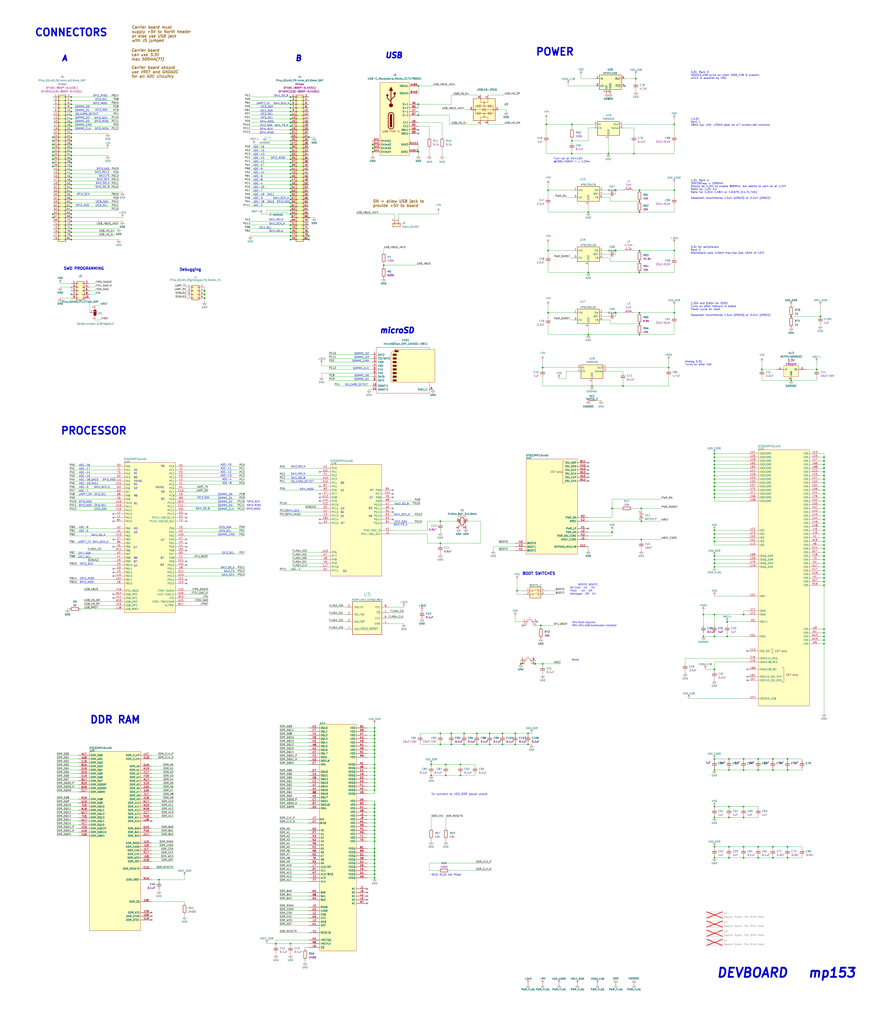
<source format=kicad_sch>
(kicad_sch (version 20250114) (generator "eeschema") (generator_version "9.0")
  (paper "User" 609.6 711.2)
  (lib_symbols
    (symbol "4ms_Capacitor:100nF_0402_16V" (pin_numbers (hide yes)) (pin_names (offset 0.254) (hide yes))
      (property "Reference" "C" (at 1.905 1.27 0))
      (property "Display" "0.1uF" (at 1.905 -1.27 0))
      (symbol "100nF_0402_16V_1_1"
        (pin passive line (at 0 2.54 270) (length 2.032) (name "~") (number "1"))
        (pin passive line (at 0 -2.54 90) (length 2.032) (name "~") (number "2"))
      )
    )
    (symbol "4ms_Capacitor:100nF_0402_50V" (pin_numbers (hide yes)) (pin_names (offset 0.254) (hide yes))
      (property "Reference" "C" (at 1.905 1.27 0))
      (property "Display" "0.1uF" (at 1.905 -1.27 0))
      (symbol "100nF_0402_50V_1_1"
        (pin passive line (at 0 2.54 270) (length 2.032) (name "~") (number "1"))
        (pin passive line (at 0 -2.54 90) (length 2.032) (name "~") (number "2"))
      )
    )
    (symbol "4ms_Capacitor:10nF_0402_16V" (pin_numbers (hide yes)) (pin_names (offset 0.254) (hide yes))
      (property "Reference" "C" (at 1.905 1.27 0))
      (property "Display" "10nF" (at 1.905 -1.27 0))
      (symbol "10nF_0402_16V_1_1"
        (pin passive line (at 0 2.54 270) (length 2.032) (name "~") (number "1"))
        (pin passive line (at 0 -2.54 90) (length 2.032) (name "~") (number "2"))
      )
    )
    (symbol "4ms_Capacitor:10uF_0603_10V" (pin_numbers (hide yes)) (pin_names (offset 0.254) (hide yes))
      (property "Reference" "C" (at 1.905 1.27 0))
      (property "Display" "10uF/10V" (at 1.905 -1.27 0))
      (symbol "10uF_0603_10V_1_1"
        (pin passive line (at 0 2.54 270) (length 2.032) (name "~") (number "1"))
        (pin passive line (at 0 -2.54 90) (length 2.032) (name "~") (number "2"))
      )
    )
    (symbol "4ms_Capacitor:1uF_0402_25V" (pin_numbers (hide yes)) (pin_names (offset 0.254) (hide yes))
      (property "Reference" "C24" (at 4.826 0.254 0))
      (property "Display" "1uF" (at 2.54 -1.27 0))
      (symbol "1uF_0402_25V_1_1"
        (pin passive line (at 0 2.54 270) (length 2.032) (name "~") (number "1"))
        (pin passive line (at 0 -2.54 90) (length 2.032) (name "~") (number "2"))
      )
    )
    (symbol "4ms_Capacitor:2.2uF_0402_6.3V" (pin_numbers (hide yes)) (pin_names (offset 0.254) (hide yes))
      (property "Reference" "C" (at 1.905 1.27 0))
      (property "Display" "2.2uF" (at 1.905 -1.27 0))
      (symbol "2.2uF_0402_6.3V_1_1"
        (pin passive line (at 0 2.54 270) (length 2.032) (name "~") (number "1"))
        (pin passive line (at 0 -2.54 90) (length 2.032) (name "~") (number "2"))
      )
    )
    (symbol "4ms_Capacitor:2.2uF_0603_25V" (pin_numbers (hide yes)) (pin_names (offset 0.254) (hide yes))
      (property "Reference" "C" (at 1.905 1.27 0))
      (property "Display" "2.2uF" (at 1.905 -1.27 0))
      (symbol "2.2uF_0603_25V_1_1"
        (pin passive line (at 0 2.54 270) (length 2.032) (name "~") (number "1"))
        (pin passive line (at 0 -2.54 90) (length 2.032) (name "~") (number "2"))
      )
    )
    (symbol "4ms_Capacitor:22uF_0603_6.3V" (pin_numbers (hide yes)) (pin_names (offset 0.254) (hide yes))
      (property "Reference" "C" (at 1.905 1.27 0))
      (property "Display" "22uF/6.3V" (at 1.905 -1.27 0))
      (symbol "22uF_0603_6.3V_1_1"
        (pin passive line (at 0 2.54 270) (length 2.032) (name "~") (number "1"))
        (pin passive line (at 0 -2.54 90) (length 2.032) (name "~") (number "2"))
      )
    )
    (symbol "4ms_Capacitor:3.3nF_0402_16V" (pin_numbers (hide yes)) (pin_names (offset 0.254) (hide yes))
      (property "Reference" "C" (at 1.905 1.27 0))
      (property "Display" "3.3nF" (at 1.905 -1.27 0))
      (symbol "3.3nF_0402_16V_1_1"
        (pin passive line (at 0 2.54 270) (length 2.032) (name "~") (number "1"))
        (pin passive line (at 0 -2.54 90) (length 2.032) (name "~") (number "2"))
      )
    )
    (symbol "4ms_Capacitor:4.7uF_0402_6.3V" (pin_numbers (hide yes)) (pin_names (offset 0.254) (hide yes))
      (property "Reference" "C" (at 1.905 1.27 0))
      (property "Display" "4.7uF" (at 1.905 -1.27 0))
      (symbol "4.7uF_0402_6.3V_1_1"
        (pin passive line (at 0 2.54 270) (length 2.032) (name "~") (number "1"))
        (pin passive line (at 0 -2.54 90) (length 2.032) (name "~") (number "2"))
      )
    )
    (symbol "4ms_Capacitor:6.8pF_0402_25V" (pin_numbers (hide yes)) (pin_names (offset 0.254) (hide yes))
      (property "Reference" "C" (at 1.905 1.27 0))
      (property "Display" "6.8pF" (at 1.905 -1.27 0))
      (symbol "6.8pF_0402_25V_1_1"
        (pin passive line (at 0 2.54 270) (length 2.032) (name "~") (number "1"))
        (pin passive line (at 0 -2.54 90) (length 2.032) (name "~") (number "2"))
      )
    )
    (symbol "4ms_Connector:Conn_01x02" (pin_names (offset 1.016) (hide yes))
      (property "Reference" "J" (at 0 2.54 0))
      (property "Value" "Conn_01x02" (at 0 -5.08 0))
      (symbol "Conn_01x02_1_1"
        (pin passive line (at -5.08 0 0) (length 3.81) (name "Pin_1") (number "1"))
        (pin passive line (at -5.08 -2.54 0) (length 3.81) (name "Pin_2") (number "2"))
      )
    )
    (symbol "4ms_Connector:Pins_02x04_RightAngle_P2.54mm_TH" (pin_names (offset 1.016) (hide yes))
      (property "Reference" "J" (at 0 6.35 0))
      (property "Value" "Pins_02x04_RightAngle_P2.54mm_TH" (at 1.27 -7.62 0))
      (symbol "Pins_02x04_RightAngle_P2.54mm_TH_1_1"
        (pin passive line (at -6.35 3.81 0) (length 3.81) (name "Pin_1") (number "1"))
        (pin passive line (at -6.35 1.27 0) (length 3.81) (name "Pin_3") (number "3"))
        (pin passive line (at -6.35 -1.27 0) (length 3.81) (name "Pin_5") (number "5"))
        (pin passive line (at -6.35 -3.81 0) (length 3.81) (name "Pin_7") (number "7"))
        (pin passive line (at 6.35 3.81 180) (length 3.81) (name "Pin_2") (number "2"))
        (pin passive line (at 6.35 1.27 180) (length 3.81) (name "Pin_4") (number "4"))
        (pin passive line (at 6.35 -1.27 180) (length 3.81) (name "Pin_6") (number "6"))
        (pin passive line (at 6.35 -3.81 180) (length 3.81) (name "Pin_8") (number "8"))
      )
    )
    (symbol "4ms_Connector:Pins_02x05_P1.27mm_SMT" (pin_names (offset 1.016) (hide yes))
      (property "Reference" "J" (at 0 7.62 0))
      (property "Value" "Pins_02x05_P1.27mm_SMT" (at 0 -7.62 0))
      (symbol "Pins_02x05_P1.27mm_SMT_1_1"
        (pin passive line (at -6.35 5.08 0) (length 3.81) (name "Pin_1") (number "1"))
        (pin passive line (at -6.35 2.54 0) (length 3.81) (name "Pin_3") (number "3"))
        (pin passive line (at -6.35 0 0) (length 3.81) (name "Pin_5") (number "5"))
        (pin passive line (at -6.35 -2.54 0) (length 3.81) (name "Pin_7") (number "7"))
        (pin passive line (at -6.35 -5.08 0) (length 3.81) (name "Pin_9") (number "9"))
        (pin passive line (at 6.35 5.08 180) (length 3.81) (name "Pin_2") (number "2"))
        (pin passive line (at 6.35 2.54 180) (length 3.81) (name "Pin_4") (number "4"))
        (pin passive line (at 6.35 0 180) (length 3.81) (name "Pin_6") (number "6"))
        (pin passive line (at 6.35 -2.54 180) (length 3.81) (name "Pin_8") (number "8"))
        (pin passive line (at 6.35 -5.08 180) (length 3.81) (name "Pin_10") (number "10"))
      )
    )
    (symbol "4ms_Connector:Pins_02x40_P0.4mm_W3.0mm_SMT" (pin_names (offset 1.016) (hide yes))
      (property "Reference" "J" (at 0 50.8 0))
      (property "Value" "Pins_02x40_P0.4mm_W3.0mm_SMT" (at 0 -53.34 0))
      (symbol "Pins_02x40_P0.4mm_W3.0mm_SMT_1_1"
        (pin passive line (at -6.35 48.26 0) (length 3.81) (name "Pin_1") (number "1"))
        (pin passive line (at -6.35 45.72 0) (length 3.81) (name "Pin_3") (number "3"))
        (pin passive line (at -6.35 43.18 0) (length 3.81) (name "Pin_5") (number "5"))
        (pin passive line (at -6.35 40.64 0) (length 3.81) (name "Pin_7") (number "7"))
        (pin passive line (at -6.35 38.1 0) (length 3.81) (name "Pin_9") (number "9"))
        (pin passive line (at -6.35 35.56 0) (length 3.81) (name "Pin_11") (number "11"))
        (pin passive line (at -6.35 33.02 0) (length 3.81) (name "Pin_13") (number "13"))
        (pin passive line (at -6.35 30.48 0) (length 3.81) (name "Pin_15") (number "15"))
        (pin passive line (at -6.35 27.94 0) (length 3.81) (name "Pin_17") (number "17"))
        (pin passive line (at -6.35 25.4 0) (length 3.81) (name "Pin_19") (number "19"))
        (pin passive line (at -6.35 22.86 0) (length 3.81) (name "Pin_21") (number "21"))
        (pin passive line (at -6.35 20.32 0) (length 3.81) (name "Pin_23") (number "23"))
        (pin passive line (at -6.35 17.78 0) (length 3.81) (name "Pin_25") (number "25"))
        (pin passive line (at -6.35 15.24 0) (length 3.81) (name "Pin_27") (number "27"))
        (pin passive line (at -6.35 12.7 0) (length 3.81) (name "Pin_29") (number "29"))
        (pin passive line (at -6.35 10.16 0) (length 3.81) (name "Pin_31") (number "31"))
        (pin passive line (at -6.35 7.62 0) (length 3.81) (name "Pin_33") (number "33"))
        (pin passive line (at -6.35 5.08 0) (length 3.81) (name "Pin_35") (number "35"))
        (pin passive line (at -6.35 2.54 0) (length 3.81) (name "Pin_37") (number "37"))
        (pin passive line (at -6.35 0 0) (length 3.81) (name "Pin_39") (number "39"))
        (pin passive line (at -6.35 -2.54 0) (length 3.81) (name "Pin_41") (number "41"))
        (pin passive line (at -6.35 -5.08 0) (length 3.81) (name "Pin_43") (number "43"))
        (pin passive line (at -6.35 -7.62 0) (length 3.81) (name "Pin_45") (number "45"))
        (pin passive line (at -6.35 -10.16 0) (length 3.81) (name "Pin_47") (number "47"))
        (pin passive line (at -6.35 -12.7 0) (length 3.81) (name "Pin_49") (number "49"))
        (pin passive line (at -6.35 -15.24 0) (length 3.81) (name "Pin_51") (number "51"))
        (pin passive line (at -6.35 -17.78 0) (length 3.81) (name "Pin_53") (number "53"))
        (pin passive line (at -6.35 -20.32 0) (length 3.81) (name "Pin_55") (number "55"))
        (pin passive line (at -6.35 -22.86 0) (length 3.81) (name "Pin_57") (number "57"))
        (pin passive line (at -6.35 -25.4 0) (length 3.81) (name "Pin_59") (number "59"))
        (pin passive line (at -6.35 -27.94 0) (length 3.81) (name "Pin_61") (number "61"))
        (pin passive line (at -6.35 -30.48 0) (length 3.81) (name "Pin_63") (number "63"))
        (pin passive line (at -6.35 -33.02 0) (length 3.81) (name "Pin_65") (number "65"))
        (pin passive line (at -6.35 -35.56 0) (length 3.81) (name "Pin_67") (number "67"))
        (pin passive line (at -6.35 -38.1 0) (length 3.81) (name "Pin_69") (number "69"))
        (pin passive line (at -6.35 -40.64 0) (length 3.81) (name "Pin_71") (number "71"))
        (pin passive line (at -6.35 -43.18 0) (length 3.81) (name "Pin_73") (number "73"))
        (pin passive line (at -6.35 -45.72 0) (length 3.81) (name "Pin_75") (number "75"))
        (pin passive line (at -6.35 -48.26 0) (length 3.81) (name "Pin_77") (number "77"))
        (pin passive line (at -6.35 -50.8 0) (length 3.81) (name "Pin_79") (number "79"))
        (pin passive line (at 6.35 48.26 180) (length 3.81) (name "Pin_2") (number "2"))
        (pin passive line (at 6.35 45.72 180) (length 3.81) (name "Pin_4") (number "4"))
        (pin passive line (at 6.35 43.18 180) (length 3.81) (name "Pin_6") (number "6"))
        (pin passive line (at 6.35 40.64 180) (length 3.81) (name "Pin_8") (number "8"))
        (pin passive line (at 6.35 38.1 180) (length 3.81) (name "Pin_10") (number "10"))
        (pin passive line (at 6.35 35.56 180) (length 3.81) (name "Pin_12") (number "12"))
        (pin passive line (at 6.35 33.02 180) (length 3.81) (name "Pin_14") (number "14"))
        (pin passive line (at 6.35 30.48 180) (length 3.81) (name "Pin_16") (number "16"))
        (pin passive line (at 6.35 27.94 180) (length 3.81) (name "Pin_18") (number "18"))
        (pin passive line (at 6.35 25.4 180) (length 3.81) (name "Pin_20") (number "20"))
        (pin passive line (at 6.35 22.86 180) (length 3.81) (name "Pin_22") (number "22"))
        (pin passive line (at 6.35 20.32 180) (length 3.81) (name "Pin_24") (number "24"))
        (pin passive line (at 6.35 17.78 180) (length 3.81) (name "Pin_26") (number "26"))
        (pin passive line (at 6.35 15.24 180) (length 3.81) (name "Pin_28") (number "28"))
        (pin passive line (at 6.35 12.7 180) (length 3.81) (name "Pin_30") (number "30"))
        (pin passive line (at 6.35 10.16 180) (length 3.81) (name "Pin_32") (number "32"))
        (pin passive line (at 6.35 7.62 180) (length 3.81) (name "Pin_34") (number "34"))
        (pin passive line (at 6.35 5.08 180) (length 3.81) (name "Pin_36") (number "36"))
        (pin passive line (at 6.35 2.54 180) (length 3.81) (name "Pin_38") (number "38"))
        (pin passive line (at 6.35 0 180) (length 3.81) (name "Pin_40") (number "40"))
        (pin passive line (at 6.35 -2.54 180) (length 3.81) (name "Pin_42") (number "42"))
        (pin passive line (at 6.35 -5.08 180) (length 3.81) (name "Pin_44") (number "44"))
        (pin passive line (at 6.35 -7.62 180) (length 3.81) (name "Pin_46") (number "46"))
        (pin passive line (at 6.35 -10.16 180) (length 3.81) (name "Pin_48") (number "48"))
        (pin passive line (at 6.35 -12.7 180) (length 3.81) (name "Pin_50") (number "50"))
        (pin passive line (at 6.35 -15.24 180) (length 3.81) (name "Pin_52") (number "52"))
        (pin passive line (at 6.35 -17.78 180) (length 3.81) (name "Pin_54") (number "54"))
        (pin passive line (at 6.35 -20.32 180) (length 3.81) (name "Pin_56") (number "56"))
        (pin passive line (at 6.35 -22.86 180) (length 3.81) (name "Pin_58") (number "58"))
        (pin passive line (at 6.35 -25.4 180) (length 3.81) (name "Pin_60") (number "60"))
        (pin passive line (at 6.35 -27.94 180) (length 3.81) (name "Pin_62") (number "62"))
        (pin passive line (at 6.35 -30.48 180) (length 3.81) (name "Pin_64") (number "64"))
        (pin passive line (at 6.35 -33.02 180) (length 3.81) (name "Pin_66") (number "66"))
        (pin passive line (at 6.35 -35.56 180) (length 3.81) (name "Pin_68") (number "68"))
        (pin passive line (at 6.35 -38.1 180) (length 3.81) (name "Pin_70") (number "70"))
        (pin passive line (at 6.35 -40.64 180) (length 3.81) (name "Pin_72") (number "72"))
        (pin passive line (at 6.35 -43.18 180) (length 3.81) (name "Pin_74") (number "74"))
        (pin passive line (at 6.35 -45.72 180) (length 3.81) (name "Pin_76") (number "76"))
        (pin passive line (at 6.35 -48.26 180) (length 3.81) (name "Pin_78") (number "78"))
        (pin passive line (at 6.35 -50.8 180) (length 3.81) (name "Pin_80") (number "80"))
      )
    )
    (symbol "4ms_Connector:USB-C_Receptacle_Molex_2171790001"
      (property "Reference" "J" (at -3.175 -2.54 0))
      (property "Value" "USB-C_Receptacle_Molex_2171790001" (at 0 31.75 0))
      (symbol "USB-C_Receptacle_Molex_2171790001_1_0"
        (text "USB TYPE-C" (at -2.4421 -4.1676 0) (effects (font (size 1.27 1.27)) (justify top)))
        (pin passive line (at -15.24 -11.43 0) (length 5.08) (name "Shield1") (number "SH1"))
        (pin passive line (at -15.24 -13.97 0) (length 5.08) (name "Shield2") (number "SH2"))
        (pin passive line (at -15.24 -16.51 0) (length 5.08) (name "Shield3") (number "SH3"))
        (pin passive line (at -15.24 -19.05 0) (length 5.08) (name "Shield4") (number "SH4"))
        (pin passive line (at 16.51 26.67 180) (length 6.35) (name "VBUS1") (number "A4B9"))
        (pin passive line (at 16.51 21.59 180) (length 6.35) (name "VBUS3") (number "B4A9"))
        (pin passive line (at 16.51 13.97 180) (length 6.35) (name "D+1") (number "A6"))
        (pin passive line (at 16.51 11.43 180) (length 6.35) (name "D+2") (number "B6"))
        (pin passive line (at 16.51 8.89 180) (length 6.35) (name "D-1") (number "A7"))
        (pin passive line (at 16.51 6.35 180) (length 6.35) (name "D-2") (number "B7"))
        (pin passive line (at 16.51 1.27 180) (length 6.35) (name "CC1") (number "A5"))
        (pin passive line (at 16.51 -1.27 180) (length 6.35) (name "CC2") (number "B5"))
        (pin passive line (at 16.51 -3.81 180) (length 6.35) (name "SBU1") (number "A8"))
        (pin passive line (at 16.51 -6.35 180) (length 6.35) (name "SBU2") (number "B8"))
        (pin passive line (at 16.51 -13.97 180) (length 6.35) (name "GND3") (number "B1A12"))
        (pin passive line (at 16.51 -19.05 180) (length 6.35) (name "GND1") (number "A1B12"))
      )
    )
    (symbol "4ms_Connector:microSDCon_SMT_104031-0811" (pin_names (offset 1.016))
      (property "Reference" "CON" (at -16.51 13.97 0))
      (property "Value" "microSDCon_SMT_104031-0811" (at 17.78 15.24 0))
      (symbol "microSDCon_SMT_104031-0811_1_1"
        (pin input line (at -22.86 7.62 0) (length 2.54) (name "DAT2") (number "1"))
        (pin input line (at -22.86 5.08 0) (length 2.54) (name "CD/DAT3") (number "2"))
        (pin input line (at -22.86 2.54 0) (length 2.54) (name "CMD") (number "3"))
        (pin input line (at -22.86 0 0) (length 2.54) (name "VDD") (number "4"))
        (pin input line (at -22.86 -2.54 0) (length 2.54) (name "CLK") (number "5"))
        (pin input line (at -22.86 -5.08 0) (length 2.54) (name "VSS") (number "6"))
        (pin input line (at -22.86 -7.62 0) (length 2.54) (name "DAT0") (number "7"))
        (pin input line (at -22.86 -10.16 0) (length 2.54) (name "DAT1") (number "8"))
        (pin input line (at -22.86 -13.97 0) (length 2.54) (name "SDDET1") (number "10"))
        (pin input line (at -22.86 -16.51 0) (length 2.54) (name "SDDET2") (number "11"))
        (pin input line (at 19.05 -16.51 180) (length 2.54) (name "SHELL1") (number "9"))
      )
    )
    (symbol "4ms_Crystal:24MHz_8pF_2x1.6mm" (pin_names (offset 1.016) (hide yes))
      (property "Reference" "Y" (at 0 7.62 0))
      (property "Value" "24MHz_8pF_2x1.6mm" (at 0 5.08 0))
      (symbol "24MHz_8pF_2x1.6mm_1_1"
        (pin passive line (at -3.81 0 0) (length 1.27) (name "1") (number "1"))
        (pin passive line (at -2.54 -5.08 90) (length 1.27) (name "2") (number "2"))
        (pin passive line (at 2.54 -5.08 90) (length 1.27) (name "4") (number "4"))
        (pin passive line (at 3.81 0 180) (length 1.27) (name "3") (number "3"))
      )
    )
    (symbol "4ms_Diode:BAT54LP" (pin_names (offset 1.016) (hide yes))
      (property "Reference" "D" (at 0 2.54 0))
      (property "Value" "BAT54LP" (at 0 -2.54 0))
      (symbol "BAT54LP_1_1"
        (pin passive line (at -3.81 0 0) (length 2.54) (name "K") (number "1"))
        (pin passive line (at 3.81 0 180) (length 2.54) (name "A") (number "2"))
      )
    )
    (symbol "4ms_Hardware:Spacer Nylon, Unthreaded, Height=11mm, ID {gt}= 3mm, OD {lt} 6mm" (pin_names (offset 1.016))
      (property "Reference" "H" (at 0 5.08 0))
      (property "Value" "Spacer Nylon, Unthreaded, Height=11mm, ID >= 3mm, OD < 6mm" (at 0 3.175 0))
    )
    (symbol "4ms_IC:AP2411SN"
      (property "Reference" "U" (at -7.62 -6.35 0))
      (property "Value" "AP2411SN" (at -7.62 6.35 0))
      (symbol "AP2411SN_1_1"
        (pin power_in line (at -10.16 2.54 0) (length 2.54) (name "IN") (number "1"))
        (pin input line (at -10.16 -2.54 0) (length 2.54) (name "EN") (number "3"))
        (pin power_in line (at -2.54 -7.62 90) (length 2.54) (name "EP") (number "7"))
        (pin power_in line (at 0 -7.62 90) (length 2.54) (name "GND") (number "2"))
        (pin power_out line (at 10.16 2.54 180) (length 2.54) (name "OUT") (number "5"))
        (pin no_connect line (at 10.16 0 180) (length 2.54) (hide yes) (name "NC") (number "6"))
        (pin open_collector line (at 10.16 -2.54 180) (length 2.54) (name "~{FLG}") (number "4"))
      )
    )
    (symbol "4ms_IC:AP6230xZ6"
      (property "Reference" "U" (at 0 8.89 0))
      (property "Value" "AP6230xZ6" (at 0 6.35 0))
      (symbol "AP6230xZ6_1_1"
        (pin power_in line (at -10.16 2.54 0) (length 2.54) (name "VIN") (number "1"))
        (pin input line (at -10.16 -2.54 0) (length 2.54) (name "EN") (number "5"))
        (pin power_in line (at 0 -7.62 90) (length 2.54) (name "GND") (number "3"))
        (pin output line (at 10.16 2.54 180) (length 2.54) (name "SW") (number "2"))
        (pin passive line (at 10.16 0 180) (length 2.54) (name "BST") (number "4"))
        (pin input line (at 10.16 -2.54 180) (length 2.54) (name "FB") (number "6"))
      )
    )
    (symbol "4ms_IC:DDR3L-RAM-4Gb_MT41K256M16TW"
      (property "Reference" "U7" (at 0 0 0))
      (symbol "DDR3L-RAM-4Gb_MT41K256M16TW_1_0"
        (pin passive line (at -7.62 -2.54 0) (length 7.62) (name "DQL0") (number "E3"))
        (pin passive line (at -7.62 -5.08 0) (length 7.62) (name "DQL1") (number "F7"))
        (pin passive line (at -7.62 -7.62 0) (length 7.62) (name "DQL2") (number "F2"))
        (pin passive line (at -7.62 -10.16 0) (length 7.62) (name "DQL3") (number "F8"))
        (pin passive line (at -7.62 -12.7 0) (length 7.62) (name "DQL4") (number "H3"))
        (pin passive line (at -7.62 -15.24 0) (length 7.62) (name "DQL5") (number "H8"))
        (pin passive line (at -7.62 -17.78 0) (length 7.62) (name "DQL6") (number "G2"))
        (pin passive line (at -7.62 -20.32 0) (length 7.62) (name "DQL7") (number "H7"))
        (pin passive line (at -7.62 -22.86 0) (length 7.62) (name "DQSL") (number "F3"))
        (pin passive line (at -7.62 -25.4 0) (length 7.62) (name "DQSL#") (number "G3"))
        (pin passive line (at -7.62 -27.94 0) (length 7.62) (name "DML") (number "E7"))
        (pin passive line (at -7.62 -33.02 0) (length 7.62) (name "DQU0") (number "D7"))
        (pin passive line (at -7.62 -35.56 0) (length 7.62) (name "DQU1") (number "C3"))
        (pin passive line (at -7.62 -38.1 0) (length 7.62) (name "DQU2") (number "C8"))
        (pin passive line (at -7.62 -40.64 0) (length 7.62) (name "DQU3") (number "C2"))
        (pin passive line (at -7.62 -43.18 0) (length 7.62) (name "DQU4") (number "A7"))
        (pin passive line (at -7.62 -45.72 0) (length 7.62) (name "DQU5") (number "A2"))
        (pin passive line (at -7.62 -48.26 0) (length 7.62) (name "DQU6") (number "B8"))
        (pin passive line (at -7.62 -50.8 0) (length 7.62) (name "DQU7") (number "A3"))
        (pin passive line (at -7.62 -53.34 0) (length 7.62) (name "DQSU") (number "C7"))
        (pin passive line (at -7.62 -55.88 0) (length 7.62) (name "DQSU#") (number "B7"))
        (pin passive line (at -7.62 -58.42 0) (length 7.62) (name "DMU") (number "D3"))
        (pin passive clock (at -7.62 -66.04 0) (length 7.62) (name "CK") (number "J7"))
        (pin passive clock (at -7.62 -68.58 0) (length 7.62) (name "CK#") (number "K7"))
        (pin passive line (at -7.62 -73.66 0) (length 7.62) (name "A0") (number "N3"))
        (pin passive line (at -7.62 -76.2 0) (length 7.62) (name "A1") (number "P7"))
        (pin passive line (at -7.62 -78.74 0) (length 7.62) (name "A2") (number "P3"))
        (pin passive line (at -7.62 -81.28 0) (length 7.62) (name "A3") (number "N2"))
        (pin passive line (at -7.62 -83.82 0) (length 7.62) (name "A4") (number "P8"))
        (pin passive line (at -7.62 -86.36 0) (length 7.62) (name "A5") (number "P2"))
        (pin passive line (at -7.62 -88.9 0) (length 7.62) (name "A6") (number "R8"))
        (pin passive line (at -7.62 -91.44 0) (length 7.62) (name "A7") (number "R2"))
        (pin passive line (at -7.62 -93.98 0) (length 7.62) (name "A8") (number "T8"))
        (pin passive line (at -7.62 -96.52 0) (length 7.62) (name "A9") (number "R3"))
        (pin passive line (at -7.62 -99.06 0) (length 7.62) (name "A10/AP") (number "L7"))
        (pin passive line (at -7.62 -101.6 0) (length 7.62) (name "A11") (number "R7"))
        (pin passive line (at -7.62 -104.14 0) (length 7.62) (name "A12/BC#") (number "N7"))
        (pin passive line (at -7.62 -106.68 0) (length 7.62) (name "A13") (number "T3"))
        (pin passive line (at -7.62 -109.22 0) (length 7.62) (name "A14") (number "T7"))
        (pin passive line (at -7.62 -116.84 0) (length 7.62) (name "BA0") (number "M2"))
        (pin passive line (at -7.62 -119.38 0) (length 7.62) (name "BA1") (number "N8"))
        (pin passive line (at -7.62 -121.92 0) (length 7.62) (name "BA2") (number "M3"))
        (pin passive line (at -7.62 -127 0) (length 7.62) (name "RAS#") (number "J3"))
        (pin passive line (at -7.62 -129.54 0) (length 7.62) (name "CAS#") (number "K3"))
        (pin passive line (at -7.62 -132.08 0) (length 7.62) (name "CS#") (number "L2"))
        (pin passive line (at -7.62 -134.62 0) (length 7.62) (name "CKE") (number "K9"))
        (pin passive line (at -7.62 -137.16 0) (length 7.62) (name "WE#") (number "L3"))
        (pin passive line (at -7.62 -139.7 0) (length 7.62) (name "ODT") (number "K1"))
        (pin passive line (at -7.62 -144.78 0) (length 7.62) (name "RESET#") (number "T2"))
        (pin passive line (at -7.62 -149.86 0) (length 7.62) (name "VREFDQ") (number "H1"))
        (pin passive line (at -7.62 -152.4 0) (length 7.62) (name "VREFCA") (number "M8"))
        (pin passive line (at -7.62 -154.94 0) (length 7.62) (name "ZQ") (number "L8"))
        (pin passive line (at 33.02 -2.54 180) (length 7.62) (name "VDD") (number "B2"))
        (pin passive line (at 33.02 -5.08 180) (length 7.62) (name "VDD") (number "D9"))
        (pin passive line (at 33.02 -7.62 180) (length 7.62) (name "VDD") (number "G7"))
        (pin passive line (at 33.02 -10.16 180) (length 7.62) (name "VDD") (number "K2"))
        (pin passive line (at 33.02 -12.7 180) (length 7.62) (name "VDD") (number "K8"))
        (pin passive line (at 33.02 -15.24 180) (length 7.62) (name "VDD") (number "N1"))
        (pin passive line (at 33.02 -17.78 180) (length 7.62) (name "VDD") (number "N9"))
        (pin passive line (at 33.02 -20.32 180) (length 7.62) (name "VDD") (number "R1"))
        (pin passive line (at 33.02 -22.86 180) (length 7.62) (name "VDD") (number "R9"))
        (pin passive line (at 33.02 -27.94 180) (length 7.62) (name "VDDQ") (number "A1"))
        (pin passive line (at 33.02 -30.48 180) (length 7.62) (name "VDDQ") (number "A8"))
        (pin passive line (at 33.02 -33.02 180) (length 7.62) (name "VDDQ") (number "C1"))
        (pin passive line (at 33.02 -35.56 180) (length 7.62) (name "VDDQ") (number "C9"))
        (pin passive line (at 33.02 -38.1 180) (length 7.62) (name "VDDQ") (number "D2"))
        (pin passive line (at 33.02 -40.64 180) (length 7.62) (name "VDDQ") (number "E9"))
        (pin passive line (at 33.02 -43.18 180) (length 7.62) (name "VDDQ") (number "F1"))
        (pin passive line (at 33.02 -45.72 180) (length 7.62) (name "VDDQ") (number "H2"))
        (pin passive line (at 33.02 -48.26 180) (length 7.62) (name "VDDQ") (number "H9"))
        (pin passive line (at 33.02 -53.34 180) (length 7.62) (name "VSS") (number "A9"))
        (pin passive line (at 33.02 -55.88 180) (length 7.62) (name "VSS") (number "B3"))
        (pin passive line (at 33.02 -58.42 180) (length 7.62) (name "VSS") (number "E1"))
        (pin passive line (at 33.02 -60.96 180) (length 7.62) (name "VSS") (number "G8"))
        (pin passive line (at 33.02 -63.5 180) (length 7.62) (name "VSS") (number "J2"))
        (pin passive line (at 33.02 -66.04 180) (length 7.62) (name "VSS") (number "J8"))
        (pin passive line (at 33.02 -68.58 180) (length 7.62) (name "VSS") (number "M1"))
        (pin passive line (at 33.02 -71.12 180) (length 7.62) (name "VSS") (number "M9"))
        (pin passive line (at 33.02 -73.66 180) (length 7.62) (name "VSS") (number "P1"))
        (pin passive line (at 33.02 -76.2 180) (length 7.62) (name "VSS") (number "P9"))
        (pin passive line (at 33.02 -78.74 180) (length 7.62) (name "VSS") (number "T1"))
        (pin passive line (at 33.02 -81.28 180) (length 7.62) (name "VSS") (number "T9"))
        (pin passive line (at 33.02 -86.36 180) (length 7.62) (name "VSSQ") (number "B1"))
        (pin passive line (at 33.02 -88.9 180) (length 7.62) (name "VSSQ") (number "B9"))
        (pin passive line (at 33.02 -91.44 180) (length 7.62) (name "VSSQ") (number "D1"))
        (pin passive line (at 33.02 -93.98 180) (length 7.62) (name "VSSQ") (number "D8"))
        (pin passive line (at 33.02 -96.52 180) (length 7.62) (name "VSSQ") (number "E2"))
        (pin passive line (at 33.02 -99.06 180) (length 7.62) (name "VSSQ") (number "E8"))
        (pin passive line (at 33.02 -101.6 180) (length 7.62) (name "VSSQ") (number "F9"))
        (pin passive line (at 33.02 -104.14 180) (length 7.62) (name "VSSQ") (number "G1"))
        (pin passive line (at 33.02 -106.68 180) (length 7.62) (name "VSSQ") (number "G9"))
        (pin passive line (at 33.02 -114.3 180) (length 7.62) (name "NC") (number "J1"))
        (pin passive line (at 33.02 -116.84 180) (length 7.62) (name "NC") (number "J9"))
        (pin passive line (at 33.02 -119.38 180) (length 7.62) (name "NC") (number "L1"))
        (pin passive line (at 33.02 -121.92 180) (length 7.62) (name "NC") (number "L9"))
        (pin passive line (at 33.02 -124.46 180) (length 7.62) (name "NC") (number "M7"))
      )
    )
    (symbol "4ms_IC:NORFLASH_W25Q128JV" (pin_names (offset 1.016))
      (property "Reference" "U?" (at 0 13.97 0))
      (property "Value" "NORFLASH_W25Q128JV" (at 0 -13.97 0))
      (symbol "NORFLASH_W25Q128JV_1_1"
        (pin bidirectional line (at -15.24 7.62 0) (length 5.08) (name "IO0/SI") (number "5"))
        (pin bidirectional line (at -15.24 2.54 0) (length 5.08) (name "IO1/SO") (number "2"))
        (pin bidirectional line (at -15.24 -2.54 0) (length 5.08) (name "IO2/~{WP}") (number "3"))
        (pin bidirectional line (at -15.24 -7.62 0) (length 5.08) (name "IO3/~{HOLD}/~{RESET}") (number "7"))
        (pin power_in line (at 15.24 7.62 180) (length 5.08) (name "VCC") (number "8"))
        (pin bidirectional line (at 15.24 3.81 180) (length 5.08) (name "~{CS}") (number "1"))
        (pin bidirectional line (at 15.24 0 180) (length 5.08) (name "CLK") (number "6"))
        (pin power_in line (at 15.24 -3.81 180) (length 5.08) (name "GND") (number "4"))
      )
    )
    (symbol "4ms_IC:STM32MP15xxAD"
      (property "Reference" "U?" (at 1.27 5.08 0))
      (property "Value" "STM32MP15xxAD" (at 7.62 2.54 0))
      (symbol "STM32MP15xxAD_1_0"
        (pin passive line (at -7.62 -2.54 0) (length 7.62) (name "PA0") (number "N3"))
        (pin passive line (at -7.62 -5.08 0) (length 7.62) (name "PA1") (number "T1"))
        (pin passive line (at -7.62 -7.62 0) (length 7.62) (name "PA2") (number "T3"))
        (pin passive line (at -7.62 -10.16 0) (length 7.62) (name "PA3") (number "N2"))
        (pin passive line (at -7.62 -12.7 0) (length 7.62) (name "PA4") (number "1J1"))
        (pin passive line (at -7.62 -15.24 0) (length 7.62) (name "PA5") (number "1H1"))
        (pin passive line (at -7.62 -17.78 0) (length 7.62) (name "PA6") (number "W3"))
        (pin passive line (at -7.62 -20.32 0) (length 7.62) (name "PA7") (number "W2"))
        (pin passive line (at -7.62 -22.86 0) (length 7.62) (name "PA8") (number "B8"))
        (pin passive line (at -7.62 -25.4 0) (length 7.62) (name "PA9") (number "C6"))
        (pin passive line (at -7.62 -27.94 0) (length 7.62) (name "PA10") (number "U16"))
        (pin passive line (at -7.62 -30.48 0) (length 7.62) (name "PA11") (number "U15"))
        (pin passive line (at -7.62 -33.02 0) (length 7.62) (name "PA12") (number "V15"))
        (pin passive line (at -7.62 -35.56 0) (length 7.62) (name "PA13") (number "L2"))
        (pin passive line (at -7.62 -38.1 0) (length 7.62) (name "PA14") (number "L1"))
        (pin passive line (at -7.62 -40.64 0) (length 7.62) (name "PA15") (number "B4"))
        (pin passive line (at -7.62 -45.72 0) (length 7.62) (name "PB0") (number "U2"))
        (pin passive line (at -7.62 -48.26 0) (length 7.62) (name "PB1") (number "U1"))
        (pin passive line (at -7.62 -50.8 0) (length 7.62) (name "PB2") (number "V13"))
        (pin passive line (at -7.62 -53.34 0) (length 7.62) (name "PB3") (number "C7"))
        (pin passive line (at -7.62 -55.88 0) (length 7.62) (name "PB4") (number "B6"))
        (pin passive line (at -7.62 -58.42 0) (length 7.62) (name "PB5") (number "V5"))
        (pin passive line (at -7.62 -60.96 0) (length 7.62) (name "PB6") (number "W11"))
        (pin passive line (at -7.62 -63.5 0) (length 7.62) (name "PB7") (number "A3"))
        (pin passive line (at -7.62 -66.04 0) (length 7.62) (name "PB8") (number "V4"))
        (pin passive line (at -7.62 -68.58 0) (length 7.62) (name "PB9") (number "C9"))
        (pin passive line (at -7.62 -71.12 0) (length 7.62) (name "PB10") (number "U5"))
        (pin passive line (at -7.62 -73.66 0) (length 7.62) (name "PB11") (number "U3"))
        (pin passive line (at -7.62 -76.2 0) (length 7.62) (name "PB12") (number "V3"))
        (pin passive line (at -7.62 -78.74 0) (length 7.62) (name "PB13") (number "1J2"))
        (pin passive line (at -7.62 -81.28 0) (length 7.62) (name "PB14") (number "1A4"))
        (pin passive line (at -7.62 -83.82 0) (length 7.62) (name "PB15") (number "C8"))
        (pin passive line (at -7.62 -88.9 0) (length 7.62) (name "OTG_VBUS") (number "V16"))
        (pin passive line (at -7.62 -91.44 0) (length 7.62) (name "USB_DM1") (number "W14"))
        (pin passive line (at -7.62 -93.98 0) (length 7.62) (name "USB_DP1") (number "V14"))
        (pin passive line (at -7.62 -96.52 0) (length 7.62) (name "USB_DM2") (number "W10"))
        (pin passive line (at -7.62 -99.06 0) (length 7.62) (name "USB_DP2") (number "V10"))
        (pin passive line (at -7.62 -101.6 0) (length 7.62) (name "USB_RREF") (number "1J8"))
        (pin passive line (at 43.18 -2.54 180) (length 7.62) (name "PC0") (number "U4"))
        (pin passive line (at 43.18 -5.08 180) (length 7.62) (name "PC1") (number "T2"))
        (pin passive line (at 43.18 -7.62 180) (length 7.62) (name "PC2") (number "P2"))
        (pin passive line (at 43.18 -10.16 180) (length 7.62) (name "PC3") (number "P3"))
        (pin passive line (at 43.18 -12.7 180) (length 7.62) (name "PC4") (number "V2"))
        (pin passive line (at 43.18 -15.24 180) (length 7.62) (name "PC5") (number "V1"))
        (pin passive line (at 43.18 -17.78 180) (length 7.62) (name "PC6") (number "A4"))
        (pin passive line (at 43.18 -20.32 180) (length 7.62) (name "PC7") (number "C10"))
        (pin passive line (at 43.18 -22.86 180) (length 7.62) (name "PC8") (number "A9"))
        (pin passive line (at 43.18 -25.4 180) (length 7.62) (name "PC9") (number "B9"))
        (pin passive line (at 43.18 -27.94 180) (length 7.62) (name "PC10") (number "B10"))
        (pin passive line (at 43.18 -30.48 180) (length 7.62) (name "PC11") (number "C11"))
        (pin passive line (at 43.18 -33.02 180) (length 7.62) (name "PC12") (number "1B4"))
        (pin passive line (at 43.18 -35.56 180) (length 7.62) (name "PC13") (number "G3"))
        (pin passive line (at 43.18 -38.1 180) (length 7.62) (name "PC14-OSC32_IN") (number "G2"))
        (pin passive line (at 43.18 -40.64 180) (length 7.62) (name "PC15-OSC32_OUT") (number "F2"))
        (pin passive line (at 43.18 -45.72 180) (length 7.62) (name "PD0") (number "C5"))
        (pin passive line (at 43.18 -48.26 180) (length 7.62) (name "PD1") (number "A2"))
        (pin passive line (at 43.18 -50.8 180) (length 7.62) (name "PD2") (number "1A5"))
        (pin passive line (at 43.18 -53.34 180) (length 7.62) (name "PD3") (number "A7"))
        (pin passive line (at 43.18 -55.88 180) (length 7.62) (name "PD4") (number "C3"))
        (pin passive line (at 43.18 -58.42 180) (length 7.62) (name "PD5") (number "C4"))
        (pin passive line (at 43.18 -60.96 180) (length 7.62) (name "PD6") (number "1B1"))
        (pin passive line (at 43.18 -63.5 180) (length 7.62) (name "PD7") (number "B3"))
        (pin passive line (at 43.18 -66.04 180) (length 7.62) (name "PD8") (number "E1"))
        (pin passive line (at 43.18 -68.58 180) (length 7.62) (name "PD9") (number "1C1"))
        (pin passive line (at 43.18 -71.12 180) (length 7.62) (name "PD10") (number "1A2"))
        (pin passive line (at 43.18 -73.66 180) (length 7.62) (name "PD11") (number "U8"))
        (pin passive line (at 43.18 -76.2 180) (length 7.62) (name "PD12") (number "U14"))
        (pin passive line (at 43.18 -78.74 180) (length 7.62) (name "PD13") (number "U13"))
        (pin passive line (at 43.18 -81.28 180) (length 7.62) (name "PD14") (number "1E1"))
        (pin passive line (at 43.18 -83.82 180) (length 7.62) (name "PD15") (number "1C2"))
        (pin passive line (at 43.18 -88.9 180) (length 7.62) (name "JTMS-SWDIO") (number "C15"))
        (pin passive line (at 43.18 -91.44 180) (length 7.62) (name "JTCK-SWCLK") (number "A16"))
        (pin passive line (at 43.18 -93.98 180) (length 7.62) (name "JTDI") (number "B15"))
        (pin passive line (at 43.18 -96.52 180) (length 7.62) (name "JTDO-TRACESWO") (number "A15"))
        (pin passive line (at 43.18 -99.06 180) (length 7.62) (name "NJTRST") (number "B14"))
      )
      (symbol "STM32MP15xxAD_2_0"
        (pin passive line (at -7.62 -2.54 0) (length 7.62) (name "PE0") (number "C2"))
        (pin passive line (at -7.62 -5.08 0) (length 7.62) (name "PE1") (number "1A1"))
        (pin passive line (at -7.62 -7.62 0) (length 7.62) (name "PE2") (number "P1"))
        (pin passive line (at -7.62 -10.16 0) (length 7.62) (name "PE3") (number "1A3"))
        (pin passive line (at -7.62 -12.7 0) (length 7.62) (name "PE4") (number "A10"))
        (pin passive line (at -7.62 -15.24 0) (length 7.62) (name "PE5") (number "B7"))
        (pin passive line (at -7.62 -17.78 0) (length 7.62) (name "PE6") (number "B2"))
        (pin passive line (at -7.62 -20.32 0) (length 7.62) (name "PE7") (number "V7"))
        (pin passive line (at -7.62 -22.86 0) (length 7.62) (name "PE8") (number "U12"))
        (pin passive line (at -7.62 -25.4 0) (length 7.62) (name "PE9") (number "1J4"))
        (pin passive line (at -7.62 -27.94 0) (length 7.62) (name "PE10") (number "V12"))
        (pin passive line (at -7.62 -30.48 0) (length 7.62) (name "PE11") (number "D2"))
        (pin passive line (at -7.62 -33.02 0) (length 7.62) (name "PE12") (number "C1"))
        (pin passive line (at -7.62 -35.56 0) (length 7.62) (name "PE13") (number "E3"))
        (pin passive line (at -7.62 -38.1 0) (length 7.62) (name "PE14") (number "1B2"))
        (pin passive line (at -7.62 -40.64 0) (length 7.62) (name "PE15") (number "D3"))
        (pin passive line (at -7.62 -60.96 0) (length 7.62) (name "PF6") (number "U10"))
        (pin passive line (at -7.62 -63.5 0) (length 7.62) (name "PF7") (number "W7"))
        (pin passive line (at -7.62 -66.04 0) (length 7.62) (name "PF8") (number "V8"))
        (pin passive line (at -7.62 -68.58 0) (length 7.62) (name "PF9") (number "V9"))
        (pin passive line (at -7.62 -71.12 0) (length 7.62) (name "PF10") (number "1J7"))
        (pin passive line (at -7.62 -73.66 0) (length 7.62) (name "PF11") (number "W4"))
        (pin passive line (at 43.18 -17.78 180) (length 7.62) (name "PG6") (number "B5"))
        (pin passive line (at 43.18 -20.32 180) (length 7.62) (name "PG7") (number "V11"))
        (pin passive line (at 43.18 -22.86 180) (length 7.62) (name "PG8") (number "V6"))
        (pin passive line (at 43.18 -25.4 180) (length 7.62) (name "PG9") (number "W8"))
        (pin passive line (at 43.18 -27.94 180) (length 7.62) (name "PG10") (number "U7"))
        (pin passive line (at 43.18 -30.48 180) (length 7.62) (name "PG11") (number "U6"))
        (pin passive line (at 43.18 -33.02 180) (length 7.62) (name "PG12") (number "D1"))
        (pin passive line (at 43.18 -35.56 180) (length 7.62) (name "PG13") (number "R3"))
        (pin passive line (at 43.18 -38.1 180) (length 7.62) (name "PG14") (number "R2"))
        (pin passive line (at 43.18 -40.64 180) (length 7.62) (name "PG15") (number "B1"))
        (pin passive line (at 43.18 -45.72 180) (length 7.62) (name "PH0-OSC_IN") (number "H2"))
        (pin passive line (at 43.18 -48.26 180) (length 7.62) (name "PH1-OSC_OUT") (number "J2"))
      )
      (symbol "STM32MP15xxAD_3_0"
        (text "157 only" (at 25.4 -8.89 0) (effects (font (size 1.27 1.27) (italic yes)) (justify right)))
        (pin passive line (at -7.62 -58.42 0) (length 7.62) (name "BOOT0") (number "H3"))
        (pin passive line (at -7.62 -60.96 0) (length 7.62) (name "BOOT1") (number "K3"))
        (pin passive line (at -7.62 -63.5 0) (length 7.62) (name "BOOT2") (number "H1"))
        (pin passive line (at 43.18 -2.54 180) (length 7.62) (name "DSI_D0P") (number "B11"))
        (pin passive line (at 43.18 -5.08 180) (length 7.62) (name "DSI_D0N") (number "C12"))
        (pin passive line (at 43.18 -7.62 180) (length 7.62) (name "DSI_D1P") (number "A13"))
        (pin passive line (at 43.18 -10.16 180) (length 7.62) (name "DSI_D1N") (number "B13"))
        (pin passive line (at 43.18 -12.7 180) (length 7.62) (name "DSI_CKP") (number "A12"))
        (pin passive line (at 43.18 -15.24 180) (length 7.62) (name "DSI_CKN") (number "B12"))
        (pin passive line (at 43.18 -40.64 180) (length 7.62) (name "PWR_ON") (number "M2"))
        (pin passive line (at 43.18 -43.18 180) (length 7.62) (name "NRST") (number "E2"))
        (pin passive line (at 43.18 -48.26 180) (length 7.62) (name "PWR_LP") (number "K1"))
        (pin passive line (at 43.18 -50.8 180) (length 7.62) (name "PDR_ON") (number "L3"))
        (pin passive line (at 43.18 -53.34 180) (length 7.62) (name "PDR_ON_CORE") (number "K2"))
        (pin passive line (at 43.18 -55.88 180) (length 7.62) (name "NRST_CORE") (number "J3"))
        (pin passive line (at 43.18 -60.96 180) (length 7.62) (name "BYPASS_REG1V8") (number "U11"))
      )
      (symbol "STM32MP15xxAD_4_0"
        (text "157 only" (at 11.43 -139.7 0) (effects (font (size 1.27 1.27) (italic yes)) (justify left)))
        (text "157 only" (at 19.05 -156.21 0) (effects (font (size 1.27 1.27) (italic yes)) (justify left)))
        (pin passive line (at -7.62 -2.54 0) (length 7.62) (name "VDDCORE") (number "1E4"))
        (pin passive line (at -7.62 -5.08 0) (length 7.62) (name "VDDCORE") (number "1E6"))
        (pin passive line (at -7.62 -7.62 0) (length 7.62) (name "VDDCORE") (number "1E8"))
        (pin passive line (at -7.62 -10.16 0) (length 7.62) (name "VDDCORE") (number "1B3"))
        (pin passive line (at -7.62 -12.7 0) (length 7.62) (name "VDDCORE") (number "1B5"))
        (pin passive line (at -7.62 -15.24 0) (length 7.62) (name "VDDCORE") (number "1C4"))
        (pin passive line (at -7.62 -17.78 0) (length 7.62) (name "VDDCORE") (number "1C6"))
        (pin passive line (at -7.62 -20.32 0) (length 7.62) (name "VDDCORE") (number "1D3"))
        (pin passive line (at -7.62 -22.86 0) (length 7.62) (name "VDDCORE") (number "1D5"))
        (pin passive line (at -7.62 -25.4 0) (length 7.62) (name "VDDCORE") (number "1D7"))
        (pin passive line (at -7.62 -27.94 0) (length 7.62) (name "VDDCORE") (number "1F5"))
        (pin passive line (at -7.62 -30.48 0) (length 7.62) (name "VDDCORE") (number "1F7"))
        (pin passive line (at -7.62 -33.02 0) (length 7.62) (name "VDDCORE") (number "1G6"))
        (pin passive line (at -7.62 -35.56 0) (length 7.62) (name "VDDCORE") (number "1G8"))
        (pin passive line (at -7.62 -55.88 0) (length 7.62) (name "VDD") (number "1E2"))
        (pin passive line (at -7.62 -58.42 0) (length 7.62) (name "VDD") (number "1F3"))
        (pin passive line (at -7.62 -60.96 0) (length 7.62) (name "VDD") (number "1G3"))
        (pin passive line (at -7.62 -63.5 0) (length 7.62) (name "VDD") (number "1G4"))
        (pin passive line (at -7.62 -66.04 0) (length 7.62) (name "VDD") (number "1J3"))
        (pin passive line (at -7.62 -73.66 0) (length 7.62) (name "VDDQ_DDR") (number "1B9"))
        (pin passive line (at -7.62 -76.2 0) (length 7.62) (name "VDDQ_DDR") (number "1D9"))
        (pin passive line (at -7.62 -78.74 0) (length 7.62) (name "VDDQ_DDR") (number "1F9"))
        (pin passive line (at -7.62 -81.28 0) (length 7.62) (name "VDDQ_DDR") (number "1H9"))
        (pin passive line (at -7.62 -101.6 0) (length 7.62) (name "VBAT") (number "1D1"))
        (pin passive line (at -7.62 -111.76 0) (length 7.62) (name "VDDA") (number "1F1"))
        (pin passive line (at -7.62 -114.3 0) (length 7.62) (name "VDDA") (number "1F2"))
        (pin passive line (at -7.62 -119.38 0) (length 7.62) (name "VREF+") (number "M3"))
        (pin passive line (at -7.62 -129.54 0) (length 7.62) (name "VSSA") (number "1G1"))
        (pin passive line (at -7.62 -139.7 0) (length 7.62) (name "VDD_DSI") (number "C13"))
        (pin passive line (at -7.62 -144.78 0) (length 7.62) (name "VDDA1V1_REG") (number "1J6"))
        (pin passive line (at -7.62 -147.32 0) (length 7.62) (name "VDDA1V8_REG") (number "1H5"))
        (pin passive line (at -7.62 -152.4 0) (length 7.62) (name "VDDA1V8_DSI") (number "1B6"))
        (pin passive line (at -7.62 -157.48 0) (length 7.62) (name "VDD1V2_DSI_PHY") (number "1B7"))
        (pin passive line (at -7.62 -160.02 0) (length 7.62) (name "VDD1V2_DSI_REG") (number "1A7"))
        (pin passive line (at -7.62 -172.72 0) (length 7.62) (name "VDD3V3_USB") (number "1H7"))
        (pin passive line (at 43.18 -2.54 180) (length 7.62) (name "VSS") (number "1E3"))
        (pin passive line (at 43.18 -5.08 180) (length 7.62) (name "VSS") (number "1E5"))
        (pin passive line (at 43.18 -7.62 180) (length 7.62) (name "VSS") (number "1E7"))
        (pin passive line (at 43.18 -10.16 180) (length 7.62) (name "VSS") (number "1A6"))
        (pin passive line (at 43.18 -12.7 180) (length 7.62) (name "VSS") (number "1B8"))
        (pin passive line (at 43.18 -15.24 180) (length 7.62) (name "VSS") (number "1C3"))
        (pin passive line (at 43.18 -17.78 180) (length 7.62) (name "VSS") (number "1C5"))
        (pin passive line (at 43.18 -20.32 180) (length 7.62) (name "VSS") (number "1C7"))
        (pin passive line (at 43.18 -22.86 180) (length 7.62) (name "VSS") (number "1D2"))
        (pin passive line (at 43.18 -25.4 180) (length 7.62) (name "VSS") (number "1D4"))
        (pin passive line (at 43.18 -27.94 180) (length 7.62) (name "VSS") (number "1D6"))
        (pin passive line (at 43.18 -30.48 180) (length 7.62) (name "VSS") (number "1F4"))
        (pin passive line (at 43.18 -33.02 180) (length 7.62) (name "VSS") (number "1F6"))
        (pin passive line (at 43.18 -35.56 180) (length 7.62) (name "VSS") (number "1G2"))
        (pin passive line (at 43.18 -38.1 180) (length 7.62) (name "VSS") (number "1G5"))
        (pin passive line (at 43.18 -40.64 180) (length 7.62) (name "VSS") (number "1G7"))
        (pin passive line (at 43.18 -43.18 180) (length 7.62) (name "VSS") (number "1H2"))
        (pin passive line (at 43.18 -45.72 180) (length 7.62) (name "VSS") (number "1H3"))
        (pin passive line (at 43.18 -48.26 180) (length 7.62) (name "VSS") (number "1H4"))
        (pin passive line (at 43.18 -50.8 180) (length 7.62) (name "VSS") (number "1H6"))
        (pin passive line (at 43.18 -53.34 180) (length 7.62) (name "VSS") (number "1H8"))
        (pin passive line (at 43.18 -55.88 180) (length 7.62) (name "VSS") (number "1J5"))
        (pin passive line (at 43.18 -58.42 180) (length 7.62) (name "VSS") (number "1J9"))
        (pin passive line (at 43.18 -60.96 180) (length 7.62) (name "VSS") (number "A1"))
        (pin passive line (at 43.18 -63.5 180) (length 7.62) (name "VSS") (number "A19"))
        (pin passive line (at 43.18 -66.04 180) (length 7.62) (name "VSS") (number "A6"))
        (pin passive line (at 43.18 -68.58 180) (length 7.62) (name "VSS") (number "C14"))
        (pin passive line (at 43.18 -71.12 180) (length 7.62) (name "VSS") (number "D17"))
        (pin passive line (at 43.18 -73.66 180) (length 7.62) (name "VSS") (number "F18"))
        (pin passive line (at 43.18 -76.2 180) (length 7.62) (name "VSS") (number "F3"))
        (pin passive line (at 43.18 -78.74 180) (length 7.62) (name "VSS") (number "G1"))
        (pin passive line (at 43.18 -81.28 180) (length 7.62) (name "VSS") (number "G17"))
        (pin passive line (at 43.18 -83.82 180) (length 7.62) (name "VSS") (number "K17"))
        (pin passive line (at 43.18 -86.36 180) (length 7.62) (name "VSS") (number "K19"))
        (pin passive line (at 43.18 -88.9 180) (length 7.62) (name "VSS") (number "N1"))
        (pin passive line (at 43.18 -91.44 180) (length 7.62) (name "VSS") (number "N17"))
        (pin passive line (at 43.18 -93.98 180) (length 7.62) (name "VSS") (number "R19"))
        (pin passive line (at 43.18 -124.46 180) (length 7.62) (name "VSS") (number "U9"))
        (pin passive line (at 43.18 -127 180) (length 7.62) (name "VSS") (number "W1"))
        (pin passive line (at 43.18 -129.54 180) (length 7.62) (name "VSS") (number "W13"))
        (pin passive line (at 43.18 -132.08 180) (length 7.62) (name "VSS") (number "W19"))
        (pin passive line (at 43.18 -134.62 180) (length 7.62) (name "VSS") (number "W5"))
      )
      (symbol "STM32MP15xxAD_5_0"
        (pin passive line (at -7.62 -2.54 0) (length 7.62) (name "DDR_DQ0") (number "A17"))
        (pin passive line (at -7.62 -5.08 0) (length 7.62) (name "DDR_DQ1") (number "A18"))
        (pin passive line (at -7.62 -7.62 0) (length 7.62) (name "DDR_DQ2") (number "C18"))
        (pin passive line (at -7.62 -10.16 0) (length 7.62) (name "DDR_DQ3") (number "B16"))
        (pin passive line (at -7.62 -12.7 0) (length 7.62) (name "DDR_DQ4") (number "D18"))
        (pin passive line (at -7.62 -15.24 0) (length 7.62) (name "DDR_DQ5") (number "D19"))
        (pin passive line (at -7.62 -17.78 0) (length 7.62) (name "DDR_DQ6") (number "C19"))
        (pin passive line (at -7.62 -20.32 0) (length 7.62) (name "DDR_DQ7") (number "B17"))
        (pin passive line (at -7.62 -22.86 0) (length 7.62) (name "DDR_DQS0P") (number "B19"))
        (pin passive line (at -7.62 -25.4 0) (length 7.62) (name "DDR_DQS0N") (number "B18"))
        (pin passive line (at -7.62 -27.94 0) (length 7.62) (name "DDR_DQM0") (number "C17"))
        (pin passive line (at -7.62 -33.02 0) (length 7.62) (name "DDR_DQ8") (number "R18"))
        (pin passive line (at -7.62 -35.56 0) (length 7.62) (name "DDR_DQ9") (number "U19"))
        (pin passive line (at -7.62 -38.1 0) (length 7.62) (name "DDR_DQ10") (number "T19"))
        (pin passive line (at -7.62 -40.64 0) (length 7.62) (name "DDR_DQ11") (number "W18"))
        (pin passive line (at -7.62 -43.18 0) (length 7.62) (name "DDR_DQ12") (number "W17"))
        (pin passive line (at -7.62 -45.72 0) (length 7.62) (name "DDR_DQ13") (number "T18"))
        (pin passive line (at -7.62 -48.26 0) (length 7.62) (name "DDR_DQ14") (number "U17"))
        (pin passive line (at -7.62 -50.8 0) (length 7.62) (name "DDR_DQ15") (number "V17"))
        (pin passive line (at -7.62 -53.34 0) (length 7.62) (name "DDR_DQS1P") (number "V19"))
        (pin passive line (at -7.62 -55.88 0) (length 7.62) (name "DDR_DQS1N") (number "U18"))
        (pin passive line (at -7.62 -58.42 0) (length 7.62) (name "DDR_DQM1") (number "V18"))
        (pin passive line (at 43.18 -2.54 180) (length 7.62) (name "DDR_CLKP") (number "L17"))
        (pin passive line (at 43.18 -5.08 180) (length 7.62) (name "DDR_CLKN") (number "K18"))
        (pin passive line (at 43.18 -10.16 180) (length 7.62) (name "DDR_A0") (number "G18"))
        (pin passive line (at 43.18 -12.7 180) (length 7.62) (name "DDR_A1") (number "M19"))
        (pin passive line (at 43.18 -15.24 180) (length 7.62) (name "DDR_A2") (number "F17"))
        (pin passive line (at 43.18 -17.78 180) (length 7.62) (name "DDR_A3") (number "F19"))
        (pin passive line (at 43.18 -20.32 180) (length 7.62) (name "DDR_A4") (number "R17"))
        (pin passive line (at 43.18 -22.86 180) (length 7.62) (name "DDR_A5") (number "1C9"))
        (pin passive line (at 43.18 -25.4 180) (length 7.62) (name "DDR_A6") (number "1G9"))
        (pin passive line (at 43.18 -27.94 180) (length 7.62) (name "DDR_A7") (number "1A9"))
        (pin passive line (at 43.18 -30.48 180) (length 7.62) (name "DDR_A8") (number "T17"))
        (pin passive line (at 43.18 -33.02 180) (length 7.62) (name "DDR_A9") (number "E18"))
        (pin passive line (at 43.18 -35.56 180) (length 7.62) (name "DDR_A10") (number "M17"))
        (pin passive line (at 43.18 -38.1 180) (length 7.62) (name "DDR_A11") (number "N19"))
        (pin passive line (at 43.18 -40.64 180) (length 7.62) (name "DDR_A12") (number "M18"))
        (pin passive line (at 43.18 -43.18 180) (length 7.62) (name "DDR_A13") (number "E17"))
        (pin passive line (at 43.18 -45.72 180) (length 7.62) (name "DDR_A14") (number "N18"))
        (pin passive line (at 43.18 -48.26 180) (length 7.62) (name "DDR_A15") (number "L18"))
        (pin passive line (at 43.18 -53.34 180) (length 7.62) (name "DDR_BA0") (number "G19"))
        (pin passive line (at 43.18 -55.88 180) (length 7.62) (name "DDR_BA1") (number "P18"))
        (pin passive line (at 43.18 -58.42 180) (length 7.62) (name "DDR_BA2") (number "H17"))
        (pin passive line (at 43.18 -63.5 180) (length 7.62) (name "DDR_RASN") (number "1E9"))
        (pin passive line (at 43.18 -66.04 180) (length 7.62) (name "DDR_CASN") (number "J19"))
        (pin passive line (at 43.18 -68.58 180) (length 7.62) (name "DDR_CSN") (number "J17"))
        (pin passive line (at 43.18 -71.12 180) (length 7.62) (name "DDR_CKE") (number "P17"))
        (pin passive line (at 43.18 -73.66 180) (length 7.62) (name "DDR_WEN") (number "J18"))
        (pin passive line (at 43.18 -76.2 180) (length 7.62) (name "DDR_ODT") (number "H18"))
        (pin passive line (at 43.18 -81.28 180) (length 7.62) (name "DDR_RESETN") (number "C16"))
        (pin passive line (at 43.18 -88.9 180) (length 7.62) (name "DDR_VREF") (number "W16"))
        (pin passive line (at 43.18 -104.14 180) (length 7.62) (name "DDR_ZQ") (number "1A8"))
        (pin passive line (at 43.18 -111.76 180) (length 7.62) (name "DDR_ATO") (number "1F8"))
        (pin passive line (at 43.18 -114.3 180) (length 7.62) (name "DDR_DTO0") (number "1D8"))
        (pin passive line (at 43.18 -116.84 180) (length 7.62) (name "DDR_DTO1") (number "1C8"))
      )
    )
    (symbol "4ms_IC:USBLC6-2SC6" (pin_names (hide yes))
      (property "Reference" "U1" (at -8.89 7.62 90))
      (property "Value" "USBLC6-2SC6" (at -13.97 5.08 90))
      (symbol "USBLC6-2SC6_1_1"
        (pin passive line (at -10.16 2.54 0) (length 2.54) (name "I/O1") (number "6"))
        (pin passive line (at -10.16 -2.54 0) (length 2.54) (name "I/O1") (number "1"))
        (pin passive line (at 0 10.16 270) (length 2.54) (name "VBUS") (number "5"))
        (pin passive line (at 0 -10.16 90) (length 2.54) (name "GND") (number "2"))
        (pin passive line (at 10.16 2.54 180) (length 2.54) (name "I/O2") (number "4"))
        (pin passive line (at 10.16 -2.54 180) (length 2.54) (name "I/O2") (number "3"))
      )
    )
    (symbol "4ms_Inductor:1uH_3.2A_2520" (pin_numbers (hide yes)) (pin_names (offset 1.016) (hide yes))
      (property "Reference" "L2" (at 2.54 0 90))
      (property "Display" "1uH" (at -1.27 0 90))
      (property "Display 2" "3.2A" (at -3.81 0 90))
      (symbol "1uH_3.2A_2520_1_1"
        (pin passive line (at 0 3.81 270) (length 1.27) (name "1") (number "1"))
        (pin passive line (at 0 -3.81 90) (length 1.27) (name "2") (number "2"))
      )
    )
    (symbol "4ms_Inductor:4.7uH_1.7A_2510" (pin_numbers (hide yes)) (pin_names (offset 1.016) (hide yes))
      (property "Reference" "L" (at -1.27 0 90))
      (property "Display" "4.7uH" (at 2.54 0 90))
      (property "Display 2" "1.7A" (at 4.318 -0.0508 90))
      (symbol "4.7uH_1.7A_2510_1_1"
        (pin passive line (at 0 3.81 270) (length 1.27) (name "1") (number "1"))
        (pin passive line (at 0 -3.81 90) (length 1.27) (name "2") (number "2"))
      )
    )
    (symbol "4ms_Power_Symbol:GNDADC" (power) (pin_numbers (hide yes)) (pin_names (offset 0) (hide yes))
      (property "Value" "GNDADC" (at 0 -3.81 0))
      (symbol "GNDADC_1_1"
        (pin power_in line (at 0 0 270) (length 0) (hide yes) (name "GNDADC") (number "1"))
      )
    )
    (symbol "4ms_Power_Symbol:PWR_FLAG" (power) (pin_numbers (hide yes)) (pin_names (offset 0) (hide yes))
      (property "Value" "PWR_FLAG" (at 0 3.81 0))
      (symbol "PWR_FLAG_0_0"
        (pin power_out line (at 0 0 90) (length 0) (name "pwr") (number "1"))
      )
    )
    (symbol "4ms_Power_Symbol:VDDA_1V8" (power) (pin_names (offset 0))
      (property "Value" "VDDA_1V8" (at 0 3.556 0))
      (symbol "VDDA_1V8_1_1"
        (pin power_in line (at 0 0 90) (length 0) (hide yes) (name "VDDA_1V8") (number "1"))
      )
    )
    (symbol "4ms_Power_Symbol:VDD_CORE" (power) (pin_names (offset 0))
      (property "Value" "VDD_CORE" (at 0 3.556 0))
      (symbol "VDD_CORE_1_1"
        (pin power_in line (at 0 0 90) (length 0) (hide yes) (name "VDD_CORE") (number "1"))
      )
    )
    (symbol "4ms_Power_Symbol:VDD_DDR" (power) (pin_names (offset 0))
      (property "Value" "VDD_DDR" (at 0 3.556 0))
      (symbol "VDD_DDR_1_1"
        (pin power_in line (at 0 0 90) (length 0) (hide yes) (name "VDD_DDR") (number "1"))
      )
    )
    (symbol "4ms_Power_Symbol:VDD_USB" (power) (pin_names (offset 0))
      (property "Value" "VDD_USB" (at 0 3.556 0))
      (symbol "VDD_USB_1_1"
        (pin power_in line (at 0 0 90) (length 0) (hide yes) (name "VDD_USB") (number "1"))
      )
    )
    (symbol "4ms_Power_Symbol:VREF+" (power) (pin_names (offset 0))
      (property "Value" "VREF+" (at 0 3.556 0))
      (symbol "VREF+_1_1"
        (pin power_in line (at 0 0 90) (length 0) (hide yes) (name "VREF+") (number "1"))
      )
    )
    (symbol "4ms_Power_Symbol:VREF_DDR" (power) (pin_names (offset 0))
      (property "Value" "VREF_DDR" (at 0 3.556 0))
      (symbol "VREF_DDR_1_1"
        (pin power_in line (at 0 0 90) (length 0) (hide yes) (name "VREF_DDR") (number "1"))
      )
    )
    (symbol "4ms_Reference:NCP51460SN33" (pin_names (offset 0.762))
      (property "Reference" "U" (at 3.81 -4.9784 0))
      (property "Value" "NCP51460SN33" (at 0 5.08 0))
      (property "Display" "3.3V" (at -3.81 10.16 0))
      (property "Display 2" "18ppm" (at -2.54 7.62 0))
      (symbol "NCP51460SN33_1_1"
        (pin input line (at -10.16 1.27 0) (length 5.08) (name "VI") (number "1"))
        (pin input line (at 0 -6.35 90) (length 2.54) (name "GND") (number "3"))
        (pin power_out line (at 10.16 1.27 180) (length 5.08) (name "VO") (number "2"))
      )
    )
    (symbol "4ms_Regulator:TAR5S33" (pin_names (offset 0.254))
      (property "Reference" "U" (at -6.35 5.715 0))
      (property "Value" "TAR5S33" (at 0 5.715 0))
      (symbol "TAR5S33_1_1"
        (pin power_in line (at -10.16 2.54 0) (length 2.54) (name "IN") (number "5"))
        (pin input line (at -10.16 0 0) (length 2.54) (name "EN") (number "1"))
        (pin power_in line (at 0 -7.62 90) (length 2.54) (name "GND") (number "2"))
        (pin power_out line (at 10.16 2.54 180) (length 2.54) (name "OUT") (number "4"))
        (pin passive line (at 10.16 0 180) (length 2.54) (name "Noise") (number "3"))
      )
    )
    (symbol "4ms_Resistor_0402:100k_0402" (pin_numbers (hide yes)) (pin_names (offset 0))
      (property "Reference" "R" (at 2.032 0 90))
      (property "Display" "100k" (at 3.81 0 90))
      (symbol "100k_0402_1_1"
        (pin passive line (at 0 3.81 270) (length 1.27) (name "~") (number "1"))
        (pin passive line (at 0 -3.81 90) (length 1.27) (name "~") (number "2"))
      )
    )
    (symbol "4ms_Resistor_0402:100Ω_0402" (pin_numbers (hide yes)) (pin_names (offset 0))
      (property "Reference" "R" (at 2.032 0 90))
      (property "Display" "100Ω" (at 3.81 0 90))
      (symbol "100Ω_0402_1_1"
        (pin passive line (at 0 3.81 270) (length 1.27) (name "~") (number "1"))
        (pin passive line (at 0 -3.81 90) (length 1.27) (name "~") (number "2"))
      )
    )
    (symbol "4ms_Resistor_0402:10k_0402" (pin_numbers (hide yes)) (pin_names (offset 0))
      (property "Reference" "R" (at 2.032 0 90))
      (property "Display" "10k" (at 3.81 0 90))
      (symbol "10k_0402_1_1"
        (pin passive line (at 0 3.81 270) (length 1.27) (name "~") (number "1"))
        (pin passive line (at 0 -3.81 90) (length 1.27) (name "~") (number "2"))
      )
    )
    (symbol "4ms_Resistor_0402:1k_0402" (pin_numbers (hide yes)) (pin_names (offset 0))
      (property "Reference" "R" (at 2.032 0 90))
      (property "Display" "1k" (at 3.81 0 90))
      (symbol "1k_0402_1_1"
        (pin passive line (at 0 3.81 270) (length 1.27) (name "~") (number "1"))
        (pin passive line (at 0 -3.81 90) (length 1.27) (name "~") (number "2"))
      )
    )
    (symbol "4ms_Resistor_0402:20k_0402" (pin_numbers (hide yes)) (pin_names (offset 0))
      (property "Reference" "R" (at 2.032 0 90))
      (property "Display" "20k" (at 3.81 0 90))
      (symbol "20k_0402_1_1"
        (pin passive line (at 0 3.81 270) (length 1.27) (name "~") (number "1"))
        (pin passive line (at 0 -3.81 90) (length 1.27) (name "~") (number "2"))
      )
    )
    (symbol "4ms_Resistor_0402:240Ω_0402" (pin_numbers (hide yes)) (pin_names (offset 0))
      (property "Reference" "R" (at 2.032 0 90))
      (property "Display" "240Ω" (at 3.81 0 90))
      (symbol "240Ω_0402_1_1"
        (pin passive line (at 0 3.81 270) (length 1.27) (name "~") (number "1"))
        (pin passive line (at 0 -3.81 90) (length 1.27) (name "~") (number "2"))
      )
    )
    (symbol "4ms_Resistor_0402:31.6k_0402" (pin_numbers (hide yes)) (pin_names (offset 0))
      (property "Reference" "R" (at 2.032 0 90))
      (property "Display" "31.6k" (at 3.81 0 90))
      (symbol "31.6k_0402_1_1"
        (pin passive line (at 0 3.81 270) (length 1.27) (name "~") (number "1"))
        (pin passive line (at 0 -3.81 90) (length 1.27) (name "~") (number "2"))
      )
    )
    (symbol "4ms_Resistor_0402:3k_0402" (pin_numbers (hide yes)) (pin_names (offset 0))
      (property "Reference" "R" (at 2.032 0 90))
      (property "Display" "3k" (at 3.81 0 90))
      (symbol "3k_0402_1_1"
        (pin passive line (at 0 3.81 270) (length 1.27) (name "~") (number "1"))
        (pin passive line (at 0 -3.81 90) (length 1.27) (name "~") (number "2"))
      )
    )
    (symbol "4ms_Resistor_0402:430k_0402" (pin_numbers (hide yes)) (pin_names (offset 0))
      (property "Reference" "R" (at 2.032 0 90))
      (property "Display" "430k" (at 3.81 0 90))
      (symbol "430k_0402_1_1"
        (pin passive line (at 0 3.81 270) (length 1.27) (name "~") (number "1"))
        (pin passive line (at 0 -3.81 90) (length 1.27) (name "~") (number "2"))
      )
    )
    (symbol "4ms_Resistor_0402:5.1k_0402" (pin_numbers (hide yes)) (pin_names (offset 0))
      (property "Reference" "R" (at 2.032 0 90))
      (property "Display" "5.1k" (at 3.81 0 90))
      (symbol "5.1k_0402_1_1"
        (pin passive line (at 0 3.81 270) (length 1.27) (name "~") (number "1"))
        (pin passive line (at 0 -3.81 90) (length 1.27) (name "~") (number "2"))
      )
    )
    (symbol "4ms_Resistor_0402:6.8k_0402" (pin_numbers (hide yes)) (pin_names (offset 0))
      (property "Reference" "R" (at 2.032 0 90))
      (property "Display" "6.8k" (at 3.81 0 90))
      (symbol "6.8k_0402_1_1"
        (pin passive line (at 0 3.81 270) (length 1.27) (name "~") (number "1"))
        (pin passive line (at 0 -3.81 90) (length 1.27) (name "~") (number "2"))
      )
    )
    (symbol "4ms_Resistor_0402:620k_0402" (pin_numbers (hide yes)) (pin_names (offset 0))
      (property "Reference" "R" (at 2.032 0 90))
      (property "Display" "620k" (at 3.81 0 90))
      (symbol "620k_0402_1_1"
        (pin passive line (at 0 3.81 270) (length 1.27) (name "~") (number "1"))
        (pin passive line (at 0 -3.81 90) (length 1.27) (name "~") (number "2"))
      )
    )
    (symbol "4ms_Switch:SW_DIP_x02_CTS_219-2MST" (pin_names (offset 0) (hide yes))
      (property "Reference" "SW" (at 0 6.35 0))
      (property "Value" "SW_DIP_x02_CTS_219-2MST" (at 0 -3.81 0))
      (symbol "SW_DIP_x02_CTS_219-2MST_1_1"
        (pin passive line (at -7.62 2.54 0) (length 5.08) (name "~") (number "1"))
        (pin passive line (at -7.62 0 0) (length 5.08) (name "~") (number "2"))
        (pin passive line (at 7.62 2.54 180) (length 5.08) (name "~") (number "4"))
        (pin passive line (at 7.62 0 180) (length 5.08) (name "~") (number "3"))
      )
    )
    (symbol "Device:NetTie_2" (pin_numbers (hide yes)) (pin_names (offset 0) (hide yes)) (in_bom no)
      (property "Reference" "NT" (at 0 1.27 0))
      (property "Value" "NetTie_2" (at 0 -1.27 0))
      (symbol "NetTie_2_1_1"
        (pin passive line (at -2.54 0 0) (length 2.54) (name "1") (number "1"))
        (pin passive line (at 2.54 0 180) (length 2.54) (name "2") (number "2"))
      )
    )
    (symbol "Jumper:SolderJumper_3_Bridged12" (pin_names (offset 0) (hide yes))
      (property "Reference" "JP" (at -2.54 -2.54 0))
      (property "Value" "SolderJumper_3_Bridged12" (at 0 2.794 0))
      (symbol "SolderJumper_3_Bridged12_1_1"
        (pin passive line (at -5.08 0 0) (length 2.54) (name "A") (number "1"))
        (pin passive line (at 0 -3.81 90) (length 2.54) (name "C") (number "2"))
        (pin passive line (at 5.08 0 180) (length 2.54) (name "B") (number "3"))
      )
    )
    (symbol "Pins_02x40_P0.4mm_W3.0mm_SMT_1" (pin_names (offset 1.016) (hide yes))
      (property "Reference" "J" (at 0 50.8 0))
      (property "Value" "Pins_02x40_P0.4mm_W3.0mm_SMT" (at 0 -53.34 0))
      (symbol "Pins_02x40_P0.4mm_W3.0mm_SMT_1_1_1"
        (pin passive line (at -6.35 48.26 0) (length 3.81) (name "Pin_1") (number "1"))
        (pin passive line (at -6.35 45.72 0) (length 3.81) (name "Pin_3") (number "3"))
        (pin passive line (at -6.35 43.18 0) (length 3.81) (name "Pin_5") (number "5"))
        (pin passive line (at -6.35 40.64 0) (length 3.81) (name "Pin_7") (number "7"))
        (pin passive line (at -6.35 38.1 0) (length 3.81) (name "Pin_9") (number "9"))
        (pin passive line (at -6.35 35.56 0) (length 3.81) (name "Pin_11") (number "11"))
        (pin passive line (at -6.35 33.02 0) (length 3.81) (name "Pin_13") (number "13"))
        (pin passive line (at -6.35 30.48 0) (length 3.81) (name "Pin_15") (number "15"))
        (pin passive line (at -6.35 27.94 0) (length 3.81) (name "Pin_17") (number "17"))
        (pin passive line (at -6.35 25.4 0) (length 3.81) (name "Pin_19") (number "19"))
        (pin passive line (at -6.35 22.86 0) (length 3.81) (name "Pin_21") (number "21"))
        (pin passive line (at -6.35 20.32 0) (length 3.81) (name "Pin_23") (number "23"))
        (pin passive line (at -6.35 17.78 0) (length 3.81) (name "Pin_25") (number "25"))
        (pin passive line (at -6.35 15.24 0) (length 3.81) (name "Pin_27") (number "27"))
        (pin passive line (at -6.35 12.7 0) (length 3.81) (name "Pin_29") (number "29"))
        (pin passive line (at -6.35 10.16 0) (length 3.81) (name "Pin_31") (number "31"))
        (pin passive line (at -6.35 7.62 0) (length 3.81) (name "Pin_33") (number "33"))
        (pin passive line (at -6.35 5.08 0) (length 3.81) (name "Pin_35") (number "35"))
        (pin passive line (at -6.35 2.54 0) (length 3.81) (name "Pin_37") (number "37"))
        (pin passive line (at -6.35 0 0) (length 3.81) (name "Pin_39") (number "39"))
        (pin passive line (at -6.35 -2.54 0) (length 3.81) (name "Pin_41") (number "41"))
        (pin passive line (at -6.35 -5.08 0) (length 3.81) (name "Pin_43") (number "43"))
        (pin passive line (at -6.35 -7.62 0) (length 3.81) (name "Pin_45") (number "45"))
        (pin passive line (at -6.35 -10.16 0) (length 3.81) (name "Pin_47") (number "47"))
        (pin passive line (at -6.35 -12.7 0) (length 3.81) (name "Pin_49") (number "49"))
        (pin passive line (at -6.35 -15.24 0) (length 3.81) (name "Pin_51") (number "51"))
        (pin passive line (at -6.35 -17.78 0) (length 3.81) (name "Pin_53") (number "53"))
        (pin passive line (at -6.35 -20.32 0) (length 3.81) (name "Pin_55") (number "55"))
        (pin passive line (at -6.35 -22.86 0) (length 3.81) (name "Pin_57") (number "57"))
        (pin passive line (at -6.35 -25.4 0) (length 3.81) (name "Pin_59") (number "59"))
        (pin passive line (at -6.35 -27.94 0) (length 3.81) (name "Pin_61") (number "61"))
        (pin passive line (at -6.35 -30.48 0) (length 3.81) (name "Pin_63") (number "63"))
        (pin passive line (at -6.35 -33.02 0) (length 3.81) (name "Pin_65") (number "65"))
        (pin passive line (at -6.35 -35.56 0) (length 3.81) (name "Pin_67") (number "67"))
        (pin passive line (at -6.35 -38.1 0) (length 3.81) (name "Pin_69") (number "69"))
        (pin passive line (at -6.35 -40.64 0) (length 3.81) (name "Pin_71") (number "71"))
        (pin passive line (at -6.35 -43.18 0) (length 3.81) (name "Pin_73") (number "73"))
        (pin passive line (at -6.35 -45.72 0) (length 3.81) (name "Pin_75") (number "75"))
        (pin passive line (at -6.35 -48.26 0) (length 3.81) (name "Pin_77") (number "77"))
        (pin passive line (at -6.35 -50.8 0) (length 3.81) (name "Pin_79") (number "79"))
        (pin passive line (at 6.35 48.26 180) (length 3.81) (name "Pin_2") (number "2"))
        (pin passive line (at 6.35 45.72 180) (length 3.81) (name "Pin_4") (number "4"))
        (pin passive line (at 6.35 43.18 180) (length 3.81) (name "Pin_6") (number "6"))
        (pin passive line (at 6.35 40.64 180) (length 3.81) (name "Pin_8") (number "8"))
        (pin passive line (at 6.35 38.1 180) (length 3.81) (name "Pin_10") (number "10"))
        (pin passive line (at 6.35 35.56 180) (length 3.81) (name "Pin_12") (number "12"))
        (pin passive line (at 6.35 33.02 180) (length 3.81) (name "Pin_14") (number "14"))
        (pin passive line (at 6.35 30.48 180) (length 3.81) (name "Pin_16") (number "16"))
        (pin passive line (at 6.35 27.94 180) (length 3.81) (name "Pin_18") (number "18"))
        (pin passive line (at 6.35 25.4 180) (length 3.81) (name "Pin_20") (number "20"))
        (pin passive line (at 6.35 22.86 180) (length 3.81) (name "Pin_22") (number "22"))
        (pin passive line (at 6.35 20.32 180) (length 3.81) (name "Pin_24") (number "24"))
        (pin passive line (at 6.35 17.78 180) (length 3.81) (name "Pin_26") (number "26"))
        (pin passive line (at 6.35 15.24 180) (length 3.81) (name "Pin_28") (number "28"))
        (pin passive line (at 6.35 12.7 180) (length 3.81) (name "Pin_30") (number "30"))
        (pin passive line (at 6.35 10.16 180) (length 3.81) (name "Pin_32") (number "32"))
        (pin passive line (at 6.35 7.62 180) (length 3.81) (name "Pin_34") (number "34"))
        (pin passive line (at 6.35 5.08 180) (length 3.81) (name "Pin_36") (number "36"))
        (pin passive line (at 6.35 2.54 180) (length 3.81) (name "Pin_38") (number "38"))
        (pin passive line (at 6.35 0 180) (length 3.81) (name "Pin_40") (number "40"))
        (pin passive line (at 6.35 -2.54 180) (length 3.81) (name "Pin_42") (number "42"))
        (pin passive line (at 6.35 -5.08 180) (length 3.81) (name "Pin_44") (number "44"))
        (pin passive line (at 6.35 -7.62 180) (length 3.81) (name "Pin_46") (number "46"))
        (pin passive line (at 6.35 -10.16 180) (length 3.81) (name "Pin_48") (number "48"))
        (pin passive line (at 6.35 -12.7 180) (length 3.81) (name "Pin_50") (number "50"))
        (pin passive line (at 6.35 -15.24 180) (length 3.81) (name "Pin_52") (number "52"))
        (pin passive line (at 6.35 -17.78 180) (length 3.81) (name "Pin_54") (number "54"))
        (pin passive line (at 6.35 -20.32 180) (length 3.81) (name "Pin_56") (number "56"))
        (pin passive line (at 6.35 -22.86 180) (length 3.81) (name "Pin_58") (number "58"))
        (pin passive line (at 6.35 -25.4 180) (length 3.81) (name "Pin_60") (number "60"))
        (pin passive line (at 6.35 -27.94 180) (length 3.81) (name "Pin_62") (number "62"))
        (pin passive line (at 6.35 -30.48 180) (length 3.81) (name "Pin_64") (number "64"))
        (pin passive line (at 6.35 -33.02 180) (length 3.81) (name "Pin_66") (number "66"))
        (pin passive line (at 6.35 -35.56 180) (length 3.81) (name "Pin_68") (number "68"))
        (pin passive line (at 6.35 -38.1 180) (length 3.81) (name "Pin_70") (number "70"))
        (pin passive line (at 6.35 -40.64 180) (length 3.81) (name "Pin_72") (number "72"))
        (pin passive line (at 6.35 -43.18 180) (length 3.81) (name "Pin_74") (number "74"))
        (pin passive line (at 6.35 -45.72 180) (length 3.81) (name "Pin_76") (number "76"))
        (pin passive line (at 6.35 -48.26 180) (length 3.81) (name "Pin_78") (number "78"))
        (pin passive line (at 6.35 -50.8 180) (length 3.81) (name "Pin_80") (number "80"))
      )
    )
    (symbol "SW_Push_PTS526 SM15 SMTR2 LFS_1" (pin_names (offset 1.016) (hide yes))
      (property "Reference" "SW" (at 0 6.35 0))
      (property "Value" "SW_Push_PTS526 SM15 SMTR2 LFS" (at 0 -3.81 0))
      (symbol "SW_Push_PTS526 SM15 SMTR2 LFS_1_0_1"
        (pin passive line (at -5.08 1.27 0) (length 2.54) (name "1") (number "1"))
        (pin passive line (at -5.08 -1.27 0) (length 2.54) (name "2") (number "2"))
        (pin passive line (at 5.08 1.27 180) (length 2.54) (name "3") (number "3"))
        (pin passive line (at 5.08 -1.27 180) (length 2.54) (name "4") (number "4"))
      )
    )
    (symbol "SW_Push_PTS526 SM15 SMTR2 LFS_2" (pin_names (offset 1.016) (hide yes))
      (property "Reference" "SW" (at 0 6.35 0))
      (property "Value" "SW_Push_PTS526 SM15 SMTR2 LFS" (at 0 -3.81 0))
      (symbol "SW_Push_PTS526 SM15 SMTR2 LFS_2_0_1"
        (pin passive line (at -5.08 1.27 0) (length 2.54) (name "1") (number "1"))
        (pin passive line (at -5.08 -1.27 0) (length 2.54) (name "2") (number "2"))
        (pin passive line (at 5.08 1.27 180) (length 2.54) (name "3") (number "3"))
        (pin passive line (at 5.08 -1.27 180) (length 2.54) (name "4") (number "4"))
      )
    )
    (symbol "power:+3.3V" (power) (pin_numbers (hide yes)) (pin_names (offset 0) (hide yes))
      (property "Value" "+3.3V" (at 0 3.556 0))
      (symbol "+3.3V_1_1"
        (pin power_in line (at 0 0 90) (length 0) (name "~") (number "1"))
      )
    )
    (symbol "power:+5V" (power) (pin_numbers (hide yes)) (pin_names (offset 0) (hide yes))
      (property "Value" "+5V" (at 0 3.556 0))
      (symbol "+5V_1_1"
        (pin power_in line (at 0 0 90) (length 0) (name "~") (number "1"))
      )
    )
    (symbol "power:GND" (power) (pin_numbers (hide yes)) (pin_names (offset 0) (hide yes))
      (property "Value" "GND" (at 0 -3.81 0))
      (symbol "GND_1_1"
        (pin power_in line (at 0 0 270) (length 0) (name "~") (number "1"))
      )
    )
    (symbol "power:VDD" (power) (pin_numbers (hide yes)) (pin_names (offset 0) (hide yes))
      (property "Value" "VDD" (at 0 3.556 0))
      (symbol "VDD_1_1"
        (pin power_in line (at 0 0 90) (length 0) (name "~") (number "1"))
      )
    )
    (symbol "power:VDDA" (power) (pin_numbers (hide yes)) (pin_names (offset 0) (hide yes))
      (property "Value" "VDDA" (at 0 3.556 0))
      (symbol "VDDA_1_1"
        (pin power_in line (at 0 0 90) (length 0) (name "~") (number "1"))
      )
    )
  )
  (text "SPI2_SCK" (at 55.626 392.43 0) (effects (font (size 1.27 1.27)) (justify left bottom)))
  (text "SPI3_SCK" (at 171.704 349.25 0) (effects (font (size 1.27 1.27)) (justify left bottom)))
  (text "LCD_G6 conflicts with PC7 (UART_RX)\n- Route PC7 to mezzanine. Use PG9 for USART6_RX (or else choose diff. UART)" (at 409.956 -16.002 0) (effects (font (size 1.27 1.27)) (justify left)))
  (text "DFU Boot requires\nMP1-DFU-USB bootloader installed" (at 397.764 433.832 0) (effects (font (size 1.27 1.27)) (justify left)))
  (text "SPI4_SCK" (at 203.708 354.838 0) (effects (font (size 1.27 1.27))))
  (text "SDMMC_CMD" (at 52.07 87.63 0) (effects (font (size 1.27 1.27)) (justify left bottom)))
  (text "B7" (at 92.964 390.144 0) (effects (font (size 1.27 1.27)) (justify left)))
  (text "UART7_TX" (at 187.452 72.644 0) (effects (font (size 1.27 1.27)) (justify right bottom)))
  (text "DAC0" (at 185.674 140.97 0) (effects (font (size 1.27 1.27)) (justify left bottom)))
  (text "Carrier board must\nsupply +5V to North header\nor else use USB jack\nwith J5 jumped" (at 91.44 29.464 0) (effects (font (size 1.905 1.905) (thickness 0.381) (bold yes) (italic yes)) (justify left bottom)))
  (text "microSD" (at 276.098 229.616 0) (effects (font (size 3.81 3.81) (thickness 1.016) (bold yes) (italic yes))))
  (text "I2C1_SDA" (at 58.674 384.302 0) (effects (font (size 1.27 1.27))))
  (text "HSYNC conflicts with PC6 (UART_TX)\n- Route PC6 to mezzanine. Maybe route PG14 (USART6_TX) to debug header, or use different UART" (at 410.21 -9.144 0) (effects (font (size 1.27 1.27)) (justify left)))
  (text "SPI2_MISO" (at 188.214 110.49 0) (effects (font (size 1.27 1.27)) (justify left bottom)))
  (text "B1" (at 92.964 349.758 0) (effects (font (size 1.27 1.27)) (justify left)))
  (text "G7" (at 256.794 345.694 0) (effects (font (size 1.27 1.27)) (justify left)))
  (text "SPI3_NSS" (at 76.2 118.11 0) (effects (font (size 1.27 1.27)) (justify right bottom)))
  (text "ADC-5" (at 176.022 123.19 0) (effects (font (size 1.27 1.27)) (justify left bottom)))
  (text "SAI2_SD_B" (at 76.2 130.556 0) (effects (font (size 1.27 1.27)) (justify right bottom)))
  (text "SPI3_MISO" (at 65.532 85.09 0) (effects (font (size 1.27 1.27)) (justify left bottom)))
  (text "SPI3_SCK" (at 65.532 82.804 0) (effects (font (size 1.27 1.27)) (justify left bottom)))
  (text "SPI3_NSS" (at 54.61 349.25 0) (effects (font (size 1.27 1.27)) (justify left bottom)))
  (text "B3\n" (at 114.046 392.43 0) (effects (font (size 1.27 1.27)) (justify right)))
  (text "R5" (at 114.554 323.85 0) (effects (font (size 1.27 1.27)) (justify right)))
  (text "SPI3_MOSI" (at 171.196 354.33 0) (effects (font (size 1.27 1.27)) (justify left bottom)))
  (text "G2" (at 92.964 339.09 0) (effects (font (size 1.27 1.27)) (justify left)))
  (text "R0" (at 257.556 358.648 0) (effects (font (size 1.27 1.27))))
  (text "SAI2_MCLK" (at 76.2 120.396 0) (effects (font (size 1.27 1.27)) (justify right bottom)))
  (text "LCD_B3: route PD10 or PG11 to mezzanine (replace any pin if needed)\nLCD_R7: route PG6 or PE15 to mezzanine\nLCD_G7: route PD3 or PB5 or PG8 to mezzanine" (at 410.464 -2.54 0) (effects (font (size 1.27 1.27)) (justify left)))
  (text "POWER" (at 372.11 39.116 0) (effects (font (size 5.08 5.08) (thickness 1.016) (bold yes)) (justify left bottom)))
  (text "SAI2_FS" (at 76.2 122.936 0) (effects (font (size 1.27 1.27)) (justify right bottom)))
  (text "B3\n" (at 258.826 353.06 0) (effects (font (size 1.27 1.27)) (justify right)))
  (text "I2C2_SDA" (at 278.384 362.458 0) (effects (font (size 1.27 1.27))))
  (text "SAI2_SD_B" (at 284.226 350.774 0) (effects (font (size 1.27 1.27)) (justify right bottom)))
  (text "SD_CARD_DETECT" (at 239.776 267.97 0) (effects (font (size 1.27 1.27)) (justify left bottom)))
  (text "ADC-18_DAC0" (at 54.864 334.01 0) (effects (font (size 1.27 1.27)) (justify left bottom)))
  (text "ADC-15" (at 54.864 331.47 0) (effects (font (size 1.27 1.27)) (justify left bottom)))
  (text "R6" (at 92.964 344.424 0) (effects (font (size 1.27 1.27)) (justify left)))
  (text "ADC-8" (at 161.036 336.296 0) (effects (font (size 1.27 1.27)) (justify right bottom)))
  (text "SDMMC_CMD" (at 256.54 251.46 0) (effects (font (size 1.27 1.27)) (justify right bottom)))
  (text "SAI1_SD_A" (at 68.326 371.602 0) (effects (font (size 1.27 1.27))))
  (text "BOOT SWITCHES" (at 386.08 399.542 0) (effects (font (size 1.905 1.905) (thickness 0.381) (bold yes)) (justify right bottom)))
  (text "I2C6_SDA" (at 66.294 140.97 0) (effects (font (size 1.27 1.27)) (justify left bottom)))
  (text "I2C5_SCL" (at 151.892 369.57 0) (effects (font (size 1.27 1.27)) (justify left bottom)))
  (text "SPI4_MISO" (at 203.962 357.378 0) (effects (font (size 1.27 1.27))))
  (text "R7" (at 238.252 363.474 0) (effects (font (size 1.27 1.27))))
  (text "I2C3_SCL" (at 65.786 69.85 0) (effects (font (size 1.27 1.27)) (justify left bottom)))
  (text "HSYNC" (at 114.3 338.582 0) (effects (font (size 1.27 1.27)) (justify right)))
  (text "mp153" (at 561.34 679.45 0) (effects (font (size 6.35 6.35) (thickness 1.27) (bold yes) (italic yes)) (justify left bottom)))
  (text "ADC-4" (at 176.022 128.27 0) (effects (font (size 1.27 1.27)) (justify left bottom)))
  (text "ADC-16" (at 176.022 102.87 0) (effects (font (size 1.27 1.27)) (justify left bottom)))
  (text "G5" (at 238.252 396.748 0) (effects (font (size 1.27 1.27)) (justify left)))
  (text "B5" (at 92.964 331.724 0) (effects (font (size 1.27 1.27)) (justify left)))
  (text "ADC-19_DAC1" (at 54.864 336.55 0) (effects (font (size 1.27 1.27)) (justify left bottom)))
  (text "SDMMC_D1" (at 151.384 346.71 0) (effects (font (size 1.27 1.27)) (justify left bottom)))
  (text "ADC-17" (at 176.022 115.57 0) (effects (font (size 1.27 1.27)) (justify left bottom)))
  (text "G3" (at 236.728 353.314 0) (effects (font (size 1.27 1.27)) (justify left)))
  (text "SAI2_SD_A" (at 76.2 128.016 0) (effects (font (size 1.27 1.27)) (justify right bottom)))
  (text "SDMMC_D3" (at 52.07 85.09 0) (effects (font (size 1.27 1.27)) (justify left bottom)))
  (text "ADC-14" (at 176.022 120.65 0) (effects (font (size 1.27 1.27)) (justify left bottom)))
  (text "SAI1_SCK_A" (at 279.4 357.378 0) (effects (font (size 1.27 1.27))))
  (text "-DK2: R125 not fitted" (at 298.45 608.33 0) (effects (font (size 1.27 1.27)) (justify left bottom)))
  (text "SWD PROGRAMMING" (at 72.39 187.706 0) (effects (font (size 1.905 1.905) (thickness 0.381) (bold yes)) (justify right bottom)))
  (text "I2C5_SDA" (at 151.892 367.03 0) (effects (font (size 1.27 1.27)) (justify left bottom)))
  (text "3.3V for peripherals\nRank 2\nBrainboard uses 140mA max/typ (est 43mA of 12V)" (at 480.06 176.53 0) (effects (font (size 1.27 1.27)) (justify left bottom)))
  (text "ADC-9" (at 54.864 367.03 0) (effects (font (size 1.27 1.27)) (justify left bottom)))
  (text "SD_CARD_DETECT" (at 52.324 80.01 0) (effects (font (size 1.27 1.27)) (justify left bottom)))
  (text "SAI4_SCK_A" (at 195.326 137.668 0) (effects (font (size 1.27 1.27))))
  (text "I2C1_SDA" (at 185.166 76.962 0) (effects (font (size 1.27 1.27))))
  (text "SDMMC_D3" (at 256.54 248.92 0) (effects (font (size 1.27 1.27)) (justify right bottom)))
  (text "I2C3_SDA" (at 65.786 77.216 0) (effects (font (size 1.27 1.27)) (justify left bottom)))
  (text "CONNECTORS " (at 23.876 25.654 0) (effects (font (size 5.08 5.08) (thickness 1.016) (bold yes)) (justify left bottom)))
  (text "SDMMC_CLK" (at 256.54 256.54 0) (effects (font (size 1.27 1.27)) (justify right bottom)))
  (text "1.35V and 0.65V for DDR3\nTurns on after Vddcore is stable\nPower cycle on reset\n\nDatasheet recommends 1.5uH (AP623) or 2.2uH (AP622)" (at 480.06 219.71 0) (effects (font (size 1.27 1.27)) (justify left bottom)))
  (text "I2C5_SCL" (at 65.024 351.79 0) (effects (font (size 1.27 1.27)) (justify left bottom)))
  (text "ADC-2" (at 176.022 143.51 0) (effects (font (size 1.27 1.27)) (justify left bottom)))
  (text "SAI1_SD_A" (at 186.944 160.528 0) (effects (font (size 1.27 1.27)) (justify left)))
  (text "SAI4_SCK_A" (at 69.85 376.428 0) (effects (font (size 1.27 1.27))))
  (text "SPI2_NSS" (at 54.61 351.79 0) (effects (font (size 1.27 1.27)) (justify left bottom)))
  (text "I2C5_SCL" (at 180.848 82.55 0) (effects (font (size 1.27 1.27)) (justify left bottom)))
  (text "SAI1_SD_B" (at 190.5 66.548 0) (effects (font (size 1.27 1.27)) (justify left)))
  (text "ADC-12" (at 176.022 110.49 0) (effects (font (size 1.27 1.27)) (justify left bottom)))
  (text "SDMMC_CLK" (at 52.07 90.17 0) (effects (font (size 1.27 1.27)) (justify left bottom)))
  (text "3.3V, Rank 3\nVDD3V3_USB turns on when VDDA_1V8 is present,\nwhich is powered by VDD.\n\n" (at 480.06 57.15 0) (effects (font (size 1.27 1.27)) (justify left bottom)))
  (text "VSYNC" (at 92.964 334.264 0) (effects (font (size 1.27 1.27)) (justify left)))
  (text "R3" (at 92.964 367.284 0) (effects (font (size 1.27 1.27)) (justify left)))
  (text "SPI4_SCK" (at 185.166 89.662 0) (effects (font (size 1.27 1.27))))
  (text "ADC-13" (at 161.036 331.216 0) (effects (font (size 1.27 1.27)) (justify right bottom)))
  (text "SPI2_MOSI" (at 74.676 72.644 0) (effects (font (size 1.27 1.27)) (justify right bottom)))
  (text "SPI2_MISO" (at 74.676 67.31 0) (effects (font (size 1.27 1.27)) (justify right bottom)))
  (text "ADC-14" (at 54.864 328.93 0) (effects (font (size 1.27 1.27)) (justify left bottom)))
  (text "SAI1_FS_A" (at 195.58 87.122 0) (effects (font (size 1.27 1.27))))
  (text "SPI4_MISO" (at 185.42 92.202 0) (effects (font (size 1.27 1.27))))
  (text "SAI1_MCLK" (at 207.264 329.184 0) (effects (font (size 1.27 1.27))))
  (text "ADC-12" (at 161.036 328.676 0) (effects (font (size 1.27 1.27)) (justify right bottom)))
  (text "Analog 3.3V\nTurns on after Vdd" (at 476.25 254 0) (effects (font (size 1.27 1.27)) (justify left bottom)))
  (text "SDMMC_D0" (at 256.54 261.62 0) (effects (font (size 1.27 1.27)) (justify right bottom)))
  (text "ADC-11" (at 161.036 326.136 0) (effects (font (size 1.27 1.27)) (justify right bottom)))
  (text "To connect to VDD_DDR power plane" (at 299.72 552.45 0) (effects (font (size 1.397 1.397)) (justify left bottom)))
  (text "ADC-7" (at 54.864 341.63 0) (effects (font (size 1.27 1.27)) (justify left bottom)))
  (text "SDMMC_D2" (at 256.54 246.38 0) (effects (font (size 1.27 1.27)) (justify right bottom)))
  (text "ADC-10" (at 161.036 323.596 0) (effects (font (size 1.27 1.27)) (justify right bottom)))
  (text "I2C2_SDA" (at 184.912 87.122 0) (effects (font (size 1.27 1.27))))
  (text "SAI4_SD_B" (at 140.97 353.314 0) (effects (font (size 1.27 1.27))))
  (text "B" (at 207.518 40.64 0) (effects (font (size 3.81 3.81) (thickness 1.016) (bold yes) (italic yes))))
  (text "A" (at 44.958 40.64 0) (effects (font (size 3.81 3.81) (thickness 1.016) (bold yes) (italic yes))))
  (text "B6" (at 92.964 387.604 0) (effects (font (size 1.27 1.27)) (justify left)))
  (text "R1" (at 92.964 328.93 0) (effects (font (size 1.27 1.27)) (justify left)))
  (text "SPI3_NSS" (at 192.278 140.97 0) (effects (font (size 1.27 1.27)) (justify left bottom)))
  (text "ADC-4" (at 161.036 333.756 0) (effects (font (size 1.27 1.27)) (justify right bottom)))
  (text "ADC-16" (at 54.864 323.85 0) (effects (font (size 1.27 1.27)) (justify left bottom)))
  (text "ADC-7" (at 176.022 133.35 0) (effects (font (size 1.27 1.27)) (justify left bottom)))
  (text "USB" (at 273.812 38.608 0) (effects (font (size 3.81 3.81) (thickness 1.016) (bold yes) (italic yes))))
  (text "R4" (at 92.964 336.55 0) (effects (font (size 1.27 1.27)) (justify left)))
  (text "I2C2_SCL" (at 185.42 79.248 0) (effects (font (size 1.27 1.27))))
  (text "SAI1_SD_B" (at 207.264 331.978 0) (effects (font (size 1.27 1.27))))
  (text "SDMMC_CMD" (at 151.384 372.11 0) (effects (font (size 1.27 1.27)) (justify left bottom)))
  (text "ADC-2" (at 202.184 396.24 0) (effects (font (size 1.27 1.27)) (justify left bottom)))
  (text "SDMMC_D1" (at 256.54 264.16 0) (effects (font (size 1.27 1.27)) (justify right bottom)))
  (text "SPI2_NSS" (at 61.976 143.51 0) (effects (font (size 1.27 1.27)) (justify right bottom)))
  (text "I2C3_SCL" (at 65.024 344.17 0) (effects (font (size 1.27 1.27)) (justify left bottom)))
  (text "PROCESSOR" (at 41.91 302.26 0) (effects (font (size 5.08 5.08) (thickness 1.016) (bold yes)) (justify left bottom)))
  (text "DAC1" (at 185.674 135.89 0) (effects (font (size 1.27 1.27)) (justify left bottom)))
  (text "SPI2_MISO" (at 55.626 402.59 0) (effects (font (size 1.27 1.27)) (justify left bottom)))
  (text "To provide 16-bit RGB565 interface:" (at 410.464 -34.798 0) (effects (font (size 1.27 1.27)) (justify left)))
  (text "I2C3_SDA" (at 136.652 346.456 0) (effects (font (size 1.27 1.27)) (justify left bottom)))
  (text "ADC-10" (at 176.022 130.81 0) (effects (font (size 1.27 1.27)) (justify left bottom)))
  (text "G6" (at 114.554 341.63 0) (effects (font (size 1.27 1.27)) (justify right)))
  (text "ADC-13" (at 176.022 107.95 0) (effects (font (size 1.27 1.27)) (justify left bottom)))
  (text "ADC-8" (at 176.022 125.73 0) (effects (font (size 1.27 1.27)) (justify left bottom)))
  (text "ADC-17" (at 54.864 326.39 0) (effects (font (size 1.27 1.27)) (justify left bottom)))
  (text "B2" (at 114.554 346.71 0) (effects (font (size 1.27 1.27)) (justify right)))
  (text "SDMMC_CLK" (at 151.384 354.33 0) (effects (font (size 1.27 1.27)) (justify left bottom)))
  (text "I2C5_SDA" (at 180.848 74.93 0) (effects (font (size 1.27 1.27)) (justify left bottom)))
  (text "SPI3_MISO" (at 171.45 351.79 0) (effects (font (size 1.27 1.27)) (justify left bottom)))
  (text "SPI2_MOSI" (at 55.372 405.13 0) (effects (font (size 1.27 1.27)) (justify left bottom)))
  (text "SAI1_SCK_A" (at 186.944 155.448 0) (effects (font (size 1.27 1.27)) (justify left)))
  (text "B4" (at 236.728 355.854 0) (effects (font (size 1.27 1.27)) (justify left)))
  (text "R7" (at 258.572 340.614 0) (effects (font (size 1.27 1.27))))
  (text "DEVBOARD" (at 497.84 679.45 0) (effects (font (size 6.35 6.35) (thickness 1.27) (bold yes) (italic yes)) (justify left bottom)))
  (text "SDMMC_D0" (at 52.07 74.93 0) (effects (font (size 1.27 1.27)) (justify left bottom)))
  (text "ADC-15" (at 176.022 105.41 0) (effects (font (size 1.27 1.27)) (justify left bottom)))
  (text "B0" (at 236.728 335.534 0) (effects (font (size 1.27 1.27)) (justify left)))
  (text "SD_CARD_DETECT" (at 202.184 335.28 0) (effects (font (size 1.27 1.27)) (justify left bottom)))
  (text "ADC-9" (at 176.022 118.11 0) (effects (font (size 1.27 1.27)) (justify left bottom)))
  (text "G7" (at 111.76 375.158 0) (effects (font (size 1.27 1.27)) (justify left)))
  (text "I2C5_SDA" (at 65.278 354.33 0) (effects (font (size 1.27 1.27)) (justify left bottom)))
  (text "ADC-19" (at 176.022 135.89 0) (effects (font (size 1.27 1.27)) (justify left bottom)))
  (text "UART7_RX" (at 54.61 344.17 0) (effects (font (size 1.27 1.27)) (justify left bottom)))
  (text "Turn-on at EN=1.5V\n@100k/100nF: t = 1.3ms" (at 384.81 113.03 0) (effects (font (size 1.27 1.27)) (justify left bottom)))
  (text "SAI2_SCK" (at 163.068 400.05 0) (effects (font (size 1.27 1.27)) (justify right bottom)))
  (text "ADC-18" (at 176.022 140.97 0) (effects (font (size 1.27 1.27)) (justify left bottom)))
  (text "I2C6_SCL" (at 66.04 143.51 0) (effects (font (size 1.27 1.27)) (justify left bottom)))
  (text "ADC-3" (at 54.864 339.09 0) (effects (font (size 1.27 1.27)) (justify left bottom)))
  (text "          BOOT0  BOOT2\nSD Card    On     On\nFlash      On    Off\nDebugger   Off    On" (at 396.24 409.702 0) (effects (font (size 1.27 1.27)) (justify left)))
  (text "ON = allow USB jack to\nprovide +5V to board" (at 259.08 141.478 0) (effects (font (size 1.905 1.905) (thickness 0.381) (bold yes)) (justify left)))
  (text "I2C2_SCL" (at 158.496 384.048 0) (effects (font (size 1.27 1.27))))
  (text "ADC-11" (at 176.022 113.03 0) (effects (font (size 1.27 1.27)) (justify left bottom)))
  (text "Carrier board should\nuse VREF and GNDADC\nfor all ADC circuitry" (at 91.186 54.356 0) (effects (font (size 1.905 1.905) (thickness 0.381) (bold yes) (italic yes)) (justify left bottom)))
  (text "FIXES for p1 to make p2:\n- SDMMC1 pins missing 10k pull-ups\n- Orientation of BOOT switch is unclear (JLC placed it backwards on first run)\n   only needed on one of the pins" (at 273.304 -20.32 0) (effects (font (size 1.905 1.905)) (justify left)))
  (text "G0" (at 92.964 369.824 0) (effects (font (size 1.27 1.27)) (justify left)))
  (text "SPI4_MOSI" (at 208.28 340.614 0) (effects (font (size 1.27 1.27)) (justify left bottom)))
  (text "UART7_TX" (at 54.102 377.19 0) (effects (font (size 1.27 1.27)) (justify left bottom)))
  (text "SAI1_MCLK" (at 186.944 152.654 0) (effects (font (size 1.27 1.27)) (justify left)))
  (text "R2" (at 92.964 326.644 0) (effects (font (size 1.27 1.27)) (justify left)))
  (text "SAI2_MCLK" (at 202.184 324.866 0) (effects (font (size 1.27 1.27)) (justify left bottom)))
  (text "Reset" (at 397.51 458.724 0) (effects (font (size 1.27 1.27)) (justify left)))
  (text "SPI2_SCK" (at 62.484 135.763 0) (effects (font (size 1.27 1.27)) (justify right bottom)))
  (text "1.2V, Rank 2\nIDDCORE_{max} = 1050mA\nShould be 1.34V to enable 800MHz, but seems to work ok at 1.2V?\nRatio for 1.2V: 2:1\nRatio for 1.34V: 1.48:1 or 1:0.675 (14.7k/10k)\n\nDatasheet recommends 1.5uH (AP623) or 2.2uH (AP622)" (at 480.06 138.43 0) (effects (font (size 1.27 1.27)) (justify left bottom)))
  (text "Carrier board\ncan use 3.3V\nmax 500mA(??)" (at 91.186 42.418 0) (effects (font (size 1.905 1.905) (thickness 0.381) (bold yes) (italic yes)) (justify left bottom)))
  (text "SDMMC_D2" (at 52.07 82.55 0) (effects (font (size 1.27 1.27)) (justify left bottom)))
  (text "SPI3_NSS" (at 71.12 334.01 0) (effects (font (size 1.27 1.27)) (justify left bottom)))
  (text "SAI4_SCK_A" (at 70.866 338.328 0) (effects (font (size 1.27 1.27))))
  (text "I2C1_SCL" (at 184.404 158.242 0) (effects (font (size 1.27 1.27))))
  (text "LCD_G3 conflicts with DEBUG3: \n  - Route PE11 to mezzanine header and use a different pin for DEBUG3\n\nLCD_B7 conflicts with DEGBUG2:\n  - Route PB9 to mezzanine header and use a different pin for DEBUG2\n" (at 409.956 -26.416 0) (effects (font (size 1.27 1.27)) (justify left)))
  (text "SAI1_FS_A" (at 278.384 364.49 0) (effects (font (size 1.27 1.27))))
  (text "SDMMC_D2" (at 151.384 349.25 0) (effects (font (size 1.27 1.27)) (justify left bottom)))
  (text "SDMMC_D0" (at 151.384 344.17 0) (effects (font (size 1.27 1.27)) (justify left bottom)))
  (text "SPI3_MOSI" (at 65.786 90.17 0) (effects (font (size 1.27 1.27)) (justify left bottom)))
  (text "SAI2_FS" (at 163.068 397.51 0) (effects (font (size 1.27 1.27)) (justify right bottom)))
  (text "SAI2_SCK" (at 76.2 125.476 0) (effects (font (size 1.27 1.27)) (justify right bottom)))
  (text "G4" (at 92.964 392.938 0) (effects (font (size 1.27 1.27)) (justify left)))
  (text "G1" (at 236.728 340.614 0) (effects (font (size 1.27 1.27)) (justify left)))
  (text "Debugging" (at 139.954 188.468 0) (effects (font (size 1.905 1.905) (thickness 0.381) (bold yes)) (justify right bottom)))
  (text "+3.3V\nRank 1\n18mA typ, with >25mA peak on p7-screen/p6-controls" (at 480.06 87.63 0) (effects (font (size 1.27 1.27)) (justify left bottom)))
  (text "SDMMC_D1" (at 52.07 77.47 0) (effects (font (size 1.27 1.27)) (justify left bottom)))
  (text "DE" (at 236.728 358.648 0) (effects (font (size 1.27 1.27)) (justify left)))
  (text "SAI4_SCK_A" (at 195.58 71.882 0) (effects (font (size 1.27 1.27))))
  (text "SAI2_SD_A" (at 163.068 394.97 0) (effects (font (size 1.27 1.27)) (justify right bottom)))
  (text "DDR RAM" (at 62.23 502.92 0) (effects (font (size 5.08 5.08) (thickness 1.016) (bold yes)) (justify left bottom)))
  (text "B7" (at 111.506 387.604 0) (effects (font (size 1.27 1.27)) (justify left)))
  (text "I2C1_SCL" (at 58.674 386.842 0) (effects (font (size 1.27 1.27))))
  (text "SDMMC_D3" (at 151.384 351.79 0) (effects (font (size 1.27 1.27)) (justify left bottom)))
  (text "ADC-5" (at 54.864 369.57 0) (effects (font (size 1.27 1.27)) (justify left bottom)))
  (text "SPI4_MOSI" (at 180.594 85.344 0) (effects (font (size 1.27 1.27)) (justify left bottom)))
  (text "ADC-3" (at 176.022 138.43 0) (effects (font (size 1.27 1.27)) (justify left bottom)))
  (text "G7" (at 92.71 380.238 0) (effects (font (size 1.27 1.27)) (justify left)))
  (junction (at 572.77 330.2))
  (junction (at 496.57 567.69))
  (junction (at 49.53 95.25))
  (junction (at 496.57 335.28))
  (junction (at 201.93 158.75))
  (junction (at 572.77 327.66))
  (junction (at 572.77 353.06))
  (junction (at 320.04 530.86))
  (junction (at 320.04 538.48))
  (junction (at 496.57 534.67))
  (junction (at 49.53 100.33))
  (junction (at 496.57 317.5))
  (junction (at 260.35 548.64))
  (junction (at 201.93 113.03))
  (junction (at 36.83 95.25))
  (junction (at 201.93 166.37))
  (junction (at 290.83 59.69))
  (junction (at 496.57 595.63))
  (junction (at 549.91 219.71))
  (junction (at 496.57 345.44))
  (junction (at 381 217.17))
  (junction (at 516.89 534.67))
  (junction (at 49.53 85.09))
  (junction (at 201.93 74.93))
  (junction (at 259.08 105.41))
  (junction (at 214.63 166.37))
  (junction (at 306.07 377.19))
  (junction (at 427.99 173.99))
  (junction (at 572.77 375.92))
  (junction (at 214.63 95.25))
  (junction (at 201.93 107.95))
  (junction (at 36.83 151.13))
  (junction (at 201.93 140.97))
  (junction (at 572.77 439.42))
  (junction (at 201.93 130.81))
  (junction (at 547.37 527.05))
  (junction (at 49.53 148.59))
  (junction (at 505.46 441.96))
  (junction (at 201.93 97.79))
  (junction (at 572.77 317.5))
  (junction (at 367.03 509.27))
  (junction (at 496.57 375.92))
  (junction (at 49.53 82.55))
  (junction (at 572.77 355.6))
  (junction (at 572.77 444.5))
  (junction (at 49.53 161.29))
  (junction (at 260.35 589.28))
  (junction (at 572.77 332.74))
  (junction (at 201.93 148.59))
  (junction (at 201.93 110.49))
  (junction (at 260.35 518.16))
  (junction (at 572.77 365.76))
  (junction (at 516.89 567.69))
  (junction (at 201.93 163.83))
  (junction (at 516.89 527.05))
  (junction (at 444.5 173.99))
  (junction (at 397.51 86.36))
  (junction (at 496.57 391.16))
  (junction (at 201.93 135.89))
  (junction (at 572.77 386.08))
  (junction (at 201.93 102.87))
  (junction (at 201.93 161.29))
  (junction (at 36.83 97.79))
  (junction (at 408.94 147.32))
  (junction (at 397.51 97.79))
  (junction (at 444.5 132.08))
  (junction (at 260.35 604.52))
  (junction (at 201.93 143.51))
  (junction (at 260.35 579.12))
  (junction (at 496.57 368.3))
  (junction (at 49.53 115.57))
  (junction (at 259.08 102.87))
  (junction (at 377.19 255.27))
  (junction (at 572.77 340.36))
  (junction (at 260.35 543.56))
  (junction (at 468.63 86.36))
  (junction (at 358.14 516.89))
  (junction (at 142.24 201.93))
  (junction (at 260.35 561.34))
  (junction (at 340.36 516.89))
  (junction (at 49.53 67.31))
  (junction (at 36.83 148.59))
  (junction (at 260.35 601.98))
  (junction (at 496.57 342.9))
  (junction (at 444.5 147.32))
  (junction (at 572.77 383.54))
  (junction (at 201.93 125.73))
  (junction (at 445.77 361.95))
  (junction (at 322.58 516.89))
  (junction (at 266.7 184.15))
  (junction (at 201.93 655.32))
  (junction (at 506.73 560.07))
  (junction (at 201.93 80.01))
  (junction (at 49.53 130.81))
  (junction (at 496.57 588.01))
  (junction (at 572.77 393.7))
  (junction (at 547.37 595.63))
  (junction (at 36.83 100.33))
  (junction (at 260.35 558.8))
  (junction (at 49.53 77.47))
  (junction (at 468.63 132.08))
  (junction (at 260.35 568.96))
  (junction (at 397.51 106.68))
  (junction (at 110.49 610.87))
  (junction (at 572.77 447.04))
  (junction (at 496.57 388.62))
  (junction (at 411.48 267.97))
  (junction (at 359.41 410.21))
  (junction (at 260.35 609.6))
  (junction (at 201.93 100.33))
  (junction (at 36.83 102.87))
  (junction (at 49.53 153.67))
  (junction (at 572.77 436.88))
  (junction (at 49.53 156.21))
  (junction (at 306.07 516.89))
  (junction (at 445.77 374.65))
  (junction (at 527.05 527.05))
  (junction (at 260.35 523.24))
  (junction (at 260.35 596.9))
  (junction (at 572.77 381))
  (junction (at 290.83 72.39))
  (junction (at 260.35 607.06))
  (junction (at 496.57 327.66))
  (junction (at 379.73 86.36))
  (junction (at 260.35 599.44))
  (junction (at 506.73 527.05))
  (junction (at 201.93 133.35))
  (junction (at 425.45 369.57))
  (junction (at 572.77 373.38))
  (junction (at 464.82 255.27))
  (junction (at 572.77 320.04))
  (junction (at 260.35 571.5))
  (junction (at 549.91 264.16))
  (junction (at 572.77 345.44))
  (junction (at 260.35 584.2))
  (junction (at 49.53 118.11))
  (junction (at 214.63 151.13))
  (junction (at 572.77 350.52))
  (junction (at 433.07 267.97))
  (junction (at 201.93 67.31))
  (junction (at 309.88 530.86))
  (junction (at 537.21 588.01))
  (junction (at 572.77 325.12))
  (junction (at 49.53 107.95))
  (junction (at 441.96 54.61))
  (junction (at 260.35 510.54))
  (junction (at 572.77 441.96))
  (junction (at 260.35 581.66))
  (junction (at 49.53 92.71))
  (junction (at 506.73 595.63))
  (junction (at 260.35 525.78))
  (junction (at 444.5 224.79))
  (junction (at 331.47 516.89))
  (junction (at 36.83 105.41))
  (junction (at 260.35 546.1))
  (junction (at 49.53 163.83))
  (junction (at 260.35 566.42))
  (junction (at 260.35 533.4))
  (junction (at 427.99 132.08))
  (junction (at 358.14 509.27))
  (junction (at 306.07 509.27))
  (junction (at 260.35 538.48))
  (junction (at 505.46 431.8))
  (junction (at 49.53 105.41))
  (junction (at 367.03 516.89))
  (junction (at 349.25 509.27))
  (junction (at 49.53 166.37))
  (junction (at 496.57 393.7))
  (junction (at 375.92 434.34))
  (junction (at 440.69 106.68))
  (junction (at 49.53 110.49))
  (junction (at 142.24 204.47))
  (junction (at 496.57 373.38))
  (junction (at 349.25 516.89))
  (junction (at 36.83 113.03))
  (junction (at 49.53 143.51))
  (junction (at 201.93 138.43))
  (junction (at 527.05 588.01))
  (junction (at 427.99 217.17))
  (junction (at 572.77 363.22))
  (junction (at 260.35 576.58))
  (junction (at 496.57 330.2))
  (junction (at 260.35 535.94))
  (junction (at 309.88 538.48))
  (junction (at 572.77 401.32))
  (junction (at 260.35 591.82))
  (junction (at 49.53 87.63))
  (junction (at 372.11 461.01))
  (junction (at 445.77 353.06))
  (junction (at 496.57 322.58))
  (junction (at 488.95 426.72))
  (junction (at 516.89 588.01))
  (junction (at 488.95 441.96))
  (junction (at 377.19 461.01))
  (junction (at 201.93 115.57))
  (junction (at 572.77 335.28))
  (junction (at 572.77 337.82))
  (junction (at 468.63 217.17))
  (junction (at 572.77 347.98))
  (junction (at 516.89 426.72))
  (junction (at 201.93 77.47))
  (junction (at 260.35 515.62))
  (junction (at 529.59 256.54))
  (junction (at 49.53 113.03))
  (junction (at 49.53 123.19))
  (junction (at 201.93 85.09))
  (junction (at 201.93 82.55))
  (junction (at 572.77 322.58))
  (junction (at 425.45 353.06))
  (junction (at 49.53 128.27))
  (junction (at 444.5 139.7))
  (junction (at 496.57 426.72))
  (junction (at 496.57 325.12))
  (junction (at 496.57 320.04))
  (junction (at 36.83 115.57))
  (junction (at 547.37 534.67))
  (junction (at 259.08 100.33))
  (junction (at 49.53 135.89))
  (junction (at 313.69 516.89))
  (junction (at 496.57 340.36))
  (junction (at 572.77 358.14))
  (junction (at 260.35 594.36))
  (junction (at 444.5 217.17))
  (junction (at 313.69 509.27))
  (junction (at 49.53 199.39) (diameter 0.4572))
  (junction (at 572.77 368.3))
  (junction (at 201.93 120.65))
  (junction (at 49.53 102.87))
  (junction (at 537.21 527.05))
  (junction (at 331.47 509.27))
  (junction (at 572.77 360.68))
  (junction (at 214.63 163.83))
  (junction (at 49.53 97.79))
  (junction (at 260.35 508))
  (junction (at 201.93 72.39))
  (junction (at 572.77 406.4))
  (junction (at 361.95 461.01))
  (junction (at 572.77 342.9))
  (junction (at 496.57 527.05))
  (junction (at 49.53 80.01))
  (junction (at 381 173.99))
  (junction (at 547.37 588.01))
  (junction (at 572.77 396.24))
  (junction (at 49.53 90.17))
  (junction (at 49.53 120.65))
  (junction (at 496.57 314.96))
  (junction (at 496.57 560.07))
  (junction (at 49.53 151.13))
  (junction (at 572.77 378.46))
  (junction (at 201.93 69.85))
  (junction (at 496.57 464.82))
  (junction (at 572.77 398.78))
  (junction (at 36.83 107.95))
  (junction (at 260.35 520.7))
  (junction (at 49.53 158.75))
  (junction (at 496.57 332.74))
  (junction (at 260.35 574.04))
  (junction (at 49.53 69.85))
  (junction (at 201.93 153.67))
  (junction (at 299.72 530.86))
  (junction (at 290.83 80.01))
  (junction (at 496.57 370.84))
  (junction (at 201.93 105.41))
  (junction (at 516.89 560.07))
  (junction (at 408.94 232.41))
  (junction (at 496.57 386.08))
  (junction (at 468.63 173.99))
  (junction (at 527.05 534.67))
  (junction (at 260.35 513.08))
  (junction (at 408.94 189.23))
  (junction (at 496.57 441.96))
  (junction (at 444.5 189.23))
  (junction (at 191.77 655.32))
  (junction (at 49.53 138.43))
  (junction (at 444.5 232.41))
  (junction (at 201.93 118.11))
  (junction (at 36.83 110.49))
  (junction (at 260.35 505.46))
  (junction (at 567.69 256.54))
  (junction (at 381 132.08))
  (junction (at 537.21 595.63))
  (junction (at 49.53 133.35))
  (junction (at 322.58 509.27))
  (junction (at 49.53 125.73))
  (junction (at 49.53 146.05))
  (junction (at 306.07 361.95))
  (junction (at 340.36 509.27))
  (junction (at 537.21 534.67))
  (junction (at 572.77 388.62))
  (junction (at 506.73 567.69))
  (junction (at 49.53 140.97))
  (junction (at 572.77 370.84))
  (junction (at 260.35 541.02))
  (junction (at 299.72 538.48))
  (junction (at 201.93 87.63))
  (junction (at 260.35 530.86))
  (junction (at 49.53 72.39))
  (junction (at 516.89 595.63))
  (junction (at 506.73 588.01))
  (junction (at 201.93 128.27))
  (junction (at 260.35 563.88))
  (junction (at 570.23 219.71))
  (junction (at 422.91 106.68))
  (junction (at 49.53 74.93))
  (junction (at 201.93 90.17))
  (junction (at 527.05 595.63))
  (junction (at 201.93 156.21))
  (junction (at 444.5 181.61))
  (junction (at 201.93 92.71))
  (junction (at 290.83 105.41))
  (junction (at 142.24 207.01))
  (junction (at 496.57 337.82))
  (junction (at 506.73 534.67))
  (junction (at 572.77 391.16))
  (junction (at 572.77 403.86))
  (junction (at 201.93 123.19))
  (junction (at 201.93 146.05))
  (no_connect (at 105.41 636.27))
  (no_connect (at 273.05 340.36))
  (no_connect (at 273.05 345.44))
  (no_connect (at 78.74 394.97))
  (no_connect (at 408.94 321.31))
  (no_connect (at 373.38 431.8))
  (no_connect (at 519.43 452.12))
  (no_connect (at 222.25 337.82))
  (no_connect (at 273.05 355.6))
  (no_connect (at 78.74 412.75))
  (no_connect (at 129.54 382.27))
  (no_connect (at 49.53 204.47))
  (no_connect (at 519.43 469.9))
  (no_connect (at 129.54 405.13))
  (no_connect (at 255.27 622.3))
  (no_connect (at 408.94 323.85))
  (no_connect (at 519.43 464.82))
  (no_connect (at 255.27 619.76))
  (no_connect (at 129.54 361.95))
  (no_connect (at 408.94 334.01))
  (no_connect (at 255.27 624.84))
  (no_connect (at 105.41 633.73))
  (no_connect (at 78.74 361.95))
  (no_connect (at 434.34 59.69))
  (no_connect (at 78.74 379.73))
  (no_connect (at 222.25 345.44))
  (no_connect (at 408.94 331.47))
  (no_connect (at 78.74 397.51))
  (no_connect (at 290.83 92.71))
  (no_connect (at 363.22 434.34))
  (no_connect (at 78.74 374.65))
  (no_connect (at 129.54 402.59))
  (no_connect (at 129.54 392.43))
  (no_connect (at 222.25 347.98))
  (no_connect (at 222.25 363.22))
  (no_connect (at 222.25 360.68))
  (no_connect (at 78.74 400.05))
  (no_connect (at 273.05 353.06))
  (no_connect (at 129.54 379.73))
  (no_connect (at 78.74 359.41))
  (no_connect (at 273.05 360.68))
  (no_connect (at 129.54 377.19))
  (no_connect (at 78.74 415.29))
  (no_connect (at 105.41 570.23))
  (no_connect (at 408.94 367.03))
  (no_connect (at 290.83 90.17))
  (no_connect (at 129.54 359.41))
  (no_connect (at 408.94 326.39))
  (no_connect (at 255.27 627.38))
  (no_connect (at 105.41 638.81))
  (no_connect (at 78.74 356.87))
  (no_connect (at 519.43 472.44))
  (no_connect (at 255.27 617.22))
  (no_connect (at 222.25 327.66))
  (no_connect (at 273.05 342.9))
  (no_connect (at 129.54 374.65))
  (no_connect (at 129.54 389.89))
  (no_connect (at 129.54 356.87))
  (no_connect (at 408.94 328.93))
  (no_connect (at 222.25 342.9))
  (wire (pts (xy 49.53 113.03) (xy 49.53 115.57)))
  (wire (pts (xy 142.24 204.47) (xy 142.24 207.01)))
  (wire (pts (xy 173.99 115.57) (xy 201.93 115.57)))
  (wire (pts (xy 260.35 513.08) (xy 260.35 510.54)) (stroke (width 0.254)))
  (wire (pts (xy 290.83 59.69) (xy 300.99 59.69)))
  (wire (pts (xy 273.05 370.84) (xy 297.18 370.84)))
  (wire (pts (xy 203.2 393.7) (xy 222.25 393.7)))
  (wire (pts (xy 516.89 567.69) (xy 516.89 566.42)))
  (wire (pts (xy 537.21 534.67) (xy 547.37 534.67)))
  (wire (pts (xy 49.53 158.75) (xy 82.55 158.75)))
  (wire (pts (xy 496.57 373.38) (xy 519.43 373.38)))
  (wire (pts (xy 403.86 54.61) (xy 414.02 54.61)))
  (wire (pts (xy 36.83 110.49) (xy 36.83 113.03)))
  (wire (pts (xy 214.63 601.98) (xy 194.31 601.98)))
  (wire (pts (xy 397.51 96.52) (xy 397.51 97.79)))
  (wire (pts (xy 201.93 67.31) (xy 214.63 67.31)))
  (wire (pts (xy 572.77 363.22) (xy 572.77 365.76)))
  (wire (pts (xy 120.65 577.85) (xy 105.41 577.85)))
  (wire (pts (xy 496.57 322.58) (xy 496.57 325.12)))
  (wire (pts (xy 419.1 217.17) (xy 427.99 217.17)))
  (wire (pts (xy 173.99 133.35) (xy 201.93 133.35)))
  (wire (pts (xy 36.83 140.97) (xy 49.53 140.97)))
  (wire (pts (xy 359.41 402.59) (xy 359.41 410.21)))
  (wire (pts (xy 433.07 86.36) (xy 468.63 86.36)))
  (wire (pts (xy 120.65 593.09) (xy 105.41 593.09)))
  (wire (pts (xy 325.12 361.95) (xy 334.01 361.95)))
  (wire (pts (xy 214.63 624.84) (xy 194.31 624.84)))
  (wire (pts (xy 557.53 534.67) (xy 557.53 533.4)))
  (wire (pts (xy 36.83 97.79) (xy 36.83 100.33)))
  (wire (pts (xy 496.57 426.72) (xy 496.57 434.34)))
  (wire (pts (xy 36.83 148.59) (xy 36.83 151.13)))
  (wire (pts (xy 396.24 222.25) (xy 398.78 222.25)))
  (wire (pts (xy 570.23 373.38) (xy 572.77 373.38)))
  (wire (pts (xy 496.57 471.17) (xy 496.57 472.44)))
  (wire (pts (xy 527.05 595.63) (xy 537.21 595.63)))
  (wire (pts (xy 54.61 547.37) (xy 39.37 547.37)))
  (wire (pts (xy 36.83 123.19) (xy 49.53 123.19)))
  (wire (pts (xy 537.21 588.01) (xy 547.37 588.01)))
  (wire (pts (xy 214.63 657.86) (xy 212.09 657.86)))
  (wire (pts (xy 214.63 604.52) (xy 194.31 604.52)))
  (wire (pts (xy 496.57 386.08) (xy 496.57 388.62)))
  (wire (pts (xy 367.03 516.89) (xy 369.57 516.89)))
  (wire (pts (xy 120.65 598.17) (xy 105.41 598.17)))
  (wire (pts (xy 425.45 369.57) (xy 425.45 372.11)))
  (wire (pts (xy 572.77 391.16) (xy 572.77 393.7)))
  (wire (pts (xy 181.61 148.59) (xy 185.42 148.59)))
  (wire (pts (xy 358.14 515.62) (xy 358.14 516.89)))
  (wire (pts (xy 36.83 105.41) (xy 36.83 107.95)))
  (wire (pts (xy 377.19 467.36) (xy 377.19 468.63)))
  (wire (pts (xy 260.35 523.24) (xy 260.35 525.78)) (stroke (width 0.254)))
  (wire (pts (xy 260.35 502.92) (xy 260.35 505.46)))
  (wire (pts (xy 290.83 87.63) (xy 298.45 87.63)))
  (wire (pts (xy 306.07 368.3) (xy 306.07 369.57)))
  (wire (pts (xy 214.63 584.2) (xy 194.31 584.2)))
  (wire (pts (xy 214.63 586.74) (xy 194.31 586.74)))
  (wire (pts (xy 570.23 401.32) (xy 572.77 401.32)))
  (wire (pts (xy 572.77 358.14) (xy 572.77 360.68)))
  (wire (pts (xy 255.27 548.64) (xy 260.35 548.64)))
  (wire (pts (xy 557.53 527.05) (xy 557.53 528.32)))
  (wire (pts (xy 266.7 172.72) (xy 266.7 175.26)))
  (wire (pts (xy 496.57 370.84) (xy 496.57 373.38)))
  (wire (pts (xy 201.93 115.57) (xy 214.63 115.57)))
  (wire (pts (xy 201.93 80.01) (xy 214.63 80.01)))
  (wire (pts (xy 260.35 566.42) (xy 260.35 568.96)) (stroke (width 0.254)))
  (wire (pts (xy 105.41 610.87) (xy 110.49 610.87)))
  (wire (pts (xy 444.5 147.32) (xy 468.63 147.32)))
  (wire (pts (xy 66.04 212.09) (xy 69.85 212.09)))
  (wire (pts (xy 120.65 580.39) (xy 105.41 580.39)))
  (wire (pts (xy 298.45 102.87) (xy 298.45 107.95)))
  (wire (pts (xy 36.83 102.87) (xy 49.53 102.87)))
  (wire (pts (xy 408.94 372.11) (xy 425.45 372.11)))
  (wire (pts (xy 259.08 246.38) (xy 228.6 246.38)))
  (wire (pts (xy 408.94 374.65) (xy 445.77 374.65)))
  (wire (pts (xy 260.35 568.96) (xy 260.35 571.5)) (stroke (width 0.254)))
  (wire (pts (xy 309.88 537.21) (xy 309.88 538.48)))
  (wire (pts (xy 570.23 347.98) (xy 572.77 347.98)))
  (wire (pts (xy 393.7 262.89) (xy 388.62 262.89)))
  (wire (pts (xy 49.53 143.51) (xy 82.55 143.51)))
  (wire (pts (xy 173.99 163.83) (xy 201.93 163.83)))
  (wire (pts (xy 214.63 609.6) (xy 194.31 609.6)))
  (wire (pts (xy 201.93 102.87) (xy 214.63 102.87)))
  (wire (pts (xy 537.21 595.63) (xy 547.37 595.63)))
  (wire (pts (xy 381 232.41) (xy 408.94 232.41)))
  (wire (pts (xy 120.65 590.55) (xy 105.41 590.55)))
  (wire (pts (xy 120.65 544.83) (xy 105.41 544.83)))
  (wire (pts (xy 506.73 534.67) (xy 516.89 534.67)))
  (wire (pts (xy 48.26 377.19) (xy 78.74 377.19)))
  (wire (pts (xy 54.61 544.83) (xy 39.37 544.83)))
  (wire (pts (xy 194.31 396.24) (xy 222.25 396.24)))
  (wire (pts (xy 379.73 86.36) (xy 379.73 93.98)))
  (wire (pts (xy 194.31 335.28) (xy 222.25 335.28)))
  (wire (pts (xy 173.99 82.55) (xy 201.93 82.55)))
  (wire (pts (xy 142.24 199.39) (xy 142.24 201.93)))
  (wire (pts (xy 120.65 567.69) (xy 105.41 567.69)))
  (wire (pts (xy 496.57 560.07) (xy 496.57 561.34)))
  (wire (pts (xy 309.88 530.86) (xy 320.04 530.86)))
  (wire (pts (xy 567.69 261.62) (xy 567.69 264.16)))
  (wire (pts (xy 394.97 58.42) (xy 394.97 59.69)))
  (wire (pts (xy 464.82 261.62) (xy 464.82 267.97)))
  (wire (pts (xy 397.51 86.36) (xy 397.51 88.9)))
  (wire (pts (xy 572.77 314.96) (xy 572.77 317.5)))
  (wire (pts (xy 572.77 322.58) (xy 572.77 325.12)))
  (wire (pts (xy 419.1 132.08) (xy 427.99 132.08)))
  (wire (pts (xy 306.07 384.81) (xy 306.07 383.54)))
  (wire (pts (xy 260.35 525.78) (xy 255.27 525.78)))
  (wire (pts (xy 201.93 135.89) (xy 214.63 135.89)))
  (wire (pts (xy 434.34 54.61) (xy 441.96 54.61)))
  (wire (pts (xy 49.53 199.39) (xy 49.53 201.93)))
  (wire (pts (xy 519.43 388.62) (xy 496.57 388.62)))
  (wire (pts (xy 214.63 594.36) (xy 194.31 594.36)))
  (wire (pts (xy 549.91 219.71) (xy 570.23 219.71)))
  (wire (pts (xy 201.93 148.59) (xy 214.63 148.59)))
  (wire (pts (xy 260.35 584.2) (xy 260.35 589.28)) (stroke (width 0.254)))
  (wire (pts (xy 570.23 365.76) (xy 572.77 365.76)))
  (wire (pts (xy 58.42 417.83) (xy 78.74 417.83)))
  (wire (pts (xy 519.43 330.2) (xy 496.57 330.2)))
  (wire (pts (xy 527.05 595.63) (xy 527.05 594.36)))
  (wire (pts (xy 129.54 339.09) (xy 144.78 339.09)))
  (wire (pts (xy 49.53 110.49) (xy 49.53 113.03)))
  (wire (pts (xy 408.94 97.79) (xy 408.94 88.9)))
  (wire (pts (xy 173.99 140.97) (xy 201.93 140.97)))
  (wire (pts (xy 240.03 431.8) (xy 228.6 431.8)))
  (wire (pts (xy 214.63 607.06) (xy 194.31 607.06)))
  (wire (pts (xy 527.05 534.67) (xy 537.21 534.67)))
  (wire (pts (xy 170.18 326.39) (xy 129.54 326.39)))
  (wire (pts (xy 381 173.99) (xy 381 177.8)))
  (wire (pts (xy 570.23 322.58) (xy 572.77 322.58)))
  (wire (pts (xy 306.07 377.19) (xy 334.01 377.19)))
  (wire (pts (xy 260.35 571.5) (xy 255.27 571.5)))
  (wire (pts (xy 54.61 577.85) (xy 39.37 577.85)))
  (wire (pts (xy 358.14 510.54) (xy 358.14 509.27)))
  (wire (pts (xy 488.95 424.18) (xy 488.95 426.72)))
  (wire (pts (xy 259.08 261.62) (xy 228.6 261.62)))
  (wire (pts (xy 201.93 97.79) (xy 214.63 97.79)))
  (wire (pts (xy 260.35 563.88) (xy 255.27 563.88)))
  (wire (pts (xy 289.56 184.15) (xy 266.7 184.15)))
  (wire (pts (xy 519.43 337.82) (xy 496.57 337.82)))
  (wire (pts (xy 49.53 97.79) (xy 49.53 100.33)))
  (wire (pts (xy 425.45 353.06) (xy 431.8 353.06)))
  (wire (pts (xy 445.77 381) (xy 445.77 382.27)))
  (wire (pts (xy 377.19 267.97) (xy 411.48 267.97)))
  (wire (pts (xy 48.26 328.93) (xy 78.74 328.93)))
  (wire (pts (xy 312.42 604.52) (xy 341.63 604.52)))
  (wire (pts (xy 440.69 132.08) (xy 444.5 132.08)))
  (wire (pts (xy 570.23 378.46) (xy 572.77 378.46)))
  (wire (pts (xy 537.21 534.67) (xy 537.21 533.4)))
  (wire (pts (xy 46.99 422.91) (xy 48.26 422.91)))
  (wire (pts (xy 48.26 341.63) (xy 78.74 341.63)))
  (wire (pts (xy 176.53 100.33) (xy 201.93 100.33)))
  (wire (pts (xy 201.93 655.32) (xy 214.63 655.32)))
  (wire (pts (xy 572.77 340.36) (xy 572.77 342.9)))
  (wire (pts (xy 468.63 127) (xy 468.63 132.08)))
  (wire (pts (xy 260.35 508) (xy 260.35 505.46)) (stroke (width 0.254)))
  (wire (pts (xy 36.83 156.21) (xy 49.53 156.21)))
  (wire (pts (xy 334.01 86.36) (xy 312.42 86.36)))
  (wire (pts (xy 62.23 196.85) (xy 66.04 196.85)))
  (wire (pts (xy 201.93 156.21) (xy 214.63 156.21)))
  (wire (pts (xy 66.04 222.25) (xy 69.85 222.25)))
  (wire (pts (xy 496.57 317.5) (xy 496.57 320.04)))
  (wire (pts (xy 214.63 556.26) (xy 194.31 556.26)))
  (wire (pts (xy 309.88 538.48) (xy 320.04 538.48)))
  (wire (pts (xy 349.25 509.27) (xy 358.14 509.27)))
  (wire (pts (xy 506.73 588.01) (xy 516.89 588.01)))
  (wire (pts (xy 572.77 388.62) (xy 572.77 391.16)))
  (wire (pts (xy 297.18 361.95) (xy 306.07 361.95)))
  (wire (pts (xy 440.69 99.06) (xy 440.69 106.68)))
  (wire (pts (xy 273.05 358.14) (xy 293.37 358.14)))
  (wire (pts (xy 201.93 74.93) (xy 214.63 74.93)))
  (wire (pts (xy 48.26 334.01) (xy 78.74 334.01)))
  (wire (pts (xy 488.95 434.34) (xy 488.95 426.72)))
  (wire (pts (xy 433.07 264.16) (xy 433.07 267.97)))
  (wire (pts (xy 214.63 520.7) (xy 194.31 520.7)))
  (wire (pts (xy 408.94 189.23) (xy 444.5 189.23)))
  (wire (pts (xy 49.53 133.35) (xy 85.09 133.35)))
  (wire (pts (xy 381 132.08) (xy 398.78 132.08)))
  (wire (pts (xy 128.27 635) (xy 128.27 636.27)))
  (wire (pts (xy 496.57 337.82) (xy 496.57 340.36)))
  (wire (pts (xy 120.65 547.37) (xy 105.41 547.37)))
  (wire (pts (xy 427.99 173.99) (xy 433.07 173.99)))
  (wire (pts (xy 49.53 151.13) (xy 85.09 151.13)))
  (wire (pts (xy 260.35 556.26) (xy 260.35 558.8)) (stroke (width 0.254)))
  (wire (pts (xy 322.58 516.89) (xy 331.47 516.89)))
  (wire (pts (xy 381 232.41) (xy 381 226.06)))
  (wire (pts (xy 201.93 118.11) (xy 214.63 118.11)))
  (wire (pts (xy 358.14 516.89) (xy 367.03 516.89)))
  (wire (pts (xy 36.83 133.35) (xy 49.53 133.35)))
  (wire (pts (xy 129.54 323.85) (xy 170.18 323.85)))
  (wire (pts (xy 490.22 464.82) (xy 496.57 464.82)))
  (wire (pts (xy 527.05 527.05) (xy 527.05 528.32)))
  (wire (pts (xy 572.77 403.86) (xy 572.77 406.4)))
  (wire (pts (xy 260.35 566.42) (xy 255.27 566.42)))
  (wire (pts (xy 54.61 549.91) (xy 39.37 549.91)))
  (wire (pts (xy 273.05 347.98) (xy 292.1 347.98)))
  (wire (pts (xy 201.93 661.67) (xy 201.93 662.94)))
  (wire (pts (xy 572.77 335.28) (xy 572.77 337.82)))
  (wire (pts (xy 572.77 378.46) (xy 572.77 381)))
  (wire (pts (xy 433.07 88.9) (xy 440.69 88.9)))
  (wire (pts (xy 255.27 505.46) (xy 260.35 505.46)))
  (wire (pts (xy 506.73 567.69) (xy 506.73 566.42)))
  (wire (pts (xy 214.63 543.56) (xy 194.31 543.56)))
  (wire (pts (xy 62.23 199.39) (xy 66.04 199.39)))
  (wire (pts (xy 49.53 77.47) (xy 82.55 77.47)))
  (wire (pts (xy 408.94 369.57) (xy 425.45 369.57)))
  (wire (pts (xy 367.03 510.54) (xy 367.03 509.27)))
  (wire (pts (xy 129.54 394.97) (xy 170.18 394.97)))
  (wire (pts (xy 214.63 535.94) (xy 194.31 535.94)))
  (wire (pts (xy 313.69 72.39) (xy 313.69 66.04)))
  (wire (pts (xy 290.83 72.39) (xy 290.83 74.93)))
  (wire (pts (xy 496.57 320.04) (xy 496.57 322.58)))
  (wire (pts (xy 496.57 317.5) (xy 519.43 317.5)))
  (wire (pts (xy 49.53 123.19) (xy 82.55 123.19)))
  (wire (pts (xy 496.57 464.82) (xy 496.57 466.09)))
  (wire (pts (xy 173.99 143.51) (xy 201.93 143.51)))
  (wire (pts (xy 173.99 90.17) (xy 201.93 90.17)))
  (wire (pts (xy 346.71 382.27) (xy 358.14 382.27)))
  (wire (pts (xy 425.45 346.71) (xy 425.45 353.06)))
  (wire (pts (xy 36.83 153.67) (xy 49.53 153.67)))
  (wire (pts (xy 201.93 110.49) (xy 214.63 110.49)))
  (wire (pts (xy 214.63 629.92) (xy 194.31 629.92)))
  (wire (pts (xy 468.63 132.08) (xy 468.63 137.16)))
  (wire (pts (xy 381 147.32) (xy 381 142.24)))
  (wire (pts (xy 464.82 255.27) (xy 464.82 256.54)))
  (wire (pts (xy 214.63 525.78) (xy 194.31 525.78)))
  (wire (pts (xy 322.58 510.54) (xy 322.58 509.27)))
  (wire (pts (xy 313.69 66.04) (xy 334.01 66.04)))
  (wire (pts (xy 468.63 217.17) (xy 468.63 219.71)))
  (wire (pts (xy 570.23 327.66) (xy 572.77 327.66)))
  (wire (pts (xy 570.23 353.06) (xy 572.77 353.06)))
  (wire (pts (xy 36.83 158.75) (xy 49.53 158.75)))
  (wire (pts (xy 468.63 173.99) (xy 468.63 179.07)))
  (wire (pts (xy 36.83 115.57) (xy 49.53 115.57)))
  (wire (pts (xy 496.57 345.44) (xy 496.57 347.98)))
  (wire (pts (xy 496.57 560.07) (xy 506.73 560.07)))
  (wire (pts (xy 527.05 534.67) (xy 527.05 533.4)))
  (wire (pts (xy 488.95 439.42) (xy 488.95 441.96)))
  (wire (pts (xy 214.63 576.58) (xy 194.31 576.58)))
  (wire (pts (xy 54.61 539.75) (xy 39.37 539.75)))
  (wire (pts (xy 349.25 515.62) (xy 349.25 516.89)))
  (wire (pts (xy 445.77 374.65) (xy 445.77 375.92)))
  (wire (pts (xy 214.63 596.9) (xy 194.31 596.9)))
  (wire (pts (xy 297.18 370.84) (xy 297.18 377.19)))
  (wire (pts (xy 414.02 278.13) (xy 417.83 278.13)))
  (wire (pts (xy 367.03 509.27) (xy 369.57 509.27)))
  (wire (pts (xy 62.23 201.93) (xy 66.04 201.93)))
  (wire (pts (xy 36.83 105.41) (xy 49.53 105.41)))
  (wire (pts (xy 506.73 595.63) (xy 506.73 594.36)))
  (wire (pts (xy 570.23 219.71) (xy 570.23 212.09)))
  (wire (pts (xy 129.54 384.81) (xy 170.18 384.81)))
  (wire (pts (xy 408.94 361.95) (xy 445.77 361.95)))
  (wire (pts (xy 444.5 189.23) (xy 468.63 189.23)))
  (wire (pts (xy 527.05 560.07) (xy 527.05 561.34)))
  (wire (pts (xy 393.7 137.16) (xy 398.78 137.16)))
  (wire (pts (xy 468.63 82.55) (xy 468.63 86.36)))
  (wire (pts (xy 129.54 372.11) (xy 170.18 372.11)))
  (wire (pts (xy 201.93 72.39) (xy 214.63 72.39)))
  (wire (pts (xy 260.35 533.4) (xy 255.27 533.4)))
  (wire (pts (xy 377.19 250.19) (xy 377.19 255.27)))
  (wire (pts (xy 468.63 232.41) (xy 468.63 224.79)))
  (wire (pts (xy 516.89 567.69) (xy 527.05 567.69)))
  (wire (pts (xy 129.54 336.55) (xy 170.18 336.55)))
  (wire (pts (xy 537.21 527.05) (xy 547.37 527.05)))
  (wire (pts (xy 36.83 110.49) (xy 49.53 110.49)))
  (wire (pts (xy 54.61 572.77) (xy 39.37 572.77)))
  (wire (pts (xy 312.42 86.36) (xy 312.42 80.01)))
  (wire (pts (xy 358.14 379.73) (xy 342.9 379.73)))
  (wire (pts (xy 408.94 184.15) (xy 408.94 189.23)))
  (wire (pts (xy 496.57 595.63) (xy 506.73 595.63)))
  (wire (pts (xy 173.99 153.67) (xy 201.93 153.67)))
  (wire (pts (xy 49.53 69.85) (xy 82.55 69.85)))
  (wire (pts (xy 214.63 571.5) (xy 194.31 571.5)))
  (wire (pts (xy 260.35 558.8) (xy 255.27 558.8)))
  (wire (pts (xy 120.65 575.31) (xy 105.41 575.31)))
  (wire (pts (xy 516.89 588.01) (xy 527.05 588.01)))
  (wire (pts (xy 214.63 558.8) (xy 194.31 558.8)))
  (wire (pts (xy 82.55 118.11) (xy 49.53 118.11)))
  (wire (pts (xy 36.83 161.29) (xy 49.53 161.29)))
  (wire (pts (xy 201.93 92.71) (xy 214.63 92.71)))
  (wire (pts (xy 306.07 516.89) (xy 313.69 516.89)))
  (wire (pts (xy 468.63 173.99) (xy 468.63 168.91)))
  (wire (pts (xy 478.79 485.14) (xy 519.43 485.14)))
  (wire (pts (xy 547.37 527.05) (xy 557.53 527.05)))
  (wire (pts (xy 36.83 148.59) (xy 49.53 148.59)))
  (wire (pts (xy 129.54 417.83) (xy 144.78 417.83)))
  (wire (pts (xy 468.63 189.23) (xy 468.63 184.15)))
  (wire (pts (xy 212.09 666.75) (xy 212.09 668.02)))
  (wire (pts (xy 201.93 77.47) (xy 214.63 77.47)))
  (wire (pts (xy 572.77 317.5) (xy 570.23 317.5)))
  (wire (pts (xy 41.91 207.01) (xy 49.53 207.01)))
  (wire (pts (xy 290.83 59.69) (xy 290.83 64.77)))
  (wire (pts (xy 274.32 148.59) (xy 274.32 151.13)))
  (wire (pts (xy 358.14 377.19) (xy 346.71 377.19)))
  (wire (pts (xy 570.23 370.84) (xy 572.77 370.84)))
  (wire (pts (xy 49.53 90.17) (xy 82.55 90.17)))
  (wire (pts (xy 397.51 106.68) (xy 422.91 106.68)))
  (wire (pts (xy 381 212.09) (xy 381 217.17)))
  (wire (pts (xy 444.5 217.17) (xy 468.63 217.17)))
  (wire (pts (xy 322.58 76.2) (xy 326.39 76.2)))
  (wire (pts (xy 74.93 102.87) (xy 49.53 102.87)))
  (wire (pts (xy 36.83 113.03) (xy 49.53 113.03)))
  (wire (pts (xy 36.83 138.43) (xy 49.53 138.43)))
  (wire (pts (xy 36.83 92.71) (xy 49.53 92.71)))
  (wire (pts (xy 572.77 373.38) (xy 572.77 375.92)))
  (wire (pts (xy 572.77 401.32) (xy 572.77 403.86)))
  (wire (pts (xy 48.26 354.33) (xy 78.74 354.33)))
  (wire (pts (xy 572.77 327.66) (xy 572.77 330.2)))
  (wire (pts (xy 570.23 391.16) (xy 572.77 391.16)))
  (wire (pts (xy 379.73 106.68) (xy 397.51 106.68)))
  (wire (pts (xy 48.26 392.43) (xy 78.74 392.43)))
  (wire (pts (xy 290.83 100.33) (xy 290.83 105.41)))
  (wire (pts (xy 419.1 137.16) (xy 424.18 137.16)))
  (wire (pts (xy 259.08 256.54) (xy 228.6 256.54)))
  (wire (pts (xy 240.03 421.64) (xy 228.6 421.64)))
  (wire (pts (xy 41.91 199.39) (xy 49.53 199.39)))
  (wire (pts (xy 201.93 130.81) (xy 214.63 130.81)))
  (wire (pts (xy 260.35 607.06) (xy 260.35 609.6)) (stroke (width 0.254)))
  (wire (pts (xy 527.05 588.01) (xy 537.21 588.01)))
  (wire (pts (xy 496.57 375.92) (xy 496.57 378.46)))
  (wire (pts (xy 48.26 349.25) (xy 78.74 349.25)))
  (wire (pts (xy 570.23 360.68) (xy 572.77 360.68)))
  (wire (pts (xy 260.35 591.82) (xy 260.35 594.36)) (stroke (width 0.254)))
  (wire (pts (xy 444.5 232.41) (xy 468.63 232.41)))
  (wire (pts (xy 527.05 567.69) (xy 527.05 566.42)))
  (wire (pts (xy 496.57 567.69) (xy 506.73 567.69)))
  (wire (pts (xy 280.67 425.45) (xy 270.51 425.45)))
  (wire (pts (xy 120.65 595.63) (xy 105.41 595.63)))
  (wire (pts (xy 290.83 72.39) (xy 313.69 72.39)))
  (wire (pts (xy 424.18 179.07) (xy 419.1 179.07)))
  (wire (pts (xy 54.61 562.61) (xy 39.37 562.61)))
  (wire (pts (xy 496.57 527.05) (xy 496.57 528.32)))
  (wire (pts (xy 519.43 391.16) (xy 496.57 391.16)))
  (wire (pts (xy 191.77 655.32) (xy 201.93 655.32)))
  (wire (pts (xy 48.26 372.11) (xy 78.74 372.11)))
  (wire (pts (xy 570.23 439.42) (xy 572.77 439.42)))
  (wire (pts (xy 49.53 130.81) (xy 82.55 130.81)))
  (wire (pts (xy 468.63 86.36) (xy 468.63 93.98)))
  (wire (pts (xy 49.53 67.31) (xy 82.55 67.31)))
  (wire (pts (xy 381 147.32) (xy 408.94 147.32)))
  (wire (pts (xy 393.7 257.81) (xy 401.32 257.81)))
  (wire (pts (xy 441.96 52.07) (xy 441.96 54.61)))
  (wire (pts (xy 570.23 398.78) (xy 572.77 398.78)))
  (wire (pts (xy 259.08 254) (xy 223.52 254)))
  (wire (pts (xy 572.77 317.5) (xy 572.77 320.04)))
  (wire (pts (xy 54.61 560.07) (xy 39.37 560.07)))
  (wire (pts (xy 173.99 123.19) (xy 201.93 123.19)))
  (wire (pts (xy 48.26 367.03) (xy 78.74 367.03)))
  (wire (pts (xy 260.35 571.5) (xy 260.35 574.04)) (stroke (width 0.254)))
  (wire (pts (xy 214.63 637.54) (xy 194.31 637.54)))
  (wire (pts (xy 260.35 510.54) (xy 255.27 510.54)))
  (wire (pts (xy 201.93 158.75) (xy 214.63 158.75)))
  (wire (pts (xy 290.83 80.01) (xy 312.42 80.01)))
  (wire (pts (xy 496.57 327.66) (xy 496.57 330.2)))
  (wire (pts (xy 440.69 173.99) (xy 444.5 173.99)))
  (wire (pts (xy 572.77 439.42) (xy 572.77 441.96)))
  (wire (pts (xy 214.63 528.32) (xy 194.31 528.32)))
  (wire (pts (xy 129.54 367.03) (xy 170.18 367.03)))
  (wire (pts (xy 379.73 410.21) (xy 386.08 410.21)))
  (wire (pts (xy 306.07 515.62) (xy 306.07 516.89)))
  (wire (pts (xy 48.26 387.35) (xy 78.74 387.35)))
  (wire (pts (xy 214.63 635) (xy 194.31 635)))
  (wire (pts (xy 292.1 516.89) (xy 306.07 516.89)))
  (wire (pts (xy 214.63 551.18) (xy 194.31 551.18)))
  (wire (pts (xy 240.03 436.88) (xy 228.6 436.88)))
  (wire (pts (xy 201.93 107.95) (xy 214.63 107.95)))
  (wire (pts (xy 201.93 69.85) (xy 214.63 69.85)))
  (wire (pts (xy 120.65 552.45) (xy 105.41 552.45)))
  (wire (pts (xy 36.83 100.33) (xy 49.53 100.33)))
  (wire (pts (xy 506.73 534.67) (xy 506.73 533.4)))
  (wire (pts (xy 260.35 596.9) (xy 260.35 599.44)) (stroke (width 0.254)))
  (wire (pts (xy 529.59 251.46) (xy 529.59 256.54)))
  (wire (pts (xy 496.57 567.69) (xy 496.57 566.42)))
  (wire (pts (xy 49.53 125.73) (xy 82.55 125.73)))
  (wire (pts (xy 129.54 387.35) (xy 144.78 387.35)))
  (wire (pts (xy 194.31 508) (xy 214.63 508)))
  (wire (pts (xy 496.57 373.38) (xy 496.57 375.92)))
  (wire (pts (xy 537.21 588.01) (xy 537.21 589.28)))
  (wire (pts (xy 214.63 612.14) (xy 194.31 612.14)))
  (wire (pts (xy 572.77 398.78) (xy 572.77 401.32)))
  (wire (pts (xy 427.99 176.53) (xy 427.99 173.99)))
  (wire (pts (xy 496.57 340.36) (xy 519.43 340.36)))
  (wire (pts (xy 309.88 530.86) (xy 309.88 532.13)))
  (wire (pts (xy 506.73 527.05) (xy 516.89 527.05)))
  (wire (pts (xy 381 173.99) (xy 398.78 173.99)))
  (wire (pts (xy 36.83 69.85) (xy 49.53 69.85)))
  (wire (pts (xy 54.61 567.69) (xy 39.37 567.69)))
  (wire (pts (xy 201.93 105.41) (xy 214.63 105.41)))
  (wire (pts (xy 212.09 353.06) (xy 222.25 353.06)))
  (wire (pts (xy 422.91 96.52) (xy 422.91 106.68)))
  (wire (pts (xy 201.93 123.19) (xy 214.63 123.19)))
  (wire (pts (xy 129.54 334.01) (xy 170.18 334.01)))
  (wire (pts (xy 280.67 429.26) (xy 270.51 429.26)))
  (wire (pts (xy 49.53 153.67) (xy 85.09 153.67)))
  (wire (pts (xy 187.96 97.79) (xy 187.96 95.25)))
  (wire (pts (xy 120.65 565.15) (xy 105.41 565.15)))
  (wire (pts (xy 299.72 530.86) (xy 309.88 530.86)))
  (wire (pts (xy 306.07 509.27) (xy 306.07 510.54)))
  (wire (pts (xy 49.53 156.21) (xy 82.55 156.21)))
  (wire (pts (xy 39.37 554.99) (xy 54.61 554.99)))
  (wire (pts (xy 570.23 350.52) (xy 572.77 350.52)))
  (wire (pts (xy 129.54 410.21) (xy 144.78 410.21)))
  (wire (pts (xy 440.69 217.17) (xy 444.5 217.17)))
  (wire (pts (xy 48.26 405.13) (xy 78.74 405.13)))
  (wire (pts (xy 496.57 527.05) (xy 506.73 527.05)))
  (wire (pts (xy 496.57 330.2) (xy 496.57 332.74)))
  (wire (pts (xy 297.18 377.19) (xy 306.07 377.19)))
  (wire (pts (xy 240.03 426.72) (xy 228.6 426.72)))
  (wire (pts (xy 419.1 173.99) (xy 427.99 173.99)))
  (wire (pts (xy 247.65 148.59) (xy 274.32 148.59)))
  (wire (pts (xy 260.35 546.1) (xy 260.35 548.64)) (stroke (width 0.254)))
  (wire (pts (xy 260.35 530.86) (xy 255.27 530.86)))
  (wire (pts (xy 173.99 125.73) (xy 201.93 125.73)))
  (wire (pts (xy 419.1 176.53) (xy 422.91 176.53)))
  (wire (pts (xy 49.53 120.65) (xy 82.55 120.65)))
  (wire (pts (xy 201.93 140.97) (xy 214.63 140.97)))
  (wire (pts (xy 48.26 339.09) (xy 78.74 339.09)))
  (wire (pts (xy 570.23 368.3) (xy 572.77 368.3)))
  (wire (pts (xy 173.99 72.39) (xy 201.93 72.39)))
  (wire (pts (xy 201.93 151.13) (xy 214.63 151.13)))
  (wire (pts (xy 496.57 391.16) (xy 496.57 393.7)))
  (wire (pts (xy 201.93 87.63) (xy 214.63 87.63)))
  (wire (pts (xy 373.38 434.34) (xy 375.92 434.34)))
  (wire (pts (xy 570.23 444.5) (xy 572.77 444.5)))
  (wire (pts (xy 120.65 557.53) (xy 105.41 557.53)))
  (wire (pts (xy 506.73 527.05) (xy 506.73 528.32)))
  (wire (pts (xy 260.35 508) (xy 260.35 510.54)) (stroke (width 0.254)))
  (wire (pts (xy 201.93 120.65) (xy 214.63 120.65)))
  (wire (pts (xy 128.27 626.11) (xy 128.27 627.38)))
  (wire (pts (xy 49.53 72.39) (xy 82.55 72.39)))
  (wire (pts (xy 468.63 106.68) (xy 468.63 99.06)))
  (wire (pts (xy 297.18 368.3) (xy 297.18 361.95)))
  (wire (pts (xy 129.54 400.05) (xy 170.18 400.05)))
  (wire (pts (xy 331.47 516.89) (xy 340.36 516.89)))
  (wire (pts (xy 214.63 541.02) (xy 194.31 541.02)))
  (wire (pts (xy 255.27 518.16) (xy 260.35 518.16)))
  (wire (pts (xy 476.25 457.2) (xy 519.43 457.2)))
  (wire (pts (xy 120.65 585.47) (xy 105.41 585.47)))
  (wire (pts (xy 572.77 355.6) (xy 572.77 358.14)))
  (wire (pts (xy 516.89 534.67) (xy 527.05 534.67)))
  (wire (pts (xy 309.88 575.31) (xy 309.88 567.69)))
  (wire (pts (xy 255.27 513.08) (xy 260.35 513.08)))
  (wire (pts (xy 36.83 130.81) (xy 49.53 130.81)))
  (wire (pts (xy 260.35 541.02) (xy 260.35 543.56)) (stroke (width 0.254)))
  (wire (pts (xy 372.11 458.47) (xy 372.11 461.01)))
  (wire (pts (xy 506.73 560.07) (xy 516.89 560.07)))
  (wire (pts (xy 572.77 381) (xy 572.77 383.54)))
  (wire (pts (xy 572.77 375.92) (xy 572.77 378.46)))
  (wire (pts (xy 173.99 138.43) (xy 201.93 138.43)))
  (wire (pts (xy 572.77 350.52) (xy 572.77 353.06)))
  (wire (pts (xy 194.31 350.52) (xy 222.25 350.52)))
  (wire (pts (xy 36.83 77.47) (xy 49.53 77.47)))
  (wire (pts (xy 270.51 433.07) (xy 280.67 433.07)))
  (wire (pts (xy 214.63 553.72) (xy 194.31 553.72)))
  (wire (pts (xy 570.23 345.44) (xy 572.77 345.44)))
  (wire (pts (xy 276.86 148.59) (xy 304.8 148.59)))
  (wire (pts (xy 36.83 82.55) (xy 49.53 82.55)))
  (wire (pts (xy 173.99 80.01) (xy 201.93 80.01)))
  (wire (pts (xy 214.63 591.82) (xy 194.31 591.82)))
  (wire (pts (xy 214.63 561.34) (xy 194.31 561.34)))
  (wire (pts (xy 173.99 85.09) (xy 201.93 85.09)))
  (wire (pts (xy 260.35 589.28) (xy 260.35 591.82)) (stroke (width 0.254)))
  (wire (pts (xy 445.77 374.65) (xy 459.74 374.65)))
  (wire (pts (xy 440.69 88.9) (xy 440.69 93.98)))
  (wire (pts (xy 506.73 567.69) (xy 516.89 567.69)))
  (wire (pts (xy 199.39 147.32) (xy 199.39 148.59)))
  (wire (pts (xy 49.53 146.05) (xy 82.55 146.05)))
  (wire (pts (xy 36.83 80.01) (xy 49.53 80.01)))
  (wire (pts (xy 424.18 224.79) (xy 424.18 222.25)))
  (wire (pts (xy 572.77 383.54) (xy 572.77 386.08)))
  (wire (pts (xy 255.27 543.56) (xy 260.35 543.56)))
  (wire (pts (xy 427.99 134.62) (xy 427.99 132.08)))
  (wire (pts (xy 214.63 622.3) (xy 194.31 622.3)))
  (wire (pts (xy 214.63 568.96) (xy 194.31 568.96)))
  (wire (pts (xy 403.86 52.07) (xy 403.86 54.61)))
  (wire (pts (xy 570.23 342.9) (xy 572.77 342.9)))
  (wire (pts (xy 260.35 576.58) (xy 260.35 579.12)) (stroke (width 0.254)))
  (wire (pts (xy 304.8 147.32) (xy 304.8 148.59)))
  (wire (pts (xy 340.36 515.62) (xy 340.36 516.89)))
  (wire (pts (xy 464.82 267.97) (xy 433.07 267.97)))
  (wire (pts (xy 306.07 361.95) (xy 317.5 361.95)))
  (wire (pts (xy 299.72 575.31) (xy 299.72 567.69)))
  (wire (pts (xy 214.63 515.62) (xy 194.31 515.62)))
  (wire (pts (xy 214.63 619.76) (xy 194.31 619.76)))
  (wire (pts (xy 397.51 86.36) (xy 412.75 86.36)))
  (wire (pts (xy 570.23 358.14) (xy 572.77 358.14)))
  (wire (pts (xy 260.35 604.52) (xy 260.35 607.06)) (stroke (width 0.254)))
  (wire (pts (xy 260.35 520.7) (xy 260.35 523.24)) (stroke (width 0.254)))
  (wire (pts (xy 476.25 457.2) (xy 476.25 461.01)))
  (wire (pts (xy 201.93 85.09) (xy 214.63 85.09)))
  (wire (pts (xy 129.54 328.93) (xy 170.18 328.93)))
  (wire (pts (xy 381 217.17) (xy 381 220.98)))
  (wire (pts (xy 424.18 224.79) (xy 444.5 224.79)))
  (wire (pts (xy 36.83 107.95) (xy 49.53 107.95)))
  (wire (pts (xy 36.83 120.65) (xy 49.53 120.65)))
  (wire (pts (xy 320.04 530.86) (xy 320.04 532.13)))
  (wire (pts (xy 527.05 527.05) (xy 537.21 527.05)))
  (wire (pts (xy 36.83 90.17) (xy 49.53 90.17)))
  (wire (pts (xy 313.69 516.89) (xy 322.58 516.89)))
  (wire (pts (xy 260.35 530.86) (xy 260.35 533.4)) (stroke (width 0.254)))
  (wire (pts (xy 173.99 107.95) (xy 201.93 107.95)))
  (wire (pts (xy 572.77 393.7) (xy 572.77 396.24)))
  (wire (pts (xy 393.7 257.81) (xy 393.7 262.89)))
  (wire (pts (xy 516.89 424.18) (xy 519.43 424.18)))
  (wire (pts (xy 547.37 595.63) (xy 557.53 595.63)))
  (wire (pts (xy 506.73 595.63) (xy 516.89 595.63)))
  (wire (pts (xy 459.74 346.71) (xy 425.45 346.71)))
  (wire (pts (xy 349.25 510.54) (xy 349.25 509.27)))
  (wire (pts (xy 232.41 267.97) (xy 259.08 267.97)))
  (wire (pts (xy 260.35 589.28) (xy 255.27 589.28)))
  (wire (pts (xy 49.53 107.95) (xy 49.53 110.49)))
  (wire (pts (xy 255.27 538.48) (xy 260.35 538.48)))
  (wire (pts (xy 54.61 565.15) (xy 39.37 565.15)))
  (wire (pts (xy 496.57 325.12) (xy 496.57 327.66)))
  (wire (pts (xy 129.54 412.75) (xy 144.78 412.75)))
  (wire (pts (xy 367.03 509.27) (xy 358.14 509.27)))
  (wire (pts (xy 570.23 314.96) (xy 572.77 314.96)))
  (wire (pts (xy 496.57 340.36) (xy 496.57 342.9)))
  (wire (pts (xy 199.39 148.59) (xy 201.93 148.59)))
  (wire (pts (xy 214.63 513.08) (xy 194.31 513.08)))
  (wire (pts (xy 129.54 344.17) (xy 170.18 344.17)))
  (wire (pts (xy 496.57 588.01) (xy 496.57 589.28)))
  (wire (pts (xy 48.26 346.71) (xy 78.74 346.71)))
  (wire (pts (xy 142.24 207.01) (xy 142.24 209.55)))
  (wire (pts (xy 260.35 579.12) (xy 255.27 579.12)))
  (wire (pts (xy 537.21 527.05) (xy 537.21 528.32)))
  (wire (pts (xy 214.63 652.78) (xy 191.77 652.78)))
  (wire (pts (xy 320.04 537.21) (xy 320.04 538.48)))
  (wire (pts (xy 468.63 217.17) (xy 468.63 212.09)))
  (wire (pts (xy 48.26 336.55) (xy 78.74 336.55)))
  (wire (pts (xy 496.57 368.3) (xy 496.57 370.84)))
  (wire (pts (xy 424.18 139.7) (xy 444.5 139.7)))
  (wire (pts (xy 519.43 320.04) (xy 496.57 320.04)))
  (wire (pts (xy 516.89 595.63) (xy 516.89 594.36)))
  (wire (pts (xy 516.89 560.07) (xy 527.05 560.07)))
  (wire (pts (xy 320.04 538.48) (xy 330.2 538.48)))
  (wire (pts (xy 49.53 85.09) (xy 82.55 85.09)))
  (wire (pts (xy 194.31 332.74) (xy 222.25 332.74)))
  (wire (pts (xy 377.19 255.27) (xy 377.19 256.54)))
  (wire (pts (xy 411.48 265.43) (xy 411.48 267.97)))
  (wire (pts (xy 516.89 595.63) (xy 527.05 595.63)))
  (wire (pts (xy 120.65 588.01) (xy 105.41 588.01)))
  (wire (pts (xy 54.61 570.23) (xy 39.37 570.23)))
  (wire (pts (xy 506.73 560.07) (xy 506.73 561.34)))
  (wire (pts (xy 570.23 403.86) (xy 572.77 403.86)))
  (wire (pts (xy 201.93 153.67) (xy 214.63 153.67)))
  (wire (pts (xy 496.57 342.9) (xy 496.57 345.44)))
  (wire (pts (xy 173.99 161.29) (xy 201.93 161.29)))
  (wire (pts (xy 570.23 224.79) (xy 570.23 226.06)))
  (wire (pts (xy 54.61 580.39) (xy 39.37 580.39)))
  (wire (pts (xy 306.07 509.27) (xy 313.69 509.27)))
  (wire (pts (xy 516.89 527.05) (xy 516.89 528.32)))
  (wire (pts (xy 379.73 86.36) (xy 397.51 86.36)))
  (wire (pts (xy 36.83 146.05) (xy 49.53 146.05)))
  (wire (pts (xy 445.77 361.95) (xy 459.74 361.95)))
  (wire (pts (xy 570.23 406.4) (xy 572.77 406.4)))
  (wire (pts (xy 496.57 459.74) (xy 519.43 459.74)))
  (wire (pts (xy 516.89 424.18) (xy 516.89 426.72)))
  (wire (pts (xy 201.93 161.29) (xy 214.63 161.29)))
  (wire (pts (xy 260.35 591.82) (xy 255.27 591.82)))
  (wire (pts (xy 572.77 370.84) (xy 572.77 373.38)))
  (wire (pts (xy 570.23 386.08) (xy 572.77 386.08)))
  (wire (pts (xy 276.86 148.59) (xy 276.86 151.13)))
  (wire (pts (xy 381 217.17) (xy 398.78 217.17)))
  (wire (pts (xy 260.35 546.1) (xy 255.27 546.1)))
  (wire (pts (xy 519.43 314.96) (xy 496.57 314.96)))
  (wire (pts (xy 201.93 146.05) (xy 214.63 146.05)))
  (wire (pts (xy 506.73 588.01) (xy 506.73 589.28)))
  (wire (pts (xy 322.58 515.62) (xy 322.58 516.89)))
  (wire (pts (xy 49.53 140.97) (xy 82.55 140.97)))
  (wire (pts (xy 260.35 541.02) (xy 255.27 541.02)))
  (wire (pts (xy 379.73 412.75) (xy 386.08 412.75)))
  (wire (pts (xy 273.05 350.52) (xy 292.1 350.52)))
  (wire (pts (xy 361.95 458.47) (xy 361.95 461.01)))
  (wire (pts (xy 120.65 549.91) (xy 105.41 549.91)))
  (wire (pts (xy 397.51 97.79) (xy 408.94 97.79)))
  (wire (pts (xy 129.54 420.37) (xy 144.78 420.37)))
  (wire (pts (xy 570.23 363.22) (xy 572.77 363.22)))
  (wire (pts (xy 572.77 325.12) (xy 572.77 327.66)))
  (wire (pts (xy 547.37 595.63) (xy 547.37 594.36)))
  (wire (pts (xy 519.43 386.08) (xy 496.57 386.08)))
  (wire (pts (xy 173.99 118.11) (xy 201.93 118.11)))
  (wire (pts (xy 173.99 110.49) (xy 201.93 110.49)))
  (wire (pts (xy 572.77 330.2) (xy 572.77 332.74)))
  (wire (pts (xy 120.65 532.13) (xy 105.41 532.13)))
  (wire (pts (xy 547.37 527.05) (xy 547.37 528.32)))
  (wire (pts (xy 496.57 325.12) (xy 519.43 325.12)))
  (wire (pts (xy 36.83 113.03) (xy 36.83 115.57)))
  (wire (pts (xy 299.72 538.48) (xy 309.88 538.48)))
  (wire (pts (xy 201.93 100.33) (xy 214.63 100.33)))
  (wire (pts (xy 298.45 604.52) (xy 298.45 599.44)))
  (wire (pts (xy 379.73 99.06) (xy 379.73 106.68)))
  (wire (pts (xy 496.57 588.01) (xy 506.73 588.01)))
  (wire (pts (xy 129.54 349.25) (xy 170.18 349.25)))
  (wire (pts (xy 547.37 534.67) (xy 547.37 533.4)))
  (wire (pts (xy 570.23 396.24) (xy 572.77 396.24)))
  (wire (pts (xy 331.47 509.27) (xy 322.58 509.27)))
  (wire (pts (xy 203.2 388.62) (xy 222.25 388.62)))
  (wire (pts (xy 36.83 135.89) (xy 49.53 135.89)))
  (wire (pts (xy 259.08 248.92) (xy 228.6 248.92)))
  (wire (pts (xy 120.65 539.75) (xy 105.41 539.75)))
  (wire (pts (xy 36.83 125.73) (xy 49.53 125.73)))
  (wire (pts (xy 307.34 107.95) (xy 307.34 102.87)))
  (wire (pts (xy 212.09 657.86) (xy 212.09 659.13)))
  (wire (pts (xy 54.61 524.51) (xy 39.37 524.51)))
  (wire (pts (xy 36.83 151.13) (xy 49.53 151.13)))
  (wire (pts (xy 259.08 251.46) (xy 228.6 251.46)))
  (wire (pts (xy 496.57 345.44) (xy 519.43 345.44)))
  (wire (pts (xy 36.83 87.63) (xy 49.53 87.63)))
  (wire (pts (xy 260.35 599.44) (xy 260.35 601.98)) (stroke (width 0.254)))
  (wire (pts (xy 419.1 219.71) (xy 422.91 219.71)))
  (wire (pts (xy 260.35 518.16) (xy 260.35 515.62)) (stroke (width 0.254)))
  (wire (pts (xy 49.53 80.01) (xy 82.55 80.01)))
  (wire (pts (xy 408.94 227.33) (xy 408.94 232.41)))
  (wire (pts (xy 259.08 264.16) (xy 228.6 264.16)))
  (wire (pts (xy 110.49 610.87) (xy 128.27 610.87)))
  (wire (pts (xy 537.21 595.63) (xy 537.21 594.36)))
  (wire (pts (xy 408.94 88.9) (xy 412.75 88.9)))
  (wire (pts (xy 572.77 332.74) (xy 572.77 335.28)))
  (wire (pts (xy 408.94 147.32) (xy 444.5 147.32)))
  (wire (pts (xy 255.27 599.44) (xy 260.35 599.44)))
  (wire (pts (xy 36.83 85.09) (xy 49.53 85.09)))
  (wire (pts (xy 201.93 655.32) (xy 201.93 656.59)))
  (wire (pts (xy 547.37 588.01) (xy 547.37 589.28)))
  (wire (pts (xy 320.04 530.86) (xy 330.2 530.86)))
  (wire (pts (xy 572.77 320.04) (xy 572.77 322.58)))
  (wire (pts (xy 381 189.23) (xy 408.94 189.23)))
  (wire (pts (xy 424.18 181.61) (xy 444.5 181.61)))
  (wire (pts (xy 260.35 505.46) (xy 260.35 508)))
  (wire (pts (xy 299.72 537.21) (xy 299.72 538.48)))
  (wire (pts (xy 48.26 402.59) (xy 78.74 402.59)))
  (wire (pts (xy 260.35 558.8) (xy 260.35 561.34)) (stroke (width 0.254)))
  (wire (pts (xy 516.89 560.07) (xy 516.89 561.34)))
  (wire (pts (xy 570.23 337.82) (xy 572.77 337.82)))
  (wire (pts (xy 110.49 610.87) (xy 110.49 612.14)))
  (wire (pts (xy 49.53 138.43) (xy 82.55 138.43)))
  (wire (pts (xy 201.93 128.27) (xy 214.63 128.27)))
  (wire (pts (xy 519.43 335.28) (xy 496.57 335.28)))
  (wire (pts (xy 260.35 543.56) (xy 260.35 546.1)) (stroke (width 0.254)))
  (wire (pts (xy 529.59 256.54) (xy 539.75 256.54)))
  (wire (pts (xy 36.83 128.27) (xy 49.53 128.27)))
  (wire (pts (xy 375.92 435.61) (xy 375.92 434.34)))
  (wire (pts (xy 572.77 353.06) (xy 572.77 355.6)))
  (wire (pts (xy 55.88 422.91) (xy 78.74 422.91)))
  (wire (pts (xy 260.35 581.66) (xy 255.27 581.66)))
  (wire (pts (xy 397.51 97.79) (xy 397.51 99.06)))
  (wire (pts (xy 381 132.08) (xy 381 137.16)))
  (wire (pts (xy 260.35 523.24) (xy 255.27 523.24)))
  (wire (pts (xy 36.83 95.25) (xy 36.83 97.79)))
  (wire (pts (xy 49.53 95.25) (xy 49.53 97.79)))
  (wire (pts (xy 496.57 426.72) (xy 516.89 426.72)))
  (wire (pts (xy 173.99 105.41) (xy 201.93 105.41)))
  (wire (pts (xy 547.37 534.67) (xy 557.53 534.67)))
  (wire (pts (xy 259.08 259.08) (xy 223.52 259.08)))
  (wire (pts (xy 203.2 391.16) (xy 222.25 391.16)))
  (wire (pts (xy 496.57 322.58) (xy 519.43 322.58)))
  (wire (pts (xy 120.65 562.61) (xy 105.41 562.61)))
  (wire (pts (xy 397.51 104.14) (xy 397.51 106.68)))
  (wire (pts (xy 496.57 441.96) (xy 505.46 441.96)))
  (wire (pts (xy 570.23 441.96) (xy 572.77 441.96)))
  (wire (pts (xy 570.23 436.88) (xy 572.77 436.88)))
  (wire (pts (xy 201.93 82.55) (xy 214.63 82.55)))
  (wire (pts (xy 214.63 523.24) (xy 194.31 523.24)))
  (wire (pts (xy 570.23 335.28) (xy 572.77 335.28)))
  (wire (pts (xy 516.89 588.01) (xy 516.89 589.28)))
  (wire (pts (xy 105.41 554.99) (xy 120.65 554.99)))
  (wire (pts (xy 496.57 534.67) (xy 506.73 534.67)))
  (wire (pts (xy 273.05 368.3) (xy 297.18 368.3)))
  (wire (pts (xy 48.26 326.39) (xy 78.74 326.39)))
  (wire (pts (xy 519.43 370.84) (xy 496.57 370.84)))
  (wire (pts (xy 377.19 261.62) (xy 377.19 267.97)))
  (wire (pts (xy 173.99 67.31) (xy 201.93 67.31)))
  (wire (pts (xy 49.53 100.33) (xy 49.53 102.87)))
  (wire (pts (xy 214.63 581.66) (xy 194.31 581.66)))
  (wire (pts (xy 299.72 582.93) (xy 299.72 584.2)))
  (wire (pts (xy 425.45 359.41) (xy 425.45 353.06)))
  (wire (pts (xy 444.5 173.99) (xy 468.63 173.99)))
  (wire (pts (xy 184.15 95.25) (xy 187.96 95.25)))
  (wire (pts (xy 292.1 509.27) (xy 292.1 510.54)))
  (wire (pts (xy 120.65 527.05) (xy 105.41 527.05)))
  (wire (pts (xy 173.99 135.89) (xy 201.93 135.89)))
  (wire (pts (xy 255.27 508) (xy 260.35 508)))
  (wire (pts (xy 49.53 82.55) (xy 82.55 82.55)))
  (wire (pts (xy 572.77 406.4) (xy 572.77 436.88)))
  (wire (pts (xy 214.63 510.54) (xy 194.31 510.54)))
  (wire (pts (xy 440.69 106.68) (xy 468.63 106.68)))
  (wire (pts (xy 444.5 132.08) (xy 468.63 132.08)))
  (wire (pts (xy 260.35 594.36) (xy 260.35 596.9)) (stroke (width 0.254)))
  (wire (pts (xy 346.71 76.2) (xy 351.79 76.2)))
  (wire (pts (xy 214.63 589.28) (xy 194.31 589.28)))
  (wire (pts (xy 421.64 257.81) (xy 433.07 257.81)))
  (wire (pts (xy 259.08 105.41) (xy 259.08 107.95)))
  (wire (pts (xy 299.72 530.86) (xy 299.72 532.13)))
  (wire (pts (xy 48.26 331.47) (xy 78.74 331.47)))
  (wire (pts (xy 36.83 118.11) (xy 49.53 118.11)))
  (wire (pts (xy 427.99 219.71) (xy 427.99 217.17)))
  (wire (pts (xy 260.35 581.66) (xy 260.35 584.2)) (stroke (width 0.254)))
  (wire (pts (xy 468.63 147.32) (xy 468.63 142.24)))
  (wire (pts (xy 260.35 609.6) (xy 255.27 609.6)))
  (wire (pts (xy 214.63 579.12) (xy 194.31 579.12)))
  (wire (pts (xy 36.83 107.95) (xy 36.83 110.49)))
  (wire (pts (xy 260.35 561.34) (xy 255.27 561.34)))
  (wire (pts (xy 505.46 431.8) (xy 519.43 431.8)))
  (wire (pts (xy 48.26 369.57) (xy 78.74 369.57)))
  (wire (pts (xy 408.94 359.41) (xy 425.45 359.41)))
  (wire (pts (xy 194.31 325.12) (xy 222.25 325.12)))
  (wire (pts (xy 105.41 626.11) (xy 128.27 626.11)))
  (wire (pts (xy 214.63 548.64) (xy 194.31 548.64)))
  (wire (pts (xy 425.45 368.3) (xy 425.45 369.57)))
  (wire (pts (xy 516.89 527.05) (xy 527.05 527.05)))
  (wire (pts (xy 54.61 557.53) (xy 39.37 557.53)))
  (wire (pts (xy 173.99 74.93) (xy 201.93 74.93)))
  (wire (pts (xy 381 128.27) (xy 381 132.08)))
  (wire (pts (xy 408.94 232.41) (xy 444.5 232.41)))
  (wire (pts (xy 36.83 72.39) (xy 49.53 72.39)))
  (wire (pts (xy 36.83 143.51) (xy 49.53 143.51)))
  (wire (pts (xy 201.93 143.51) (xy 214.63 143.51)))
  (wire (pts (xy 367.03 515.62) (xy 367.03 516.89)))
  (wire (pts (xy 36.83 97.79) (xy 49.53 97.79)))
  (wire (pts (xy 331.47 510.54) (xy 331.47 509.27)))
  (wire (pts (xy 41.91 196.85) (xy 49.53 196.85)))
  (wire (pts (xy 214.63 163.83) (xy 214.63 166.37)))
  (wire (pts (xy 445.77 353.06) (xy 459.74 353.06)))
  (wire (pts (xy 290.83 80.01) (xy 290.83 77.47)))
  (wire (pts (xy 214.63 640.08) (xy 194.31 640.08)))
  (wire (pts (xy 54.61 575.31) (xy 39.37 575.31)))
  (wire (pts (xy 496.57 459.74) (xy 496.57 464.82)))
  (wire (pts (xy 255.27 601.98) (xy 260.35 601.98)))
  (wire (pts (xy 496.57 332.74) (xy 496.57 335.28)))
  (wire (pts (xy 340.36 510.54) (xy 340.36 509.27)))
  (wire (pts (xy 441.96 57.15) (xy 441.96 54.61)))
  (wire (pts (xy 54.61 529.59) (xy 39.37 529.59)))
  (wire (pts (xy 260.35 561.34) (xy 260.35 563.88)) (stroke (width 0.254)))
  (wire (pts (xy 572.77 441.96) (xy 572.77 444.5)))
  (wire (pts (xy 572.77 375.92) (xy 570.23 375.92)))
  (wire (pts (xy 48.26 344.17) (xy 78.74 344.17)))
  (wire (pts (xy 549.91 264.16) (xy 567.69 264.16)))
  (wire (pts (xy 259.08 100.33) (xy 259.08 102.87)))
  (wire (pts (xy 49.53 161.29) (xy 80.01 161.29)))
  (wire (pts (xy 298.45 599.44) (xy 341.63 599.44)))
  (wire (pts (xy 419.1 134.62) (xy 422.91 134.62)))
  (wire (pts (xy 214.63 546.1) (xy 194.31 546.1)))
  (wire (pts (xy 223.52 259.08) (xy 223.52 261.62)))
  (wire (pts (xy 496.57 414.02) (xy 519.43 414.02)))
  (wire (pts (xy 572.77 365.76) (xy 572.77 368.3)))
  (wire (pts (xy 496.57 368.3) (xy 519.43 368.3)))
  (wire (pts (xy 381 168.91) (xy 381 173.99)))
  (wire (pts (xy 557.53 588.01) (xy 557.53 589.28)))
  (wire (pts (xy 173.99 130.81) (xy 201.93 130.81)))
  (wire (pts (xy 185.42 148.59) (xy 185.42 146.05)))
  (wire (pts (xy 488.95 426.72) (xy 496.57 426.72)))
  (wire (pts (xy 377.19 461.01) (xy 389.89 461.01)))
  (wire (pts (xy 298.45 87.63) (xy 298.45 95.25)))
  (wire (pts (xy 519.43 342.9) (xy 496.57 342.9)))
  (wire (pts (xy 351.79 76.2) (xy 351.79 77.47)))
  (wire (pts (xy 191.77 655.32) (xy 191.77 656.59)))
  (wire (pts (xy 439.42 353.06) (xy 445.77 353.06)))
  (wire (pts (xy 201.93 163.83) (xy 201.93 166.37)))
  (wire (pts (xy 519.43 347.98) (xy 496.57 347.98)))
  (wire (pts (xy 358.14 427.99) (xy 358.14 431.8)))
  (wire (pts (xy 375.92 434.34) (xy 384.81 434.34)))
  (wire (pts (xy 120.65 537.21) (xy 105.41 537.21)))
  (wire (pts (xy 259.08 97.79) (xy 259.08 100.33)))
  (wire (pts (xy 496.57 595.63) (xy 496.57 594.36)))
  (wire (pts (xy 187.96 147.32) (xy 199.39 147.32)))
  (wire (pts (xy 259.08 102.87) (xy 259.08 105.41)))
  (wire (pts (xy 342.9 379.73) (xy 342.9 382.27)))
  (wire (pts (xy 527.05 588.01) (xy 527.05 589.28)))
  (wire (pts (xy 48.26 351.79) (xy 78.74 351.79)))
  (wire (pts (xy 191.77 661.67) (xy 191.77 662.94)))
  (wire (pts (xy 201.93 95.25) (xy 214.63 95.25)))
  (wire (pts (xy 260.35 515.62) (xy 255.27 515.62)))
  (wire (pts (xy 273.05 363.22) (xy 293.37 363.22)))
  (wire (pts (xy 255.27 520.7) (xy 260.35 520.7)))
  (wire (pts (xy 298.45 604.52) (xy 304.8 604.52)))
  (wire (pts (xy 570.23 330.2) (xy 572.77 330.2)))
  (wire (pts (xy 570.23 447.04) (xy 572.77 447.04)))
  (wire (pts (xy 570.23 355.6) (xy 572.77 355.6)))
  (wire (pts (xy 129.54 341.63) (xy 144.78 341.63)))
  (wire (pts (xy 260.35 533.4) (xy 260.35 535.94)) (stroke (width 0.254)))
  (wire (pts (xy 49.53 107.95) (xy 74.93 107.95)))
  (wire (pts (xy 255.27 607.06) (xy 260.35 607.06)))
  (wire (pts (xy 422.91 106.68) (xy 440.69 106.68)))
  (wire (pts (xy 256.54 270.51) (xy 259.08 270.51)))
  (wire (pts (xy 255.27 556.26) (xy 260.35 556.26)))
  (wire (pts (xy 572.77 436.88) (xy 572.77 439.42)))
  (wire (pts (xy 313.69 515.62) (xy 313.69 516.89)))
  (wire (pts (xy 330.2 537.21) (xy 330.2 538.48)))
  (wire (pts (xy 290.83 105.41) (xy 290.83 107.95)))
  (wire (pts (xy 572.77 325.12) (xy 570.23 325.12)))
  (wire (pts (xy 129.54 369.57) (xy 170.18 369.57)))
  (wire (pts (xy 496.57 327.66) (xy 519.43 327.66)))
  (wire (pts (xy 408.94 379.73) (xy 408.94 382.27)))
  (wire (pts (xy 191.77 655.32) (xy 185.42 655.32)))
  (wire (pts (xy 445.77 354.33) (xy 445.77 353.06)))
  (wire (pts (xy 260.35 584.2) (xy 255.27 584.2)))
  (wire (pts (xy 290.83 85.09) (xy 307.34 85.09)))
  (wire (pts (xy 214.63 632.46) (xy 194.31 632.46)))
  (wire (pts (xy 120.65 542.29) (xy 105.41 542.29)))
  (wire (pts (xy 62.23 207.01) (xy 62.23 217.17)))
  (wire (pts (xy 339.09 66.04) (xy 350.52 66.04)))
  (wire (pts (xy 270.51 421.64) (xy 280.67 421.64)))
  (wire (pts (xy 529.59 264.16) (xy 549.91 264.16)))
  (wire (pts (xy 496.57 332.74) (xy 519.43 332.74)))
  (wire (pts (xy 339.09 86.36) (xy 350.52 86.36)))
  (wire (pts (xy 54.61 537.21) (xy 39.37 537.21)))
  (wire (pts (xy 58.42 420.37) (xy 78.74 420.37)))
  (wire (pts (xy 557.53 595.63) (xy 557.53 594.36)))
  (wire (pts (xy 54.61 527.05) (xy 39.37 527.05)))
  (wire (pts (xy 214.63 538.48) (xy 194.31 538.48)))
  (wire (pts (xy 201.93 90.17) (xy 214.63 90.17)))
  (wire (pts (xy 260.35 538.48) (xy 260.35 541.02)) (stroke (width 0.254)))
  (wire (pts (xy 260.35 563.88) (xy 260.35 566.42)) (stroke (width 0.254)))
  (wire (pts (xy 560.07 256.54) (xy 567.69 256.54)))
  (wire (pts (xy 49.53 148.59) (xy 49.53 151.13)))
  (wire (pts (xy 129.54 351.79) (xy 170.18 351.79)))
  (wire (pts (xy 120.65 534.67) (xy 105.41 534.67)))
  (wire (pts (xy 421.64 255.27) (xy 464.82 255.27)))
  (wire (pts (xy 194.31 358.14) (xy 222.25 358.14)))
  (wire (pts (xy 49.53 74.93) (xy 82.55 74.93)))
  (wire (pts (xy 307.34 85.09) (xy 307.34 95.25)))
  (wire (pts (xy 547.37 588.01) (xy 557.53 588.01)))
  (wire (pts (xy 223.52 252.73) (xy 223.52 254)))
  (wire (pts (xy 570.23 388.62) (xy 572.77 388.62)))
  (wire (pts (xy 572.77 337.82) (xy 572.77 340.36)))
  (wire (pts (xy 340.36 509.27) (xy 331.47 509.27)))
  (wire (pts (xy 334.01 361.95) (xy 334.01 377.19)))
  (wire (pts (xy 570.23 381) (xy 572.77 381)))
  (wire (pts (xy 292.1 515.62) (xy 292.1 516.89)))
  (wire (pts (xy 187.96 97.79) (xy 201.93 97.79)))
  (wire (pts (xy 496.57 378.46) (xy 519.43 378.46)))
  (wire (pts (xy 516.89 534.67) (xy 516.89 533.4)))
  (wire (pts (xy 266.7 184.15) (xy 266.7 185.42)))
  (wire (pts (xy 54.61 534.67) (xy 39.37 534.67)))
  (wire (pts (xy 105.41 603.25) (xy 120.65 603.25)))
  (wire (pts (xy 424.18 181.61) (xy 424.18 179.07)))
  (wire (pts (xy 572.77 368.3) (xy 572.77 370.84)))
  (wire (pts (xy 128.27 608.33) (xy 128.27 610.87)))
  (wire (pts (xy 120.65 560.07) (xy 105.41 560.07)))
  (wire (pts (xy 505.46 439.42) (xy 505.46 441.96)))
  (wire (pts (xy 194.31 330.2) (xy 222.25 330.2)))
  (wire (pts (xy 260.35 551.18) (xy 255.27 551.18)))
  (wire (pts (xy 364.49 410.21) (xy 359.41 410.21)))
  (wire (pts (xy 36.83 95.25) (xy 49.53 95.25)))
  (wire (pts (xy 379.73 82.55) (xy 379.73 86.36)))
  (wire (pts (xy 173.99 158.75) (xy 201.93 158.75)))
  (wire (pts (xy 505.46 441.96) (xy 519.43 441.96)))
  (wire (pts (xy 358.14 431.8) (xy 363.22 431.8)))
  (wire (pts (xy 129.54 354.33) (xy 170.18 354.33)))
  (wire (pts (xy 49.53 87.63) (xy 82.55 87.63)))
  (wire (pts (xy 49.53 166.37) (xy 82.55 166.37)))
  (wire (pts (xy 201.93 125.73) (xy 214.63 125.73)))
  (wire (pts (xy 173.99 102.87) (xy 201.93 102.87)))
  (wire (pts (xy 570.23 393.7) (xy 572.77 393.7)))
  (wire (pts (xy 572.77 447.04) (xy 572.77 495.3)))
  (wire (pts (xy 201.93 163.83) (xy 214.63 163.83)))
  (wire (pts (xy 54.61 532.13) (xy 39.37 532.13)))
  (wire (pts (xy 505.46 431.8) (xy 505.46 434.34)))
  (wire (pts (xy 377.19 255.27) (xy 401.32 255.27)))
  (wire (pts (xy 377.19 461.01) (xy 377.19 462.28)))
  (wire (pts (xy 142.24 201.93) (xy 142.24 204.47)))
  (wire (pts (xy 214.63 518.16) (xy 194.31 518.16)))
  (wire (pts (xy 570.23 383.54) (xy 572.77 383.54)))
  (wire (pts (xy 260.35 548.64) (xy 260.35 551.18)) (stroke (width 0.254)))
  (wire (pts (xy 572.77 347.98) (xy 572.77 350.52)))
  (wire (pts (xy 129.54 346.71) (xy 170.18 346.71)))
  (wire (pts (xy 260.35 574.04) (xy 255.27 574.04)))
  (wire (pts (xy 194.31 340.36) (xy 222.25 340.36)))
  (wire (pts (xy 496.57 439.42) (xy 496.57 441.96)))
  (wire (pts (xy 359.41 412.75) (xy 364.49 412.75)))
  (wire (pts (xy 36.83 74.93) (xy 49.53 74.93)))
  (wire (pts (xy 218.44 151.13) (xy 214.63 151.13)))
  (wire (pts (xy 567.69 251.46) (xy 567.69 256.54)))
  (wire (pts (xy 173.99 156.21) (xy 201.93 156.21)))
  (wire (pts (xy 201.93 133.35) (xy 214.63 133.35)))
  (wire (pts (xy 185.42 146.05) (xy 201.93 146.05)))
  (wire (pts (xy 49.53 135.89) (xy 82.55 135.89)))
  (wire (pts (xy 519.43 375.92) (xy 496.57 375.92)))
  (wire (pts (xy 572.77 386.08) (xy 572.77 388.62)))
  (wire (pts (xy 292.1 509.27) (xy 306.07 509.27)))
  (wire (pts (xy 349.25 516.89) (xy 358.14 516.89)))
  (wire (pts (xy 214.63 530.86) (xy 194.31 530.86)))
  (wire (pts (xy 572.77 444.5) (xy 572.77 447.04)))
  (wire (pts (xy 570.23 340.36) (xy 572.77 340.36)))
  (wire (pts (xy 260.35 574.04) (xy 260.35 576.58)) (stroke (width 0.254)))
  (wire (pts (xy 173.99 120.65) (xy 201.93 120.65)))
  (wire (pts (xy 313.69 510.54) (xy 313.69 509.27)))
  (wire (pts (xy 396.24 179.07) (xy 398.78 179.07)))
  (wire (pts (xy 349.25 509.27) (xy 340.36 509.27)))
  (wire (pts (xy 266.7 182.88) (xy 266.7 184.15)))
  (wire (pts (xy 173.99 113.03) (xy 201.93 113.03)))
  (wire (pts (xy 464.82 250.19) (xy 464.82 255.27)))
  (wire (pts (xy 49.53 107.95) (xy 49.53 105.41)))
  (wire (pts (xy 60.96 382.27) (xy 78.74 382.27)))
  (wire (pts (xy 433.07 267.97) (xy 411.48 267.97)))
  (wire (pts (xy 260.35 594.36) (xy 255.27 594.36)))
  (wire (pts (xy 394.97 59.69) (xy 414.02 59.69)))
  (wire (pts (xy 201.93 166.37) (xy 214.63 166.37)))
  (wire (pts (xy 496.57 335.28) (xy 496.57 337.82)))
  (wire (pts (xy 173.99 92.71) (xy 201.93 92.71)))
  (wire (pts (xy 359.41 412.75) (xy 359.41 410.21)))
  (wire (pts (xy 129.54 331.47) (xy 170.18 331.47)))
  (wire (pts (xy 214.63 95.25) (xy 218.44 95.25)))
  (wire (pts (xy 260.35 576.58) (xy 255.27 576.58)))
  (wire (pts (xy 572.77 320.04) (xy 570.23 320.04)))
  (wire (pts (xy 203.2 383.54) (xy 222.25 383.54)))
  (wire (pts (xy 306.07 361.95) (xy 306.07 363.22)))
  (wire (pts (xy 260.35 520.7) (xy 260.35 518.16)) (stroke (width 0.254)))
  (wire (pts (xy 496.57 314.96) (xy 496.57 317.5)))
  (wire (pts (xy 260.35 568.96) (xy 255.27 568.96)))
  (wire (pts (xy 433.07 257.81) (xy 433.07 259.08)))
  (wire (pts (xy 36.83 100.33) (xy 36.83 102.87)))
  (wire (pts (xy 572.77 345.44) (xy 572.77 347.98)))
  (wire (pts (xy 120.65 524.51) (xy 105.41 524.51)))
  (wire (pts (xy 214.63 647.7) (xy 194.31 647.7)))
  (wire (pts (xy 372.11 461.01) (xy 377.19 461.01)))
  (wire (pts (xy 129.54 397.51) (xy 170.18 397.51)))
  (wire (pts (xy 427.99 132.08) (xy 433.07 132.08)))
  (wire (pts (xy 194.31 355.6) (xy 222.25 355.6)))
  (wire (pts (xy 516.89 426.72) (xy 519.43 426.72)))
  (wire (pts (xy 322.58 509.27) (xy 313.69 509.27)))
  (wire (pts (xy 424.18 222.25) (xy 419.1 222.25)))
  (wire (pts (xy 36.83 67.31) (xy 49.53 67.31)))
  (wire (pts (xy 260.35 515.62) (xy 260.35 513.08)) (stroke (width 0.254)))
  (wire (pts (xy 496.57 534.67) (xy 496.57 533.4)))
  (wire (pts (xy 60.96 389.89) (xy 78.74 389.89)))
  (wire (pts (xy 62.23 204.47) (xy 66.04 204.47)))
  (wire (pts (xy 203.2 386.08) (xy 222.25 386.08)))
  (wire (pts (xy 309.88 582.93) (xy 309.88 584.2)))
  (wire (pts (xy 408.94 142.24) (xy 408.94 147.32)))
  (wire (pts (xy 110.49 617.22) (xy 110.49 618.49)))
  (wire (pts (xy 49.53 163.83) (xy 80.01 163.83)))
  (wire (pts (xy 424.18 139.7) (xy 424.18 137.16)))
  (wire (pts (xy 572.77 360.68) (xy 572.77 363.22)))
  (wire (pts (xy 519.43 393.7) (xy 496.57 393.7)))
  (wire (pts (xy 191.77 652.78) (xy 191.77 655.32)))
  (wire (pts (xy 260.35 535.94) (xy 255.27 535.94)))
  (wire (pts (xy 173.99 87.63) (xy 201.93 87.63)))
  (wire (pts (xy 260.35 535.94) (xy 260.35 538.48)) (stroke (width 0.254)))
  (wire (pts (xy 476.25 466.09) (xy 476.25 467.36)))
  (wire (pts (xy 529.59 261.62) (xy 529.59 264.16)))
  (wire (pts (xy 194.31 505.46) (xy 214.63 505.46)))
  (wire (pts (xy 260.35 579.12) (xy 260.35 581.66)) (stroke (width 0.254)))
  (wire (pts (xy 330.2 530.86) (xy 330.2 532.13)))
  (wire (pts (xy 201.93 113.03) (xy 214.63 113.03)))
  (wire (pts (xy 214.63 642.62) (xy 194.31 642.62)))
  (wire (pts (xy 255.27 604.52) (xy 260.35 604.52)))
  (wire (pts (xy 48.26 384.81) (xy 78.74 384.81)))
  (wire (pts (xy 129.54 415.29) (xy 144.78 415.29)))
  (wire (pts (xy 36.83 163.83) (xy 49.53 163.83)))
  (wire (pts (xy 49.53 92.71) (xy 74.93 92.71)))
  (wire (pts (xy 173.99 69.85) (xy 201.93 69.85)))
  (wire (pts (xy 255.27 596.9) (xy 260.35 596.9)))
  (wire (pts (xy 49.53 128.27) (xy 82.55 128.27)))
  (wire (pts (xy 260.35 525.78) (xy 260.35 530.86)) (stroke (width 0.254)))
  (wire (pts (xy 214.63 599.44) (xy 194.31 599.44)))
  (wire (pts (xy 58.42 410.21) (xy 78.74 410.21)))
  (wire (pts (xy 36.83 166.37) (xy 49.53 166.37)))
  (wire (pts (xy 496.57 388.62) (xy 496.57 391.16)))
  (wire (pts (xy 173.99 128.27) (xy 201.93 128.27)))
  (wire (pts (xy 340.36 516.89) (xy 349.25 516.89)))
  (wire (pts (xy 488.95 441.96) (xy 496.57 441.96)))
  (wire (pts (xy 427.99 217.17) (xy 433.07 217.17)))
  (wire (pts (xy 306.07 378.46) (xy 306.07 377.19)))
  (wire (pts (xy 54.61 542.29) (xy 39.37 542.29)))
  (wire (pts (xy 173.99 77.47) (xy 201.93 77.47)))
  (wire (pts (xy 381 189.23) (xy 381 182.88)))
  (wire (pts (xy 570.23 332.74) (xy 572.77 332.74)))
  (wire (pts (xy 572.77 342.9) (xy 572.77 345.44)))
  (wire (pts (xy 48.26 323.85) (xy 78.74 323.85)))
  (wire (pts (xy 441.96 63.5) (xy 441.96 62.23)))
  (wire (pts (xy 331.47 515.62) (xy 331.47 516.89)))
  (wire (pts (xy 201.93 138.43) (xy 214.63 138.43)))
  (wire (pts (xy 260.35 601.98) (xy 260.35 604.52)) (stroke (width 0.254)))
  (wire (pts (xy 572.77 396.24) (xy 572.77 398.78)))
  (label "PA1" (at 48.26 326.39 0))
  (label "UART_TX" (at 129.54 199.39 180))
  (label "DDR_WEN" (at 194.31 640.08 0))
  (label "PA9" (at 48.26 346.71 0))
  (label "PA8" (at 48.26 344.17 0))
  (label "DDR_BA2" (at 194.31 624.84 0))
  (label "PB2" (at 48.26 372.11 0))
  (label "PC11" (at 228.6 248.92 0))
  (label "PC5" (at 170.18 336.55 180))
  (label "PG9" (at 292.1 347.98 180))
  (label "DDR_DQ14" (at 194.31 523.24 0))
  (label "DDR_RESETN" (at 120.65 603.25 180))
  (label "DDR_CKE" (at 194.31 637.54 0))
  (label "DDR_DQS0_P" (at 39.37 544.83 0))
  (label "PB8" (at 48.26 387.35 0))
  (label "DDR_DQS1_P" (at 194.31 525.78 0))
  (label "FLASH_IO3" (at 228.6 436.88 0))
  (label "USB_VBUS" (at 58.42 410.21 0))
  (label "DDR_A3" (at 120.65 539.75 180))
  (label "DDR_DQM0" (at 194.31 561.34 0))
  (label "PC10" (at 228.6 246.38 0))
  (label "PE12" (at 194.31 355.6 0))
  (label "DDR_DQ13" (at 39.37 567.69 0))
  (label "DDR_DQS1_N" (at 39.37 577.85 0))
  (label "DDR_CLK_N" (at 120.65 527.05 180))
  (label "DDR_A9" (at 120.65 554.99 180))
  (label "DDR_DQ3" (at 194.31 553.72 0))
  (label "DDR_A0" (at 120.65 532.13 180))
  (label "PB7" (at 48.26 384.81 0))
  (label "PG10" (at 292.1 350.52 180))
  (label "DDR_BA0" (at 120.65 575.31 180))
  (label "DDR_DQ12" (at 194.31 518.16 0))
  (label "JTDI" (at 144.78 415.29 180))
  (label "PC4" (at 173.99 128.27 180))
  (label "PA8" (at 82.55 69.85 180))
  (label "DDR_DQS0_N" (at 194.31 558.8 0))
  (label "PA3" (at 48.26 331.47 0))
  (label "FLASH_CLK" (at 280.67 429.26 180))
  (label "DDR_A14" (at 194.31 612.14 0))
  (label "DDR_CASN" (at 120.65 588.01 180))
  (label "DDR_RESETN" (at 194.31 647.7 0))
  (label "PC9" (at 228.6 264.16 0))
  (label "DDR_RASN" (at 194.31 629.92 0))
  (label "PE6" (at 173.99 85.09 180))
  (label "NRST" (at 69.85 212.09 0))
  (label "PA3" (at 173.99 105.41 180))
  (label "PC1" (at 170.18 326.39 180))
  (label "PC5" (at 173.99 125.73 180))
  (label "DDR_A4" (at 120.65 542.29 180))
  (label "PC2" (at 170.18 328.93 180))
  (label "PA7" (at 173.99 133.35 180))
  (label "PC8" (at 170.18 344.17 180))
  (label "DDR_A4" (at 194.31 586.74 0))
  (label "PD7" (at 170.18 384.81 180))
  (label "PC2" (at 173.99 110.49 180))
  (label "PC12" (at 170.18 354.33 180))
  (label "FLASH_IO1" (at 203.2 391.16 0))
  (label "PC1" (at 173.99 113.03 180))
  (label "FLASH_CLK" (at 203.2 393.7 0))
  (label "DDR_WEN" (at 120.65 595.63 180))
  (label "DDR_CLK_P" (at 120.65 524.51 180))
  (label "PC0" (at 170.18 323.85 180))
  (label "PA9" (at 173.99 69.85 180))
  (label "PB14" (at 48.26 402.59 0))
  (label "DDR_CLK_P" (at 341.63 599.44 180))
  (label "DDR_CLK_N" (at 194.31 571.5 0))
  (label "DDR_BA1" (at 120.65 577.85 180))
  (label "PA6" (at 173.99 138.43 180))
  (label "DDR_DQM1" (at 194.31 530.86 0))
  (label "DDR_DQ9" (at 194.31 505.46 0))
  (label "DDR_DQ15" (at 39.37 572.77 0))
  (label "PE0" (at 194.31 325.12 0))
  (label "PG9" (at 82.55 138.43 180))
  (label "PE13" (at 194.31 358.14 0))
  (label "FLASH_IO0" (at 203.2 388.62 0))
  (label "PB15" (at 48.26 405.13 0))
  (label "PD1" (at 173.99 82.55 180))
  (label "DDR_DQ1" (at 194.31 543.56 0))
  (label "DDR_DQ15" (at 194.31 513.08 0))
  (label "DDR_DQ12" (at 39.37 565.15 0))
  (label "JTDO_SWO" (at 144.78 417.83 180))
  (label "PD13" (at 170.18 400.05 180))
  (label "DDR_BA0" (at 194.31 619.76 0))
  (label "DDR_DQ3" (at 39.37 532.13 0))
  (label "BOOT0" (at 346.71 377.19 0))
  (label "DDR_DQ5" (at 194.31 541.02 0))
  (label "DDR_BA1" (at 194.31 622.3 0))
  (label "PA1" (at 173.99 115.57 180))
  (label "DDR_DQ7" (at 194.31 548.64 0))
  (label "USB_VBUS_JACK" (at 247.65 148.59 0))
  (label "DDR_DQ13" (at 194.31 515.62 0))
  (label "USB_VBUS_JACK" (at 300.99 59.69 0))
  (label "FLASH_IO3" (at 203.2 383.54 0))
  (label "USB_VBUS_JACK" (at 82.55 156.21 180))
  (label "NRST_CORE" (at 459.74 374.65 0))
  (label "PD11" (at 170.18 394.97 180))
  (label "DDR_DQ7" (at 39.37 542.29 0))
  (label "DDR_CSN" (at 194.31 635 0))
  (label "PD7" (at 173.99 80.01 180))
  (label "PC8" (at 82.55 74.93 180))
  (label "PE3" (at 194.31 332.74 0))
  (label "PD13" (at 82.55 125.73 180))
  (label "DDR_A10" (at 120.65 557.53 180))
  (label "PE12" (at 173.99 90.17 180))
  (label "DDR_ODT" (at 120.65 598.17 180))
  (label "PB0" (at 173.99 118.11 180))
  (label "DDR_A2" (at 194.31 581.66 0))
  (label "DDR_CLK_P" (at 194.31 568.96 0))
  (label "PB0" (at 48.26 367.03 0))
  (label "DDR_DQS1_N" (at 194.31 528.32 0))
  (label "DDR_CSN" (at 120.65 590.55 180))
  (label "PG13" (at 293.37 358.14 180))
  (label "PE10" (at 194.31 350.52 0))
  (label "BOOT2" (at 346.71 382.27 0))
  (label "DDR_A2" (at 120.65 537.21 180))
  (label "PA2" (at 173.99 120.65 180))
  (label "JTDI" (at 66.04 204.47 0))
  (label "PC8" (at 228.6 261.62 0))
  (label "PA0" (at 48.26 323.85 0))
  (label "DDR_A13" (at 120.65 565.15 180))
  (label "DDR_CLK_N" (at 341.63 604.52 180))
  (label "DDR_DQ5" (at 39.37 537.21 0))
  (label "DDR_A10" (at 194.31 601.98 0))
  (label "JTRST" (at 144.78 420.37 180))
  (label "DDR_CKE" (at 120.65 593.09 180))
  (label "PA6" (at 48.26 339.09 0))
  (label "PA4" (at 173.99 140.97 180))
  (label "PC10" (at 170.18 349.25 180))
  (label "USB_HS_DM" (at 58.42 417.83 0))
  (label "PB15" (at 82.55 72.39 180))
  (label "FLASH_CS" (at 60.96 382.27 0))
  (label "DDR_DQ10" (at 194.31 520.7 0))
  (label "DDR_A11" (at 120.65 560.07 180))
  (label "PWR_ON" (at 459.74 346.71 0))
  (label "DDR_DQ14" (at 39.37 570.23 0))
  (label "PC11" (at 82.55 85.09 180))
  (label "DDR_DQ0" (at 39.37 524.51 0))
  (label "NRST" (at 389.89 461.01 180))
  (label "PA10" (at 82.55 118.11 180))
  (label "PE4" (at 194.31 335.28 0))
  (label "DDR_DQM1" (at 39.37 580.39 0))
  (label "DDR_BA2" (at 120.65 580.39 180))
  (label "DDR_DQ6" (at 194.31 535.94 0))
  (label "DDR_A8" (at 194.31 596.9 0))
  (label "JTMS_SWDIO" (at 66.04 196.85 0))
  (label "FLASH_IO2" (at 203.2 386.08 0))
  (label "PC9" (at 170.18 346.71 180))
  (label "DDR_A13" (at 194.31 609.6 0))
  (label "DDR_CASN" (at 194.31 632.46 0))
  (label "DDR_DQ1" (at 39.37 527.05 0))
  (label "DDR_DQS1_P" (at 39.37 575.31 0))
  (label "JTMS_SWDIO" (at 144.78 410.21 180))
  (label "PB4" (at 48.26 377.19 0))
  (label "DDR_A5" (at 194.31 589.28 0))
  (label "PC3" (at 170.18 331.47 180))
  (label "DDR_DQ6" (at 39.37 539.75 0))
  (label "PE3" (at 173.99 67.31 180))
  (label "PE2" (at 173.99 153.67 180))
  (label "DDR_A1" (at 120.65 534.67 180))
  (label "PD2" (at 228.6 251.46 0))
  (label "BOOT2" (at 386.08 412.75 0))
  (label "DDR_A1" (at 194.31 579.12 0))
  (label "DEBUG2" (at 129.54 204.47 180))
  (label "DDR_RESETN" (at 309.88 567.69 0))
  (label "DDR_A14" (at 120.65 567.69 180))
  (label "DEBUG3" (at 129.54 207.01 180))
  (label "PD11" (at 82.55 128.27 180))
  (label "FLASH_IO2" (at 228.6 431.8 0))
  (label "PA0" (at 173.99 102.87 180))
  (label "DDR_A6" (at 194.31 591.82 0))
  (label "PE13" (at 173.99 92.71 180))
  (label "PA12" (at 82.55 140.97 180))
  (label "DDR_DQM0" (at 39.37 549.91 0))
  (label "DDR_A12" (at 194.31 607.06 0))
  (label "PD0" (at 170.18 367.03 180))
  (label "PB7" (at 173.99 77.47 180))
  (label "PD12" (at 82.55 123.19 180))
  (label "USB_HS_D-" (at 313.69 86.36 0))
  (label "PF11" (at 194.31 396.24 0))
  (label "PG15" (at 293.37 363.22 180))
  (label "PB1" (at 173.99 123.19 180))
  (label "USB_HS_D+" (at 314.96 66.04 0))
  (label "DDR_DQ8" (at 194.31 510.54 0))
  (label "FLASH_CS" (at 280.67 425.45 180))
  (label "PG15" (at 173.99 87.63 180))
  (label "DDR_DQS0_P" (at 194.31 556.26 0))
  (label "DDR_A7" (at 194.31 594.36 0))
  (label "PB14" (at 82.55 67.31 180))
  (label "PG13" (at 173.99 156.21 180))
  (label "PC3" (at 173.99 107.95 180))
  (label "JTDO_SWO" (at 66.04 201.93 0))
  (label "PD12" (at 170.18 397.51 180))
  (label "USB_HS_DP" (at 58.42 420.37 0))
  (label "DFU_BOOT" (at 144.78 387.35 180))
  (label "NRST" (at 459.74 361.95 0))
  (label "PA12" (at 48.26 354.33 0))
  (label "DDR_RASN" (at 120.65 585.47 180))
  (label "PA11" (at 48.26 351.79 0))
  (label "DDR_DQS0_N" (at 39.37 547.37 0))
  (label "DDR_A3" (at 194.31 584.2 0))
  (label "DDR_DQ2" (at 39.37 529.59 0))
  (label "USB_HS_D+" (at 80.01 161.29 180))
  (label "PC11" (at 170.18 351.79 180))
  (label "USB_VBUS" (at 289.56 184.15 0))
  (label "PWR_ONRST" (at 459.74 353.06 0))
  (label "BOOT0" (at 386.08 410.21 0))
  (label "FLASH_IO0" (at 228.6 421.64 0))
  (label "PC0" (at 173.99 130.81 180))
  (label "PA5" (at 173.99 135.89 180))
  (label "PA7" (at 48.26 341.63 0))
  (label "UART_RX" (at 144.78 341.63 180))
  (label "PC12" (at 228.6 256.54 0))
  (label "DDR_DQ11" (at 39.37 562.61 0))
  (label "DDR_DQ0" (at 194.31 538.48 0))
  (label "JTRST" (at 69.85 222.25 0))
  (label "PB1" (at 48.26 369.57 0))
  (label "DEBUG2" (at 60.96 389.89 0))
  (label "PD2" (at 82.55 87.63 180))
  (label "JTCK_SWCLK" (at 66.04 199.39 0))
  (label "PWR_ON" (at 393.7 137.16 180))
  (label "UART_RX" (at 129.54 201.93 180))
  (label "DDR_DQ10" (at 39.37 560.07 0))
  (label "PA11" (at 82.55 143.51 180))
  (label "DDR_ODT" (at 194.31 642.62 0))
  (label "DDR_DQ9" (at 39.37 557.53 0))
  (label "USB_HS_DP" (at 350.52 66.04 0))
  (label "DDR_A0" (at 194.31 576.58 0))
  (label "PWR_ONRST" (at 396.24 222.25 180))
  (label "DDR_DQ8" (at 39.37 554.99 0))
  (label "DDR_DQ4" (at 194.31 551.18 0))
  (label "USB_VBUS_JACK" (at 266.7 172.72 0))
  (label "PWR_ONRST" (at 396.24 179.07 180))
  (label "USB_HS_DM" (at 350.52 86.36 0))
  (label "DEBUG3" (at 212.09 353.06 0))
  (label "FLASH_IO1" (at 228.6 426.72 0))
  (label "PB10" (at 82.55 135.89 180))
  (label "PC4" (at 170.18 334.01 180))
  (label "UART_TX" (at 144.78 339.09 180))
  (label "DDR_A7" (at 120.65 549.91 180))
  (label "DDR_A6" (at 120.65 547.37 180))
  (label "USB_HS_D-" (at 80.01 163.83 180))
  (label "PE6" (at 194.31 340.36 0))
  (label "PC9" (at 82.55 77.47 180))
  (label "DDR_A11" (at 194.31 604.52 0))
  (label "DDR_DQ2" (at 194.31 546.1 0))
  (label "DDR_DQ11" (at 194.31 508 0))
  (label "PD0" (at 173.99 74.93 180))
  (label "PD1" (at 170.18 369.57 180))
  (label "PE0" (at 82.55 120.65 180))
  (label "PB10" (at 48.26 392.43 0))
  (label "DDR_DQ4" (at 39.37 534.67 0))
  (label "JTCK_SWCLK" (at 144.78 412.75 180))
  (label "PF11" (at 173.99 143.51 180))
  (label "USB_RREF" (at 58.42 422.91 0))
  (label "PE4" (at 82.55 80.01 180))
  (label "DDR_CKE" (at 299.72 567.69 0))
  (label "PE10" (at 82.55 146.05 180))
  (label "PC10" (at 82.55 82.55 180))
  (label "PE4" (at 232.41 267.97 0))
  (label "PB8" (at 173.99 158.75 180))
  (label "PA10" (at 48.26 349.25 0))
  (label "DDR_A9" (at 194.31 599.44 0))
  (label "PA5" (at 48.26 336.55 0))
  (label "PC12" (at 82.55 90.17 180))
  (label "PE2" (at 194.31 330.2 0))
  (label "DDR_A5" (at 120.65 544.83 180))
  (label "PD2" (at 170.18 372.11 180))
  (label "PA2" (at 48.26 328.93 0))
  (label "USB_VBUS_JACK" (at 322.58 76.2 180))
  (label "DDR_A8" (at 120.65 552.45 180))
  (label "PB2" (at 173.99 161.29 180))
  (label "PB4" (at 173.99 72.39 180))
  (label "DDR_A12" (at 120.65 562.61 180))
  (label "PG10" (at 82.55 130.81 180))
  (label "PA4" (at 48.26 334.01 0))
  (label "DFU_BOOT" (at 384.81 434.34 0))
  (symbol (lib_id "4ms_Reference:NCP51460SN33") (at 549.91 257.81 0) (unit 1)
    (property "Reference" "U13" (at 549.91 245.11 0))
    (property "Value" "NCP51460SN33" (at 549.91 247.65 0))
    (property "Footprint" "4ms_Package_SOT:SOT23-3_PO132" (effects (hide yes)))
    (property "Specifications" "Precision 3.3V Ref 1% 18PPM 28Vmax 20mAmax" (effects (hide yes)))
    (property "Manufacturer" "ON Semiconductor" (effects (hide yes)))
    (property "Part Number" "NCP51460SN33T1G" (effects (hide yes)))
    (property "Display" "3.3V" (at 549.91 250.19 0) (effects (font (size 1.524 1.524))))
    (property "Display 2" "18ppm" (at 549.91 252.73 0) (effects (font (size 1.524 1.524))))
    (property "JLCPCB ID" "C233715 " (effects (hide yes)))
    (property "Production Stage" "A" (effects (hide yes)))
  )
  (symbol (lib_id "4ms_Connector:Conn_01x02") (at 276.86 156.21 270) (unit 1)
    (property "Reference" "J5" (at 279.4 154.9399 90) (effects (justify left)))
    (property "Value" "Conn_01x02" (at 279.4 157.4799 90) (effects (justify left)))
    (property "Footprint" "4ms_Connector:Pins_1x02_2.54mm_TH" (effects (hide yes)))
    (property "Description" "HEADER 1x2 MALE PINS 0.100” 180deg" (effects (hide yes)))
    (property "Specifications" "Pins_01x02, Header, Male Pins, 1*2, spacing 2.54mm, straight pin" (effects (hide yes)))
    (property "Manufacturer" "TAD" (effects (hide yes)))
    (property "Part Number" "1-0201FBV0T" (effects (hide yes)))
    (property "Production Stage" "B" (effects (hide yes)))
  )
  (symbol (lib_id "4ms_Inductor:1uH_3.2A_2520") (at 436.88 217.17 90) (unit 1)
    (property "Reference" "L3" (at 436.88 210.82 90))
    (property "Value" "1uH_3.2A_2520" (effects (hide yes)))
    (property "Footprint" "Inductor_SMD:L_1008_2520Metric" (effects (hide yes)))
    (property "Manufacturer" "Murata" (effects (hide yes)))
    (property "Part Number" "DFE252012P-1R0M=P2" (effects (hide yes)))
    (property "Display" "1uH" (at 436.88 213.36 90))
    (property "Display 2" "3.2A" (at 436.88 215.9 90))
    (property "JLCPCB ID" "C435392" (effects (hide yes)))
    (property "Specifications" "Inductor 1uH ~42mohm 3.2A 2.5mm x 2.0mm" (effects (hide yes)))
    (property "Production Stage" "A" (effects (hide yes)))
  )
  (symbol (lib_id "4ms_Power_Symbol:VDD_CORE") (at 468.63 127 0) (mirror y) (unit 1)
    (property "Reference" "#PWR0160" (effects (hide yes)))
    (property "Value" "VDD_CORE" (at 468.63 123.444 0))
  )
  (symbol (lib_id "4ms_Resistor_0402:240Ω_0402") (at 212.09 662.94 180) (unit 1)
    (property "Reference" "R59" (at 214.63 662.305 0) (effects (justify right)))
    (property "Value" "240Ω_0402" (effects (hide yes)))
    (property "Footprint" "4ms_Resistor:R_0402" (effects (hide yes)))
    (property "Specifications" "240Ω, 1%, 1/16W, 0402" (effects (hide yes)))
    (property "Manufacturer" "Yageo" (effects (hide yes)))
    (property "Part Number" "RC0402FR-07240RL" (effects (hide yes)))
    (property "Display" "240Ω" (at 214.63 664.845 0) (effects (justify right)))
    (property "JLCPCB ID" "C114755" (effects (hide yes)))
    (property "Production Stage" "A" (effects (hide yes)))
  )
  (symbol (lib_id "power:GND") (at 408.94 232.41 0) (mirror y) (unit 1)
    (property "Reference" "#PWR0127" (effects (hide yes)))
    (property "Value" "GND" (at 408.94 236.22 0))
  )
  (symbol (lib_id "4ms_Resistor_0402:10k_0402") (at 299.72 579.12 180) (unit 1)
    (property "Reference" "R67" (at 302.26 578.485 0) (effects (justify right)))
    (property "Value" "10k_0402" (effects (hide yes)))
    (property "Footprint" "4ms_Resistor:R_0402" (effects (hide yes)))
    (property "Specifications" "10k, 1%, 1/16W, 0402" (effects (hide yes)))
    (property "Manufacturer" "Yageo" (effects (hide yes)))
    (property "Part Number" "RC0402FR-0710KL" (effects (hide yes)))
    (property "Display" "10k" (at 302.26 581.025 0) (effects (justify right)))
    (property "JLCPCB ID" "C60490" (effects (hide yes)))
    (property "Production Stage" "A" (effects (hide yes)))
  )
  (symbol (lib_id "4ms_Connector:USB-C_Receptacle_Molex_2171790001") (at 274.32 86.36 0) (unit 1)
    (property "Reference" "J3" (at 274.32 52.07 0))
    (property "Value" "USB-C_Receptacle_Molex_2171790001" (at 274.32 54.61 0))
    (property "Footprint" "4ms_Connector:USB_C_Receptacle_Molex_2171790001" (effects (hide yes)))
    (property "Datasheet" "https://www.molex.com/content/dam/molex/molex-dot-com/products/automated/en-us/salesdrawingpdf/217/217179/2171790001_sd.pdf" (effects (hide yes)))
    (property "Description" "USB type C receptacle, no TX or RX pins," (effects (hide yes)))
    (property "Manufacturer" "Molex" (effects (hide yes)))
    (property "Part Number" "217179-0001" (effects (hide yes)))
    (property "JLCPCB ID" "C2894899" (effects (hide yes)))
    (property "Manufacturer 2" "HCTL" (effects (hide yes)))
    (property "Part Number 2" "HC-TYPE-C-16P-01M" (effects (hide yes)))
  )
  (symbol (lib_id "4ms_Capacitor:3.3nF_0402_16V") (at 547.37 591.82 0) (unit 1)
    (property "Reference" "C74" (at 549.91 591.1913 0) (effects (justify left)))
    (property "Value" "3.3nF_0402_16V" (effects (hide yes)))
    (property "Footprint" "4ms_Capacitor:C_0402" (effects (hide yes)))
    (property "Display" "3.3nF" (at 549.91 593.7313 0) (effects (justify left)))
    (property "Specifications" "3.3nF, Min. 16V 10%, X7R or X5R or similar" (effects (hide yes)))
    (property "Manufacturer" "Vishay" (effects (hide yes)))
    (property "Part Number" "VJ0402Y332KXACW1BC" (effects (hide yes)))
    (property "JLCPCB ID" "C26404" (effects (hide yes)))
    (property "Production Stage" "A" (effects (hide yes)))
  )
  (symbol (lib_id "power:GND") (at 323.85 367.03 0) (mirror y) (unit 1)
    (property "Reference" "#PWR046" (effects (hide yes)))
    (property "Value" "GND" (at 323.85 370.84 0))
  )
  (symbol (lib_id "4ms_Capacitor:1uF_0402_25V") (at 506.73 591.82 180) (unit 1)
    (property "Reference" "C55" (at 509.27 591.1786 0) (effects (justify right)))
    (property "Value" "1uF_0402_25V" (effects (hide yes)))
    (property "Footprint" "4ms_Capacitor:C_0402" (effects (hide yes)))
    (property "Specifications" "1uF, Min. 25V, 0402, Ceramic/MLCC" (effects (hide yes)))
    (property "Manufacturer" "Taiyo Yuden" (effects (hide yes)))
    (property "Part Number" "GMK105CC6105KV-F" (effects (hide yes)))
    (property "Display" "1uF" (at 509.27 593.7186 0) (effects (justify right)))
    (property "JLCPCB ID" "C52923" (effects (hide yes)))
    (property "Manufacturer 2" "Murata" (effects (hide yes)))
    (property "Part Number 2" "GRM155C81E105ME11J" (effects (hide yes)))
    (property "Production Stage" "A" (effects (hide yes)))
  )
  (symbol (lib_id "4ms_Capacitor:100nF_0402_16V") (at 201.93 659.13 0) (unit 1)
    (property "Reference" "C43" (at 204.47 658.5013 0) (effects (justify left)))
    (property "Value" "100nF_0402_16V" (effects (hide yes)))
    (property "Footprint" "4ms_Capacitor:C_0402" (effects (hide yes)))
    (property "Specifications" "0.1uF, Min. 16V 10%, X7R or X5R or similar" (effects (hide yes)))
    (property "Manufacturer" "Murata" (effects (hide yes)))
    (property "Part Number" "GCM155R71C104KA55D" (effects (hide yes)))
    (property "Display" "0.1uF" (at 204.47 661.0413 0) (effects (justify left)))
    (property "JLCPCB ID" "C1525" (effects (hide yes)))
    (property "Manufacturer 2" "Yageo" (effects (hide yes)))
    (property "Part Number 2" "CC0402KRX7R7BB104" (effects (hide yes)))
    (property "Production Stage" "A" (effects (hide yes)))
  )
  (symbol (lib_id "4ms_Hardware:Spacer Nylon, Unthreaded, Height=11mm, ID {gt}= 3mm, OD {lt} 6mm") (at 494.03 654.05 0) (unit 1) (dnp yes)
    (property "Reference" "H4" (at 502.92 653.1596 0) (effects (justify left)))
    (property "Value" "Spacer Nylon, fits 3mm hole" (at 502.92 655.6996 0) (effects (justify left)))
    (property "Footprint" "4ms_Hardware:MountingHole_Generic_3mm" (effects (hide yes)))
    (property "Description" "Spacer Nylon, fits 3mm hole" (effects (hide yes)))
    (property "Specifications" "Spacer Nylon, fits 3mm hole" (effects (hide yes)))
    (property "Production Stage" "E" (effects (hide yes)))
  )
  (symbol (lib_id "power:GND") (at 218.44 151.13 0) (mirror y) (unit 1)
    (property "Reference" "#PWR028" (effects (hide yes)))
    (property "Value" "GND" (at 218.44 154.94 0))
  )
  (symbol (lib_id "power:GND") (at 361.95 461.01 0) (unit 1)
    (property "Reference" "#PWR056" (effects (hide yes)))
    (property "Value" "GND" (at 361.95 464.82 0))
  )
  (symbol (lib_id "4ms_Capacitor:1uF_0402_25V") (at 505.46 436.88 180) (unit 1)
    (property "Reference" "C33" (at 508 436.2386 0) (effects (justify right)))
    (property "Value" "1uF_0402_25V" (effects (hide yes)))
    (property "Footprint" "4ms_Capacitor:C_0402" (effects (hide yes)))
    (property "Specifications" "1uF, Min. 25V, 0402, Ceramic/MLCC" (effects (hide yes)))
    (property "Manufacturer" "Taiyo Yuden" (effects (hide yes)))
    (property "Part Number" "GMK105CC6105KV-F" (effects (hide yes)))
    (property "Display" "1uF" (at 508 438.7786 0) (effects (justify right)))
    (property "JLCPCB ID" "C52923" (effects (hide yes)))
    (property "Manufacturer 2" "Murata" (effects (hide yes)))
    (property "Part Number 2" "GRM155C81E105ME11J" (effects (hide yes)))
    (property "Production Stage" "A" (effects (hide yes)))
  )
  (symbol (lib_id "4ms_IC:AP6230xZ6") (at 408.94 219.71 0) (unit 1)
    (property "Reference" "U17" (at 405.13 209.55 0))
    (property "Value" "AP6230xZ6" (at 408.94 213.36 0))
    (property "Footprint" "4ms_Package_SOT:SOT-563" (effects (hide yes)))
    (property "Datasheet" "https://www.diodes.com/assets/Datasheets/AP62300_AP62301_AP62300T.pdf" (effects (hide yes)))
    (property "Manufacturer" "Diodes Inc" (effects (hide yes)))
    (property "Part Number" "AP62301Z6" (effects (hide yes)))
    (property "Specifications" "3A, 750kHz Buck DC/DC Converter, VinMax>=12V" (effects (hide yes)))
    (property "Note" "-01Z6 disables PFM mode at low Iout. -00TZ6 has Vref=0.763 (otherwise 0.8V)" (effects (hide yes)))
    (property "Manufacturer 2" "Diodes Inc" (effects (hide yes)))
    (property "Part Number 2" "AP62300Z6" (effects (hide yes)))
    (property "Manufacturer 3" "Diodes Inc" (effects (hide yes)))
    (property "Part Number 3" "AP62300TZ6" (effects (hide yes)))
    (property "Production Stage" "A" (effects (hide yes)))
    (property "JLCPCB ID" "C1880992" (effects (hide yes)))
  )
  (symbol (lib_id "power:GND") (at 309.88 584.2 0) (mirror y) (unit 1)
    (property "Reference" "#PWR0158" (effects (hide yes)))
    (property "Value" "GND" (at 309.88 588.01 0))
  )
  (symbol (lib_id "4ms_Capacitor:6.8pF_0402_25V") (at 306.07 381 180) (unit 1)
    (property "Reference" "C14" (at 308.61 380.3586 0) (effects (justify right)))
    (property "Value" "6.8pF_0402_25V" (effects (hide yes)))
    (property "Footprint" "4ms_Capacitor:C_0402" (effects (hide yes)))
    (property "Specifications" "6.8pF, Min. 25V 10%, NP0/C0G" (effects (hide yes)))
    (property "Manufacturer" "Yageo" (effects (hide yes)))
    (property "Part Number" "CC0402CRNPO9BN6R8" (effects (hide yes)))
    (property "Display" "6.8pF" (at 308.61 382.8986 0) (effects (justify right)))
    (property "JLCPCB ID" "C1576" (effects (hide yes)))
    (property "Production Stage" "A" (effects (hide yes)))
  )
  (symbol (lib_id "power:VDDA") (at 488.95 424.18 0) (mirror y) (unit 1)
    (property "Reference" "#PWR071" (effects (hide yes)))
    (property "Value" "VDDA" (at 488.95 420.37 0))
    (property "Description" "Power symbol creates a global label with name \"VDDA\"" (effects (hide yes)))
  )
  (symbol (lib_id "4ms_Power_Symbol:GNDADC") (at 408.94 278.13 0) (unit 1)
    (property "Reference" "#PWR0128" (effects (hide yes)))
    (property "Value" "GNDADC" (at 408.94 282.2655 0))
  )
  (symbol (lib_id "power:GND") (at 41.91 199.39 0) (unit 1)
    (property "Reference" "#PWR018" (effects (hide yes)))
    (property "Value" "GND" (at 41.91 203.2 0))
  )
  (symbol (lib_id "power:+5V") (at 377.19 250.19 0) (unit 1)
    (property "Reference" "#PWR010" (effects (hide yes)))
    (property "Value" "+5V" (at 377.19 245.11 0))
    (property "Description" "Power symbol creates a global label with name \"+5V\"" (effects (hide yes)))
  )
  (symbol (lib_id "4ms_IC:STM32MP15xxAD") (at 62.23 521.97 0) (unit 5)
    (property "Reference" "U2" (at 62.23 521.97 0) (effects (justify left bottom)))
    (property "Value" "STM32MP15xxAD" (at 69.85 519.43 0))
    (property "Footprint" "4ms_Package_QFP:TFBGA-257_10x10mm_perP0.5_cntrP0.65" (effects (hide yes)))
    (property "JLCPCB ID" "C1236719" (effects (hide yes)))
    (property "Note" "C1236719 = 157DAD; C2680159 = 153AAD" (effects (hide yes)))
    (property "Manufacturer" "STMicroelectronics" (effects (hide yes)))
    (property "Part Number" "STM32MP153DAD" (effects (hide yes)))
    (property "Specifications" "Cortex A7x2 + M4, 800MHz, TFBGA12x12" (effects (hide yes)))
    (property "Production Stage" "A" (effects (hide yes)))
  )
  (symbol (lib_id "4ms_IC:AP6230xZ6") (at 408.94 176.53 0) (unit 1)
    (property "Reference" "U16" (at 405.13 166.37 0))
    (property "Value" "AP6230xZ6" (at 408.94 170.18 0))
    (property "Footprint" "4ms_Package_SOT:SOT-563" (effects (hide yes)))
    (property "Datasheet" "https://www.diodes.com/assets/Datasheets/AP62300_AP62301_AP62300T.pdf" (effects (hide yes)))
    (property "Manufacturer" "Diodes Inc" (effects (hide yes)))
    (property "Part Number" "AP62301Z6" (effects (hide yes)))
    (property "Specifications" "3A, 750kHz Buck DC/DC Converter, VinMax>=12V" (effects (hide yes)))
    (property "Note" "-01Z6 disables PFM mode at low Iout. -00TZ6 has Vref=0.763 (otherwise 0.8V)" (effects (hide yes)))
    (property "Manufacturer 2" "Diodes Inc" (effects (hide yes)))
    (property "Part Number 2" "AP62300Z6" (effects (hide yes)))
    (property "Manufacturer 3" "Diodes Inc" (effects (hide yes)))
    (property "Part Number 3" "AP62300TZ6" (effects (hide yes)))
    (property "Production Stage" "A" (effects (hide yes)))
    (property "JLCPCB ID" "C1880992" (effects (hide yes)))
  )
  (symbol (lib_id "4ms_Power_Symbol:VREF+") (at 567.69 251.46 0) (unit 1)
    (property "Reference" "#PWR0103" (effects (hide yes)))
    (property "Value" "VREF+" (at 567.69 247.904 0))
  )
  (symbol (lib_id "4ms_Capacitor:22uF_0603_6.3V") (at 468.63 181.61 0) (mirror x) (unit 1)
    (property "Reference" "C90" (at 466.09 180.9686 0) (effects (justify right)))
    (property "Value" "22uF_0603_6.3V" (effects (hide yes)))
    (property "Footprint" "4ms_Capacitor:C_0603" (effects (hide yes)))
    (property "Specifications" "22uF, 6.3V,10%,X5R or X7R,0603" (effects (hide yes)))
    (property "Manufacturer" "Murata" (effects (hide yes)))
    (property "Part Number" "GRM188R60J226MEA0J" (effects (hide yes)))
    (property "Display" "22uF/6.3V" (at 466.09 183.5086 0) (effects (justify right)))
    (property "JLCPCB ID" "C59461" (effects (hide yes)))
    (property "Production Stage" "A" (effects (hide yes)))
  )
  (symbol (lib_id "power:GND") (at 85.09 153.67 0) (unit 1)
    (property "Reference" "#PWR050" (effects (hide yes)))
    (property "Value" "GND" (at 85.09 157.48 0))
  )
  (symbol (lib_id "4ms_Power_Symbol:VDD_DDR") (at 549.91 212.09 0) (unit 1)
    (property "Reference" "#PWR0183" (effects (hide yes)))
    (property "Value" "VDD_DDR" (at 549.91 208.534 0))
  )
  (symbol (lib_id "4ms_Capacitor:10uF_0603_10V") (at 306.07 513.08 0) (mirror x) (unit 1)
    (property "Reference" "C83" (at 303.53 512.4386 0) (effects (justify right)))
    (property "Value" "10uF_0603_10V" (effects (hide yes)))
    (property "Footprint" "4ms_Capacitor:C_0603" (effects (hide yes)))
    (property "Specifications" "10uF, Min. 10V X5R 10%" (effects (hide yes)))
    (property "Manufacturer" "Murata" (effects (hide yes)))
    (property "Part Number" "GRM188R61A106KE69D" (effects (hide yes)))
    (property "Display" "10uF/10V" (at 303.53 514.9786 0) (effects (justify right)))
    (property "JLCPCB ID" "C19702" (effects (hide yes)))
    (property "Production Stage" "A" (effects (hide yes)))
  )
  (symbol (lib_id "power:+5V") (at 381 212.09 0) (unit 1)
    (property "Reference" "#PWR09" (effects (hide yes)))
    (property "Value" "+5V" (at 381 207.01 0))
    (property "Description" "Power symbol creates a global label with name \"+5V\"" (effects (hide yes)))
  )
  (symbol (lib_id "4ms_Capacitor:100nF_0402_50V") (at 433.07 261.62 0) (unit 1)
    (property "Reference" "C72" (at 435.61 260.9913 0) (effects (justify left)))
    (property "Value" "100nF_0402_50V" (effects (hide yes)))
    (property "Footprint" "4ms_Capacitor:C_0402" (effects (hide yes)))
    (property "Specifications" "0.1uF, Min. 50V 10%, X7R or X5R or similar" (effects (hide yes)))
    (property "Manufacturer" "Murata" (effects (hide yes)))
    (property "Part Number" "GRM155R71H104KE14D " (effects (hide yes)))
    (property "Display" "0.1uF" (at 435.61 263.5313 0) (effects (justify left)))
    (property "JLCPCB ID" "C307331" (effects (hide yes)))
    (property "Alt JLCPCB ID" "C77020" (effects (hide yes)))
    (property "Production Stage" "A" (effects (hide yes)))
  )
  (symbol (lib_id "power:GND") (at 74.93 107.95 0) (unit 1)
    (property "Reference" "#PWR016" (effects (hide yes)))
    (property "Value" "GND" (at 74.93 111.76 0))
  )
  (symbol (lib_id "4ms_Hardware:Spacer Nylon, Unthreaded, Height=11mm, ID {gt}= 3mm, OD {lt} 6mm") (at 494.03 635 0) (unit 1) (dnp yes)
    (property "Reference" "H1" (at 502.92 634.1096 0) (effects (justify left)))
    (property "Value" "Spacer Nylon, fits 3mm hole" (at 502.92 636.6496 0) (effects (justify left)))
    (property "Footprint" "4ms_Hardware:MountingHole_Generic_3mm" (effects (hide yes)))
    (property "Description" "Spacer Nylon, fits 3mm hole" (effects (hide yes)))
    (property "Specifications" "Spacer Nylon, fits 3mm hole" (effects (hide yes)))
    (property "Production Stage" "E" (effects (hide yes)))
  )
  (symbol (lib_id "4ms_Capacitor:1uF_0402_25V") (at 496.57 563.88 180) (unit 1)
    (property "Reference" "C51" (at 499.11 563.2386 0) (effects (justify right)))
    (property "Value" "1uF_0402_25V" (effects (hide yes)))
    (property "Footprint" "4ms_Capacitor:C_0402" (effects (hide yes)))
    (property "Specifications" "1uF, Min. 25V, 0402, Ceramic/MLCC" (effects (hide yes)))
    (property "Manufacturer" "Taiyo Yuden" (effects (hide yes)))
    (property "Part Number" "GMK105CC6105KV-F" (effects (hide yes)))
    (property "Display" "1uF" (at 499.11 565.7786 0) (effects (justify right)))
    (property "JLCPCB ID" "C52923" (effects (hide yes)))
    (property "Manufacturer 2" "Murata" (effects (hide yes)))
    (property "Part Number 2" "GRM155C81E105ME11J" (effects (hide yes)))
    (property "Production Stage" "A" (effects (hide yes)))
  )
  (symbol (lib_id "4ms_Power_Symbol:VDD_DDR") (at 369.57 509.27 0) (unit 1)
    (property "Reference" "#PWR0177" (effects (hide yes)))
    (property "Value" "VDD_DDR" (at 369.57 505.714 0))
  )
  (symbol (lib_id "4ms_Capacitor:100nF_0402_16V") (at 322.58 513.08 0) (unit 1)
    (property "Reference" "C94" (at 325.12 512.4513 0) (effects (justify left)))
    (property "Value" "100nF_0402_16V" (effects (hide yes)))
    (property "Footprint" "4ms_Capacitor:C_0402" (effects (hide yes)))
    (property "Specifications" "0.1uF, Min. 16V 10%, X7R or X5R or similar" (effects (hide yes)))
    (property "Manufacturer" "Murata" (effects (hide yes)))
    (property "Part Number" "GCM155R71C104KA55D" (effects (hide yes)))
    (property "Display" "0.1uF" (at 325.12 514.9913 0) (effects (justify left)))
    (property "JLCPCB ID" "C1525" (effects (hide yes)))
    (property "Manufacturer 2" "Yageo" (effects (hide yes)))
    (property "Part Number 2" "CC0402KRX7R7BB104" (effects (hide yes)))
    (property "Production Stage" "A" (effects (hide yes)))
  )
  (symbol (lib_id "4ms_Capacitor:2.2uF_0603_25V") (at 381 180.34 0) (mirror x) (unit 1)
    (property "Reference" "C48" (at 378.46 179.6986 0) (effects (justify right)))
    (property "Value" "2.2uF_0603_25V" (effects (hide yes)))
    (property "Footprint" "4ms_Capacitor:C_0603" (effects (hide yes)))
    (property "Specifications" "2.2uF, Min 25V 10% X5R" (effects (hide yes)))
    (property "Manufacturer" "Murata" (effects (hide yes)))
    (property "Part Number" "GRM188R6YA225KA12D" (effects (hide yes)))
    (property "Display" "2.2uF" (at 378.46 182.2386 0) (effects (justify right)))
    (property "JLCPCB ID" "C57895" (effects (hide yes)))
    (property "Production Stage" "A" (effects (hide yes)))
  )
  (symbol (lib_id "power:GND") (at 218.44 95.25 0) (mirror y) (unit 1)
    (property "Reference" "#PWR03" (effects (hide yes)))
    (property "Value" "GND" (at 218.44 99.06 0))
  )
  (symbol (lib_id "power:GND") (at 74.93 92.71 0) (unit 1)
    (property "Reference" "#PWR031" (effects (hide yes)))
    (property "Value" "GND" (at 74.93 96.52 0))
  )
  (symbol (lib_id "4ms_Power_Symbol:PWR_FLAG") (at 377.19 683.26 180) (unit 1)
    (property "Reference" "#FLG06" (effects (hide yes)))
    (property "Value" "PWR_FLAG" (at 377.19 687.07 0))
  )
  (symbol (lib_id "4ms_Resistor_0402:1k_0402") (at 549.91 215.9 0) (unit 1)
    (property "Reference" "R70" (at 552.45 215.265 0) (effects (justify left)))
    (property "Value" "1k_0402" (effects (hide yes)))
    (property "Footprint" "4ms_Resistor:R_0402" (effects (hide yes)))
    (property "Specifications" "1k, 1%, 1/16W, 0402" (effects (hide yes)))
    (property "Manufacturer" "Yageo" (effects (hide yes)))
    (property "Part Number" "RC0402FR-071KL" (effects (hide yes)))
    (property "Display" "1k" (at 552.45 217.805 0) (effects (justify left)))
    (property "JLCPCB ID" "C106235" (effects (hide yes)))
    (property "Production Stage" "A" (effects (hide yes)))
  )
  (symbol (lib_id "4ms_Resistor_0402:100k_0402") (at 397.51 92.71 0) (unit 1)
    (property "Reference" "R60" (at 400.05 92.075 0) (effects (justify left)))
    (property "Value" "100k_0402" (effects (hide yes)))
    (property "Footprint" "4ms_Resistor:R_0402" (effects (hide yes)))
    (property "Specifications" "100k, 1%, 1/16W, 0402" (effects (hide yes)))
    (property "Manufacturer" "Yageo" (effects (hide yes)))
    (property "Part Number" "RC0402FR-07100KL" (effects (hide yes)))
    (property "Display" "100k" (at 400.05 94.615 0) (effects (justify left)))
    (property "JLCPCB ID" "C60491" (effects (hide yes)))
    (property "Production Stage" "A" (effects (hide yes)))
  )
  (symbol (lib_id "4ms_Capacitor:10uF_0603_10V") (at 567.69 259.08 0) (unit 1)
    (property "Reference" "C44" (at 570.23 258.4513 0) (effects (justify left)))
    (property "Value" "10uF_0603_10V" (effects (hide yes)))
    (property "Footprint" "4ms_Capacitor:C_0603" (effects (hide yes)))
    (property "Specifications" "10uF, Min. 10V X5R 10%" (effects (hide yes)))
    (property "Manufacturer" "Murata" (effects (hide yes)))
    (property "Part Number" "GRM188R61A106KE69D" (effects (hide yes)))
    (property "Display" "10uF/10V" (at 570.23 260.9913 0) (effects (justify left)))
    (property "JLCPCB ID" "C19702" (effects (hide yes)))
    (property "Production Stage" "A" (effects (hide yes)))
  )
  (symbol (lib_id "4ms_Resistor_0402:620k_0402") (at 266.7 189.23 0) (unit 1)
    (property "Reference" "R5" (at 269.24 188.595 0) (effects (justify left)))
    (property "Value" "620k_0402" (effects (hide yes)))
    (property "Footprint" "4ms_Resistor:R_0402" (effects (hide yes)))
    (property "Display" "620k" (at 269.24 191.135 0) (effects (justify left)))
    (property "Specifications" "620k, 1%, 1/16W, 0402" (effects (hide yes)))
    (property "Manufacturer" "Yageo" (effects (hide yes)))
    (property "Part Number" "RC0402FR-07620KL" (effects (hide yes)))
    (property "JLCPCB ID" "C137952" (effects (hide yes)))
    (property "Production Stage" "A" (effects (hide yes)))
  )
  (symbol (lib_id "4ms_Crystal:24MHz_8pF_2x1.6mm") (at 321.31 361.95 0) (mirror y) (unit 1)
    (property "Reference" "X1" (at 321.31 354.33 0))
    (property "Value" "24MHz_8pF_2x1.6mm" (at 321.31 356.87 0))
    (property "Footprint" "4ms_Crystal:Crystal_2.0x1.6mm_4pin" (effects (hide yes)))
    (property "Description" "24MHz Resonator, 2x1.6mm, GND on pins 2 and 4" (effects (hide yes)))
    (property "Manufacturer" "ECS" (effects (hide yes)))
    (property "Part Number" "ECS-240-8-37-CKM-TR3" (effects (hide yes)))
    (property "JLCPCB ID" "C1986107" (effects (hide yes)))
    (property "Specifications" "24MHz 8pF Crystal Resonator, 10ppm, 2016 2x1.6mm" (effects (hide yes)))
    (property "Production Stage" "A" (effects (hide yes)))
  )
  (symbol (lib_id "power:GND") (at 369.57 516.89 0) (mirror y) (unit 1)
    (property "Reference" "#PWR0178" (effects (hide yes)))
    (property "Value" "GND" (at 369.57 520.7 0))
  )
  (symbol (lib_id "4ms_Capacitor:1uF_0402_25V") (at 547.37 530.86 180) (unit 1)
    (property "Reference" "C73" (at 549.6941 530.0189 0) (effects (justify right)))
    (property "Value" "1uF_0402_25V" (effects (hide yes)))
    (property "Footprint" "4ms_Capacitor:C_0402" (effects (hide yes)))
    (property "Specifications" "1uF, Min. 25V, 0402, Ceramic/MLCC" (effects (hide yes)))
    (property "Manufacturer" "Taiyo Yuden" (effects (hide yes)))
    (property "Part Number" "GMK105CC6105KV-F" (effects (hide yes)))
    (property "Display" "1uF" (at 544.83 529.59 0) (effects (justify left)))
    (property "JLCPCB ID" "C52923" (effects (hide yes)))
    (property "Manufacturer 2" "Murata" (effects (hide yes)))
    (property "Part Number 2" "GRM155C81E105ME11J" (effects (hide yes)))
    (property "Production Stage" "A" (effects (hide yes)))
  )
  (symbol (lib_id "power:GND") (at 318.77 367.03 0) (mirror y) (unit 1)
    (property "Reference" "#PWR045" (effects (hide yes)))
    (property "Value" "GND" (at 318.77 370.84 0))
  )
  (symbol (lib_id "power:GND") (at 408.94 147.32 0) (mirror y) (unit 1)
    (property "Reference" "#PWR0125" (effects (hide yes)))
    (property "Value" "GND" (at 408.94 151.13 0))
  )
  (symbol (lib_id "power:GND") (at 377.19 468.63 0) (unit 1)
    (property "Reference" "#PWR057" (effects (hide yes)))
    (property "Value" "GND" (at 377.19 472.44 0))
  )
  (symbol (lib_id "4ms_Connector:microSDCon_SMT_104031-0811") (at 281.94 254 0) (unit 1)
    (property "Reference" "CON1" (at 281.94 236.22 0))
    (property "Value" "microSDCon_SMT_104031-0811" (at 281.94 238.76 0))
    (property "Footprint" "4ms_Connector_Card:CardSlot_MicroSD_Molex_104031-0811" (effects (hide yes)))
    (property "Datasheet" "https://www.molex.com/pdm_docs/sd/1040310811_sd.pdf" (effects (hide yes)))
    (property "Description" "Micro SD Card Reader" (effects (hide yes)))
    (property "Part Number" "104031-0811" (effects (hide yes)))
    (property "Manufacturer" "Molex" (effects (hide yes)))
    (property "Specifications" "MicroSD Card Conn Horiz SMT" (effects (hide yes)))
    (property "Production Stage" "AB" (effects (hide yes)))
    (property "JLCPCB ID" "C585350" (effects (hide yes)))
  )
  (symbol (lib_id "4ms_Resistor_0402:1k_0402") (at 549.91 223.52 0) (unit 1)
    (property "Reference" "R71" (at 552.45 222.885 0) (effects (justify left)))
    (property "Value" "1k_0402" (effects (hide yes)))
    (property "Footprint" "4ms_Resistor:R_0402" (effects (hide yes)))
    (property "Specifications" "1k, 1%, 1/16W, 0402" (effects (hide yes)))
    (property "Manufacturer" "Yageo" (effects (hide yes)))
    (property "Part Number" "RC0402FR-071KL" (effects (hide yes)))
    (property "Display" "1k" (at 552.45 225.425 0) (effects (justify left)))
    (property "JLCPCB ID" "C106235" (effects (hide yes)))
    (property "Production Stage" "A" (effects (hide yes)))
  )
  (symbol (lib_id "power:GND") (at 422.91 106.68 0) (mirror y) (unit 1)
    (property "Reference" "#PWR0135" (effects (hide yes)))
    (property "Value" "GND" (at 422.91 110.49 0))
  )
  (symbol (lib_id "4ms_Capacitor:3.3nF_0402_16V") (at 537.21 591.82 0) (unit 1)
    (property "Reference" "C71" (at 539.75 591.1913 0) (effects (justify left)))
    (property "Value" "3.3nF_0402_16V" (effects (hide yes)))
    (property "Footprint" "4ms_Capacitor:C_0402" (effects (hide yes)))
    (property "Display" "3.3nF" (at 539.75 593.7313 0) (effects (justify left)))
    (property "Specifications" "3.3nF, Min. 16V 10%, X7R or X5R or similar" (effects (hide yes)))
    (property "Manufacturer" "Vishay" (effects (hide yes)))
    (property "Part Number" "VJ0402Y332KXACW1BC" (effects (hide yes)))
    (property "JLCPCB ID" "C26404" (effects (hide yes)))
    (property "Production Stage" "A" (effects (hide yes)))
  )
  (symbol (lib_id "4ms_Capacitor:1uF_0402_25V") (at 496.57 591.82 180) (unit 1)
    (property "Reference" "C52" (at 499.11 591.1786 0) (effects (justify right)))
    (property "Value" "1uF_0402_25V" (effects (hide yes)))
    (property "Footprint" "4ms_Capacitor:C_0402" (effects (hide yes)))
    (property "Specifications" "1uF, Min. 25V, 0402, Ceramic/MLCC" (effects (hide yes)))
    (property "Manufacturer" "Taiyo Yuden" (effects (hide yes)))
    (property "Part Number" "GMK105CC6105KV-F" (effects (hide yes)))
    (property "Display" "1uF" (at 499.11 593.7186 0) (effects (justify right)))
    (property "JLCPCB ID" "C52923" (effects (hide yes)))
    (property "Manufacturer 2" "Murata" (effects (hide yes)))
    (property "Part Number 2" "GRM155C81E105ME11J" (effects (hide yes)))
    (property "Production Stage" "A" (effects (hide yes)))
  )
  (symbol (lib_id "power:+5V") (at 381 128.27 0) (unit 1)
    (property "Reference" "#PWR05" (effects (hide yes)))
    (property "Value" "+5V" (at 381 123.19 0))
    (property "Description" "Power symbol creates a global label with name \"+5V\"" (effects (hide yes)))
  )
  (symbol (lib_id "power:+5V") (at 529.59 251.46 0) (unit 1)
    (property "Reference" "#PWR011" (effects (hide yes)))
    (property "Value" "+5V" (at 529.59 246.38 0))
    (property "Description" "Power symbol creates a global label with name \"+5V\"" (effects (hide yes)))
  )
  (symbol (lib_id "4ms_Regulator:TAR5S33") (at 422.91 88.9 0) (unit 1)
    (property "Reference" "U19" (at 422.91 80.01 0))
    (property "Value" "TAR5S33" (at 422.91 82.55 0))
    (property "Footprint" "4ms_Package_SOT:SOT-23-5" (effects (hide yes)))
    (property "Datasheet" "https://toshiba.semicon-storage.com/info/TAR5S33_datasheet_en_20071101.pdf?did=766&prodName=TAR5S33" (effects (hide yes)))
    (property "Specifications" "LDO 3.3V, Vin >= 12V, Enable, Min Iout >= 50mA" (effects (hide yes)))
    (property "Manufacturer" "Toshiba" (effects (hide yes)))
    (property "Part Number" "TAR5S33TE85LF" (effects (hide yes)))
    (property "Production Stage" "A" (effects (hide yes)))
    (property "JLCPCB ID" "C2762700" (effects (hide yes)))
  )
  (symbol (lib_id "power:+3.3V") (at 223.52 252.73 0) (unit 1)
    (property "Reference" "#PWR0164" (effects (hide yes)))
    (property "Value" "+3V3" (at 223.52 249.174 0))
  )
  (symbol (lib_id "4ms_Capacitor:1uF_0402_25V") (at 516.89 563.88 180) (unit 1)
    (property "Reference" "C60" (at 519.43 563.2386 0) (effects (justify right)))
    (property "Value" "1uF_0402_25V" (effects (hide yes)))
    (property "Footprint" "4ms_Capacitor:C_0402" (effects (hide yes)))
    (property "Specifications" "1uF, Min. 25V, 0402, Ceramic/MLCC" (effects (hide yes)))
    (property "Manufacturer" "Taiyo Yuden" (effects (hide yes)))
    (property "Part Number" "GMK105CC6105KV-F" (effects (hide yes)))
    (property "Display" "1uF" (at 519.43 565.7786 0) (effects (justify right)))
    (property "JLCPCB ID" "C52923" (effects (hide yes)))
    (property "Manufacturer 2" "Murata" (effects (hide yes)))
    (property "Part Number 2" "GRM155C81E105ME11J" (effects (hide yes)))
    (property "Production Stage" "A" (effects (hide yes)))
  )
  (symbol (lib_id "4ms_Resistor_0402:10k_0402") (at 309.88 579.12 180) (unit 1)
    (property "Reference" "R69" (at 312.42 578.485 0) (effects (justify right)))
    (property "Value" "10k_0402" (effects (hide yes)))
    (property "Footprint" "4ms_Resistor:R_0402" (effects (hide yes)))
    (property "Specifications" "10k, 1%, 1/16W, 0402" (effects (hide yes)))
    (property "Manufacturer" "Yageo" (effects (hide yes)))
    (property "Part Number" "RC0402FR-0710KL" (effects (hide yes)))
    (property "Display" "10k" (at 312.42 581.025 0) (effects (justify right)))
    (property "JLCPCB ID" "C60490" (effects (hide yes)))
    (property "Production Stage" "A" (effects (hide yes)))
  )
  (symbol (lib_id "power:GND") (at 280.67 433.07 0) (unit 1)
    (property "Reference" "#PWR026" (effects (hide yes)))
    (property "Value" "GND" (at 280.67 436.88 0))
  )
  (symbol (lib_id "4ms_Capacitor:3.3nF_0402_16V") (at 557.53 591.82 0) (unit 1)
    (property "Reference" "C80" (at 560.07 591.1913 0) (effects (justify left)))
    (property "Value" "3.3nF_0402_16V" (effects (hide yes)))
    (property "Footprint" "4ms_Capacitor:C_0402" (effects (hide yes)))
    (property "Display" "3.3nF" (at 560.07 593.7313 0) (effects (justify left)))
    (property "Specifications" "3.3nF, Min. 16V 10%, X7R or X5R or similar" (effects (hide yes)))
    (property "Manufacturer" "Vishay" (effects (hide yes)))
    (property "Part Number" "VJ0402Y332KXACW1BC" (effects (hide yes)))
    (property "JLCPCB ID" "C26404" (effects (hide yes)))
    (property "Production Stage" "A" (effects (hide yes)))
  )
  (symbol (lib_id "4ms_Power_Symbol:VDD_USB") (at 478.79 485.14 0) (mirror y) (unit 1)
    (property "Reference" "#PWR070" (effects (hide yes)))
    (property "Value" "VDD_USB" (at 478.79 481.584 0))
  )
  (symbol (lib_id "4ms_Capacitor:1uF_0402_25V") (at 516.89 530.86 180) (unit 1)
    (property "Reference" "C59" (at 519.2141 530.0189 0) (effects (justify right)))
    (property "Value" "1uF_0402_25V" (effects (hide yes)))
    (property "Footprint" "4ms_Capacitor:C_0402" (effects (hide yes)))
    (property "Specifications" "1uF, Min. 25V, 0402, Ceramic/MLCC" (effects (hide yes)))
    (property "Manufacturer" "Taiyo Yuden" (effects (hide yes)))
    (property "Part Number" "GMK105CC6105KV-F" (effects (hide yes)))
    (property "Display" "1uF" (at 514.35 529.59 0) (effects (justify left)))
    (property "JLCPCB ID" "C52923" (effects (hide yes)))
    (property "Manufacturer 2" "Murata" (effects (hide yes)))
    (property "Part Number 2" "GRM155C81E105ME11J" (effects (hide yes)))
    (property "Production Stage" "A" (effects (hide yes)))
  )
  (symbol (lib_id "4ms_Capacitor:1uF_0402_25V") (at 537.21 530.86 180) (unit 1)
    (property "Reference" "C70" (at 539.5341 530.0189 0) (effects (justify right)))
    (property "Value" "1uF_0402_25V" (effects (hide yes)))
    (property "Footprint" "4ms_Capacitor:C_0402" (effects (hide yes)))
    (property "Specifications" "1uF, Min. 25V, 0402, Ceramic/MLCC" (effects (hide yes)))
    (property "Manufacturer" "Taiyo Yuden" (effects (hide yes)))
    (property "Part Number" "GMK105CC6105KV-F" (effects (hide yes)))
    (property "Display" "1uF" (at 534.67 529.59 0) (effects (justify left)))
    (property "JLCPCB ID" "C52923" (effects (hide yes)))
    (property "Manufacturer 2" "Murata" (effects (hide yes)))
    (property "Part Number 2" "GRM155C81E105ME11J" (effects (hide yes)))
    (property "Production Stage" "A" (effects (hide yes)))
  )
  (symbol (lib_id "power:GND") (at 375.92 443.23 0) (unit 1)
    (property "Reference" "#PWR0187" (effects (hide yes)))
    (property "Value" "GND" (at 375.92 447.04 0))
  )
  (symbol (lib_id "power:GND") (at 260.35 609.6 0) (mirror y) (unit 1)
    (property "Reference" "#PWR0132" (effects (hide yes)))
    (property "Value" "GND" (at 260.35 613.41 0))
  )
  (symbol (lib_id "4ms_Capacitor:1uF_0402_25V") (at 496.57 436.88 180) (unit 1)
    (property "Reference" "C31" (at 499.11 436.2386 0) (effects (justify right)))
    (property "Value" "1uF_0402_25V" (effects (hide yes)))
    (property "Footprint" "4ms_Capacitor:C_0402" (effects (hide yes)))
    (property "Specifications" "1uF, Min. 25V, 0402, Ceramic/MLCC" (effects (hide yes)))
    (property "Manufacturer" "Taiyo Yuden" (effects (hide yes)))
    (property "Part Number" "GMK105CC6105KV-F" (effects (hide yes)))
    (property "Display" "1uF" (at 499.11 438.7786 0) (effects (justify right)))
    (property "JLCPCB ID" "C52923" (effects (hide yes)))
    (property "Manufacturer 2" "Murata" (effects (hide yes)))
    (property "Part Number 2" "GRM155C81E105ME11J" (effects (hide yes)))
    (property "Production Stage" "A" (effects (hide yes)))
  )
  (symbol (lib_id "power:GND") (at 342.9 382.27 0) (mirror y) (unit 1)
    (property "Reference" "#PWR051" (effects (hide yes)))
    (property "Value" "GND" (at 342.9 386.08 0))
  )
  (symbol (lib_id "power:+3.3V") (at 367.03 683.26 0) (unit 1)
    (property "Reference" "#PWR0102" (effects (hide yes)))
    (property "Value" "+3V3" (at 367.03 679.704 0))
  )
  (symbol (lib_id "power:GND") (at 212.09 668.02 0) (mirror y) (unit 1)
    (property "Reference" "#PWR0101" (effects (hide yes)))
    (property "Value" "GND" (at 212.09 671.83 0))
  )
  (symbol (lib_id "power:GND") (at 82.55 158.75 0) (unit 1)
    (property "Reference" "#PWR012" (effects (hide yes)))
    (property "Value" "GND" (at 82.55 162.56 0))
  )
  (symbol (lib_id "4ms_Inductor:4.7uH_1.7A_2510") (at 436.88 173.99 90) (unit 1)
    (property "Reference" "L2" (at 436.88 167.64 90))
    (property "Value" "4.7uH_1.7A_2510" (effects (hide yes)))
    (property "Footprint" "Inductor_SMD:L_Wuerth_MAPI-2510" (effects (hide yes)))
    (property "Datasheet" "https://www.mouser.com/datasheet/2/54/srn2510f-1391610.pdf" (effects (hide yes)))
    (property "Part Number" "SRN2510F-4R7M" (effects (hide yes)))
    (property "Display" "4.7uH" (at 436.88 170.18 90))
    (property "Display 2" "1.7A" (at 436.88 172.72 90))
    (property "JLCPCB ID" "C2047781" (effects (hide yes)))
    (property "Specifications" "Power Inductors - SMD 4.7uH 20% SMD 2510 1.7A" (effects (hide yes)))
    (property "Manufacturer" "Bourns" (effects (hide yes)))
    (property "Production Stage" "A" (effects (hide yes)))
  )
  (symbol (lib_id "power:VDD") (at 403.86 52.07 0) (mirror y) (unit 1)
    (property "Reference" "#PWR0119" (effects (hide yes)))
    (property "Value" "VDD" (at 403.86 48.26 0))
    (property "Description" "Power symbol creates a global label with name \"VDD\"" (effects (hide yes)))
  )
  (symbol (lib_id "4ms_Resistor_0402:10k_0402") (at 435.61 353.06 90) (unit 1)
    (property "Reference" "R41" (at 435.61 347.98 90))
    (property "Value" "10k_0402" (effects (hide yes)))
    (property "Footprint" "4ms_Resistor:R_0402" (effects (hide yes)))
    (property "Specifications" "10k, 1%, 1/16W, 0402" (effects (hide yes)))
    (property "Manufacturer" "Yageo" (effects (hide yes)))
    (property "Part Number" "RC0402FR-0710KL" (effects (hide yes)))
    (property "Display" "10k" (at 435.61 350.52 90))
    (property "JLCPCB ID" "C60490" (effects (hide yes)))
    (property "Production Stage" "A" (effects (hide yes)))
  )
  (symbol (lib_id "4ms_Resistor_0402:3k_0402") (at 52.07 422.91 90) (unit 1)
    (property "Reference" "R3" (at 52.07 417.83 90))
    (property "Value" "3k_0402" (effects (hide yes)))
    (property "Footprint" "4ms_Resistor:R_0402" (effects (hide yes)))
    (property "Specifications" "3k, 1%, 1/16W, 0402" (effects (hide yes)))
    (property "Manufacturer" "Yageo" (effects (hide yes)))
    (property "Part Number" "RC0402FR-073KL" (effects (hide yes)))
    (property "Display" "3k" (at 52.07 420.37 90))
    (property "JLCPCB ID" "C137987" (effects (hide yes)))
    (property "Production Stage" "A" (effects (hide yes)))
  )
  (symbol (lib_id "4ms_Power_Symbol:PWR_FLAG") (at 427.99 683.26 180) (unit 1)
    (property "Reference" "#FLG010" (effects (hide yes)))
    (property "Value" "PWR_FLAG" (at 427.99 687.07 0))
  )
  (symbol (lib_id "4ms_Power_Symbol:VREF_DDR") (at 128.27 608.33 0) (unit 1)
    (property "Reference" "#PWR094" (effects (hide yes)))
    (property "Value" "VREF_DDR" (at 128.27 604.774 0))
  )
  (symbol (lib_id "4ms_Power_Symbol:VDD_DDR") (at 496.57 386.08 0) (mirror y) (unit 1)
    (property "Reference" "#PWR076" (effects (hide yes)))
    (property "Value" "VDD_DDR" (at 496.57 382.524 0))
  )
  (symbol (lib_id "4ms_Capacitor:4.7uF_0402_6.3V") (at 441.96 59.69 180) (unit 1)
    (property "Reference" "C76" (at 444.5 59.0486 0) (effects (justify right)))
    (property "Value" "4.7uF_0402_6.3V" (effects (hide yes)))
    (property "Footprint" "4ms_Capacitor:C_0402" (effects (hide yes)))
    (property "Specifications" "4.7uF, Min. 6.3V 20%, X7R or X5R or similar" (effects (hide yes)))
    (property "Manufacturer" "Murata" (effects (hide yes)))
    (property "Part Number" "GRM155R60J475ME47" (effects (hide yes)))
    (property "Display" "4.7uF" (at 444.5 61.5886 0) (effects (justify right)))
    (property "JLCPCB ID" "C23733" (effects (hide yes)))
    (property "Production Stage" "A" (effects (hide yes)))
  )
  (symbol (lib_id "4ms_Capacitor:100nF_0402_16V") (at 320.04 534.67 180) (unit 1)
    (property "Reference" "C93" (at 322.58 534.0286 0) (effects (justify right)))
    (property "Value" "100nF_0402_16V" (effects (hide yes)))
    (property "Footprint" "4ms_Capacitor:C_0402" (effects (hide yes)))
    (property "Specifications" "0.1uF, Min. 16V 10%, X7R or X5R or similar" (effects (hide yes)))
    (property "Manufacturer" "Murata" (effects (hide yes)))
    (property "Part Number" "GCM155R71C104KA55D" (effects (hide yes)))
    (property "Display" "0.1uF" (at 322.58 536.5686 0) (effects (justify right)))
    (property "JLCPCB ID" "C1525" (effects (hide yes)))
    (property "Manufacturer 2" "Yageo" (effects (hide yes)))
    (property "Part Number 2" "CC0402KRX7R7BB104" (effects (hide yes)))
    (property "Production Stage" "A" (effects (hide yes)))
  )
  (symbol (lib_id "4ms_Capacitor:1uF_0402_25V") (at 527.05 530.86 180) (unit 1)
    (property "Reference" "C62" (at 529.3741 530.0189 0) (effects (justify right)))
    (property "Value" "1uF_0402_25V" (effects (hide yes)))
    (property "Footprint" "4ms_Capacitor:C_0402" (effects (hide yes)))
    (property "Specifications" "1uF, Min. 25V, 0402, Ceramic/MLCC" (effects (hide yes)))
    (property "Manufacturer" "Taiyo Yuden" (effects (hide yes)))
    (property "Part Number" "GMK105CC6105KV-F" (effects (hide yes)))
    (property "Display" "1uF" (at 524.51 529.59 0) (effects (justify left)))
    (property "JLCPCB ID" "C52923" (effects (hide yes)))
    (property "Manufacturer 2" "Murata" (effects (hide yes)))
    (property "Part Number 2" "GRM155C81E105ME11J" (effects (hide yes)))
    (property "Production Stage" "A" (effects (hide yes)))
  )
  (symbol (lib_id "4ms_Power_Symbol:VDD_CORE") (at 388.62 683.26 0) (mirror y) (unit 1)
    (property "Reference" "#PWR0141" (effects (hide yes)))
    (property "Value" "VDD_CORE" (at 388.62 679.704 0))
  )
  (symbol (lib_id "4ms_Capacitor:100nF_0402_16V") (at 358.14 513.08 0) (unit 1)
    (property "Reference" "C103" (at 360.68 512.4513 0) (effects (justify left)))
    (property "Value" "100nF_0402_16V" (effects (hide yes)))
    (property "Footprint" "4ms_Capacitor:C_0402" (effects (hide yes)))
    (property "Specifications" "0.1uF, Min. 16V 10%, X7R or X5R or similar" (effects (hide yes)))
    (property "Manufacturer" "Murata" (effects (hide yes)))
    (property "Part Number" "GCM155R71C104KA55D" (effects (hide yes)))
    (property "Display" "0.1uF" (at 360.68 514.9913 0) (effects (justify left)))
    (property "JLCPCB ID" "C1525" (effects (hide yes)))
    (property "Manufacturer 2" "Yageo" (effects (hide yes)))
    (property "Part Number 2" "CC0402KRX7R7BB104" (effects (hide yes)))
    (property "Production Stage" "A" (effects (hide yes)))
  )
  (symbol (lib_id "4ms_Resistor_0402:10k_0402") (at 444.5 228.6 180) (unit 1)
    (property "Reference" "R66" (at 447.04 227.965 0) (effects (justify right)))
    (property "Value" "10k_0402" (effects (hide yes)))
    (property "Footprint" "4ms_Resistor:R_0402" (effects (hide yes)))
    (property "Specifications" "10k, 1%, 1/16W, 0402" (effects (hide yes)))
    (property "Manufacturer" "Yageo" (effects (hide yes)))
    (property "Part Number" "RC0402FR-0710KL" (effects (hide yes)))
    (property "Display" "10k" (at 447.04 230.505 0) (effects (justify right)))
    (property "JLCPCB ID" "C60490" (effects (hide yes)))
    (property "Production Stage" "A" (effects (hide yes)))
  )
  (symbol (lib_id "power:GND") (at 142.24 209.55 0) (unit 1)
    (property "Reference" "#PWR08" (effects (hide yes)))
    (property "Value" "GND" (at 142.24 213.36 0))
  )
  (symbol (lib_id "4ms_Power_Symbol:VREF+") (at 181.61 148.59 0) (mirror y) (unit 1)
    (property "Reference" "#PWR020" (effects (hide yes)))
    (property "Value" "VREF+" (at 177.8 146.812 0))
  )
  (symbol (lib_id "power:GND") (at 441.96 63.5 0) (mirror y) (unit 1)
    (property "Reference" "#PWR0144" (effects (hide yes)))
    (property "Value" "GND" (at 441.96 67.31 0))
  )
  (symbol (lib_id "power:GND") (at 300.99 270.51 0) (unit 1)
    (property "Reference" "#PWR037" (effects (hide yes)))
    (property "Value" "GND" (at 300.99 274.32 0))
  )
  (symbol (lib_id "4ms_Capacitor:100nF_0402_16V") (at 110.49 614.68 0) (mirror x) (unit 1)
    (property "Reference" "C40" (at 107.95 614.0386 0) (effects (justify right)))
    (property "Value" "100nF_0402_16V" (effects (hide yes)))
    (property "Footprint" "4ms_Capacitor:C_0402" (effects (hide yes)))
    (property "Specifications" "0.1uF, Min. 16V 10%, X7R or X5R or similar" (effects (hide yes)))
    (property "Manufacturer" "Murata" (effects (hide yes)))
    (property "Part Number" "GCM155R71C104KA55D" (effects (hide yes)))
    (property "Display" "0.1uF" (at 107.95 616.5786 0) (effects (justify right)))
    (property "JLCPCB ID" "C1525" (effects (hide yes)))
    (property "Manufacturer 2" "Yageo" (effects (hide yes)))
    (property "Part Number 2" "CC0402KRX7R7BB104" (effects (hide yes)))
    (property "Production Stage" "A" (effects (hide yes)))
  )
  (symbol (lib_id "4ms_Resistor_0402:100Ω_0402") (at 308.61 604.52 90) (unit 1)
    (property "Reference" "R68" (at 308.61 599.44 90))
    (property "Value" "100Ω_0402" (effects (hide yes)))
    (property "Footprint" "4ms_Resistor:R_0402" (effects (hide yes)))
    (property "Specifications" "100Ω, 1%, 1/16W, 0402" (effects (hide yes)))
    (property "Manufacturer" "Yageo" (effects (hide yes)))
    (property "Part Number" "RC0402FR-07100RL" (effects (hide yes)))
    (property "Display" "100Ω" (at 308.61 601.98 90))
    (property "JLCPCB ID" "C106232" (effects (hide yes)))
    (property "Production Stage" "A" (effects (hide yes)))
  )
  (symbol (lib_id "power:+3.3V") (at 280.67 421.64 0) (unit 1)
    (property "Reference" "#PWR025" (effects (hide yes)))
    (property "Value" "+3V3" (at 280.67 418.084 0))
  )
  (symbol (lib_id "power:VDD") (at 468.63 82.55 0) (mirror y) (unit 1)
    (property "Reference" "#PWR0159" (effects (hide yes)))
    (property "Value" "VDD" (at 468.63 78.74 0))
    (property "Description" "Power symbol creates a global label with name \"VDD\"" (effects (hide yes)))
  )
  (symbol (lib_id "4ms_Capacitor:1uF_0402_25V") (at 570.23 222.25 180) (unit 1)
    (property "Reference" "C109" (at 572.77 221.6086 0) (effects (justify right)))
    (property "Value" "1uF_0402_25V" (effects (hide yes)))
    (property "Footprint" "4ms_Capacitor:C_0402" (effects (hide yes)))
    (property "Specifications" "1uF, Min. 25V, 0402, Ceramic/MLCC" (effects (hide yes)))
    (property "Manufacturer" "Taiyo Yuden" (effects (hide yes)))
    (property "Part Number" "GMK105CC6105KV-F" (effects (hide yes)))
    (property "Display" "1uF" (at 572.77 224.1486 0) (effects (justify right)))
    (property "JLCPCB ID" "C52923" (effects (hide yes)))
    (property "Manufacturer 2" "Murata" (effects (hide yes)))
    (property "Part Number 2" "GRM155C81E105ME11J" (effects (hide yes)))
    (property "Production Stage" "A" (effects (hide yes)))
  )
  (symbol (lib_id "4ms_Power_Symbol:VREF_DDR") (at 185.42 655.32 0) (unit 1)
    (property "Reference" "#PWR097" (effects (hide yes)))
    (property "Value" "VREF_DDR" (at 185.42 651.764 0))
  )
  (symbol (lib_id "4ms_Diode:BAT54LP") (at 445.77 358.14 90) (unit 1)
    (property "Reference" "D11" (at 448.31 357.8225 90) (effects (justify right)))
    (property "Value" "BAT54LP" (at 448.31 360.3625 90) (effects (justify right)))
    (property "Footprint" "4ms_Diode:DFN-1006-2" (effects (hide yes)))
    (property "Datasheet" "https://www.diodes.com/assets/Datasheets/ds30504.pdf" (effects (hide yes)))
    (property "Specifications" "Schottky, 1mm x 0.6mm, Vr >= 30V, If >= 200mA, Vf = 240mA@0.1mA" (effects (hide yes)))
    (property "Manufacturer" "Diodes Inc" (effects (hide yes)))
    (property "Part Number" "BAT54LP-7" (effects (hide yes)))
    (property "JLCPCB ID" "C134410" (effects (hide yes)))
    (property "Production Stage" "A" (effects (hide yes)))
  )
  (symbol (lib_id "4ms_Capacitor:1uF_0402_25V") (at 496.57 530.86 180) (unit 1)
    (property "Reference" "C50" (at 498.8941 530.0189 0) (effects (justify right)))
    (property "Value" "1uF_0402_25V" (effects (hide yes)))
    (property "Footprint" "4ms_Capacitor:C_0402" (effects (hide yes)))
    (property "Specifications" "1uF, Min. 25V, 0402, Ceramic/MLCC" (effects (hide yes)))
    (property "Manufacturer" "Taiyo Yuden" (effects (hide yes)))
    (property "Part Number" "GMK105CC6105KV-F" (effects (hide yes)))
    (property "Display" "1uF" (at 494.03 529.59 0) (effects (justify left)))
    (property "JLCPCB ID" "C52923" (effects (hide yes)))
    (property "Manufacturer 2" "Murata" (effects (hide yes)))
    (property "Part Number 2" "GRM155C81E105ME11J" (effects (hide yes)))
    (property "Production Stage" "A" (effects (hide yes)))
  )
  (symbol (lib_id "4ms_Capacitor:100nF_0402_16V") (at 377.19 464.82 180) (unit 1)
    (property "Reference" "C21" (at 379.73 464.1786 0) (effects (justify right)))
    (property "Value" "100nF_0402_16V" (effects (hide yes)))
    (property "Footprint" "4ms_Capacitor:C_0402" (effects (hide yes)))
    (property "Specifications" "0.1uF, Min. 16V 10%, X7R or X5R or similar" (effects (hide yes)))
    (property "Manufacturer" "Murata" (effects (hide yes)))
    (property "Part Number" "GCM155R71C104KA55D" (effects (hide yes)))
    (property "Display" "0.1uF" (at 379.73 466.7186 0) (effects (justify right)))
    (property "JLCPCB ID" "C1525" (effects (hide yes)))
    (property "Manufacturer 2" "Yageo" (effects (hide yes)))
    (property "Part Number 2" "CC0402KRX7R7BB104" (effects (hide yes)))
    (property "Production Stage" "A" (effects (hide yes)))
  )
  (symbol (lib_id "power:GND") (at 128.27 636.27 0) (mirror y) (unit 1)
    (property "Reference" "#PWR095" (effects (hide yes)))
    (property "Value" "GND" (at 128.27 640.08 0))
  )
  (symbol (lib_id "4ms_Capacitor:100nF_0402_16V") (at 425.45 176.53 270) (unit 1)
    (property "Reference" "C68" (at 425.4436 171.45 90))
    (property "Value" "100nF_0402_16V" (effects (hide yes)))
    (property "Footprint" "4ms_Capacitor:C_0402" (effects (hide yes)))
    (property "Display" "0.1uF" (at 425.4436 173.99 90))
    (property "Specifications" "0.1uF, Min. 16V 10%, X7R or X5R or similar" (effects (hide yes)))
    (property "Manufacturer" "Murata" (effects (hide yes)))
    (property "Part Number" "GCM155R71C104KA55D" (effects (hide yes)))
    (property "JLCPCB ID" "C1525" (effects (hide yes)))
    (property "Manufacturer 2" "Yageo" (effects (hide yes)))
    (property "Part Number 2" "CC0402KRX7R7BB104" (effects (hide yes)))
    (property "Production Stage" "A" (effects (hide yes)))
  )
  (symbol (lib_id "4ms_Capacitor:100nF_0402_16V") (at 313.69 513.08 0) (unit 1)
    (property "Reference" "C92" (at 316.23 512.4513 0) (effects (justify left)))
    (property "Value" "100nF_0402_16V" (effects (hide yes)))
    (property "Footprint" "4ms_Capacitor:C_0402" (effects (hide yes)))
    (property "Specifications" "0.1uF, Min. 16V 10%, X7R or X5R or similar" (effects (hide yes)))
    (property "Manufacturer" "Murata" (effects (hide yes)))
    (property "Part Number" "GCM155R71C104KA55D" (effects (hide yes)))
    (property "Display" "0.1uF" (at 316.23 514.9913 0) (effects (justify left)))
    (property "JLCPCB ID" "C1525" (effects (hide yes)))
    (property "Manufacturer 2" "Yageo" (effects (hide yes)))
    (property "Part Number 2" "CC0402KRX7R7BB104" (effects (hide yes)))
    (property "Production Stage" "A" (effects (hide yes)))
  )
  (symbol (lib_id "4ms_Resistor_0402:10k_0402") (at 444.5 135.89 180) (unit 1)
    (property "Reference" "R61" (at 447.04 135.255 0) (effects (justify right)))
    (property "Value" "10k_0402" (effects (hide yes)))
    (property "Footprint" "4ms_Resistor:R_0402" (effects (hide yes)))
    (property "Specifications" "10k, 1%, 1/16W, 0402" (effects (hide yes)))
    (property "Manufacturer" "Yageo" (effects (hide yes)))
    (property "Part Number" "RC0402FR-0710KL" (effects (hide yes)))
    (property "Display" "10k" (at 447.04 137.795 0) (effects (justify right)))
    (property "JLCPCB ID" "C60490" (effects (hide yes)))
    (property "Production Stage" "A" (effects (hide yes)))
  )
  (symbol (lib_id "power:VDD") (at 359.41 402.59 0) (unit 1)
    (property "Reference" "#PWR036" (effects (hide yes)))
    (property "Value" "VDD" (at 359.41 398.78 0))
  )
  (symbol (lib_id "4ms_Power_Symbol:VDDA_1V8") (at 394.97 58.42 0) (mirror y) (unit 1)
    (property "Reference" "#PWR0117" (effects (hide yes)))
    (property "Value" "VDDA_1V8" (at 394.97 54.864 0))
  )
  (symbol (lib_id "4ms_Power_Symbol:VDD_DDR") (at 260.35 502.92 0) (unit 1)
    (property "Reference" "#PWR0131" (effects (hide yes)))
    (property "Value" "VDD_DDR" (at 260.35 499.364 0))
  )
  (symbol (lib_id "power:GND") (at 421.64 64.77 0) (mirror y) (unit 1)
    (property "Reference" "#PWR0134" (effects (hide yes)))
    (property "Value" "GND" (at 421.64 68.58 0))
  )
  (symbol (lib_id "4ms_Power_Symbol:VREF+") (at 505.46 431.8 0) (mirror y) (unit 1)
    (property "Reference" "#PWR079" (effects (hide yes)))
    (property "Value" "VREF+" (at 505.46 428.244 0))
  )
  (symbol (lib_id "power:GND") (at 572.77 495.3 0) (mirror y) (unit 1)
    (property "Reference" "#PWR080" (effects (hide yes)))
    (property "Value" "GND" (at 572.77 499.11 0))
  )
  (symbol (lib_id "4ms_Capacitor:10nF_0402_16V") (at 445.77 378.46 180) (unit 1)
    (property "Reference" "C24" (at 448.31 377.8186 0) (effects (justify right)))
    (property "Value" "10nF_0402_16V" (effects (hide yes)))
    (property "Footprint" "4ms_Capacitor:C_0402" (effects (hide yes)))
    (property "Specifications" "10nF, Min. 16V 10%, X7R or X5R or similar" (effects (hide yes)))
    (property "Manufacturer" "Yageo" (effects (hide yes)))
    (property "Part Number" "CC0402KRX7R7BB103" (effects (hide yes)))
    (property "Display" "10nF" (at 448.31 380.3586 0) (effects (justify right)))
    (property "JLCPCB ID" "C15195" (effects (hide yes)))
    (property "Production Stage" "A" (effects (hide yes)))
  )
  (symbol (lib_id "power:GND") (at 427.99 683.26 0) (mirror x) (unit 1)
    (property "Reference" "#PWR0104" (effects (hide yes)))
    (property "Value" "GND" (at 427.99 679.45 0))
  )
  (symbol (lib_id "4ms_Power_Symbol:GNDADC") (at 440.69 683.26 180) (unit 1)
    (property "Reference" "#PWR0168" (effects (hide yes)))
    (property "Value" "GNDADC" (at 440.69 679.45 0))
  )
  (symbol (lib_id "4ms_Power_Symbol:VDD_CORE") (at 496.57 314.96 0) (mirror y) (unit 1)
    (property "Reference" "#PWR074" (effects (hide yes)))
    (property "Value" "VDD_CORE" (at 496.57 311.404 0))
  )
  (symbol (lib_id "4ms_Capacitor:100nF_0402_16V") (at 425.45 219.71 270) (unit 1)
    (property "Reference" "C69" (at 425.4436 214.63 90))
    (property "Value" "100nF_0402_16V" (effects (hide yes)))
    (property "Footprint" "4ms_Capacitor:C_0402" (effects (hide yes)))
    (property "Display" "0.1uF" (at 425.4436 217.17 90))
    (property "Specifications" "0.1uF, Min. 16V 10%, X7R or X5R or similar" (effects (hide yes)))
    (property "Manufacturer" "Murata" (effects (hide yes)))
    (property "Part Number" "GCM155R71C104KA55D" (effects (hide yes)))
    (property "JLCPCB ID" "C1525" (effects (hide yes)))
    (property "Manufacturer 2" "Yageo" (effects (hide yes)))
    (property "Part Number 2" "CC0402KRX7R7BB104" (effects (hide yes)))
    (property "Production Stage" "A" (effects (hide yes)))
  )
  (symbol (lib_id "power:GND") (at 424.18 64.77 0) (mirror y) (unit 1)
    (property "Reference" "#PWR0140" (effects (hide yes)))
    (property "Value" "GND" (at 424.18 68.58 0))
  )
  (symbol (lib_id "power:GND") (at 417.83 278.13 0) (unit 1)
    (property "Reference" "#PWR0133" (effects (hide yes)))
    (property "Value" "GND" (at 417.83 282.2655 0))
  )
  (symbol (lib_id "power:+3.3V") (at 293.37 424.18 0) (unit 1)
    (property "Reference" "#PWR029" (effects (hide yes)))
    (property "Value" "+3V3" (at 293.37 420.624 0))
  )
  (symbol (lib_id "4ms_Capacitor:1uF_0402_25V") (at 377.19 259.08 0) (mirror x) (unit 1)
    (property "Reference" "C45" (at 374.65 258.4386 0) (effects (justify right)))
    (property "Value" "1uF_0402_25V" (effects (hide yes)))
    (property "Footprint" "4ms_Capacitor:C_0402" (effects (hide yes)))
    (property "Specifications" "1uF, Min. 25V, 0402, Ceramic/MLCC" (effects (hide yes)))
    (property "Manufacturer" "Taiyo Yuden" (effects (hide yes)))
    (property "Part Number" "GMK105CC6105KV-F" (effects (hide yes)))
    (property "Display" "1uF" (at 374.65 260.9786 0) (effects (justify right)))
    (property "JLCPCB ID" "C52923" (effects (hide yes)))
    (property "Manufacturer 2" "Murata" (effects (hide yes)))
    (property "Part Number 2" "GRM155C81E105ME11J" (effects (hide yes)))
    (property "Production Stage" "A" (effects (hide yes)))
  )
  (symbol (lib_id "4ms_Capacitor:4.7uF_0402_6.3V") (at 464.82 259.08 180) (unit 1)
    (property "Reference" "C84" (at 467.36 258.4386 0) (effects (justify right)))
    (property "Value" "4.7uF_0402_6.3V" (effects (hide yes)))
    (property "Footprint" "4ms_Capacitor:C_0402" (effects (hide yes)))
    (property "Specifications" "4.7uF, Min. 6.3V 20%, X7R or X5R or similar" (effects (hide yes)))
    (property "Manufacturer" "Murata" (effects (hide yes)))
    (property "Part Number" "GRM155R60J475ME47" (effects (hide yes)))
    (property "Display" "4.7uF" (at 467.36 260.9786 0) (effects (justify right)))
    (property "JLCPCB ID" "C23733" (effects (hide yes)))
    (property "Production Stage" "A" (effects (hide yes)))
  )
  (symbol (lib_id "4ms_Power_Symbol:VDD_DDR") (at 299.72 530.86 0) (unit 1)
    (property "Reference" "#PWR0150" (effects (hide yes)))
    (property "Value" "VDD_DDR" (at 299.72 527.304 0))
  )
  (symbol (lib_id "4ms_Capacitor:2.2uF_0402_6.3V") (at 496.57 468.63 180) (unit 1)
    (property "Reference" "C32" (at 499.11 467.9886 0) (effects (justify right)))
    (property "Value" "2.2uF_0402_6.3V" (effects (hide yes)))
    (property "Footprint" "4ms_Capacitor:C_0402" (effects (hide yes)))
    (property "Specifications" "2.2uF, Min. 6.3V 10%, X7R or X5R or similar" (effects (hide yes)))
    (property "Manufacturer" "Murata" (effects (hide yes)))
    (property "Part Number" "GRM155R60J225KE95D" (effects (hide yes)))
    (property "Display" "2.2uF" (at 499.11 470.5286 0) (effects (justify right)))
    (property "JLCPCB ID" "C12530" (effects (hide yes)))
    (property "Production Stage" "A" (effects (hide yes)))
  )
  (symbol (lib_id "power:+5V") (at 381 168.91 0) (unit 1)
    (property "Reference" "#PWR07" (effects (hide yes)))
    (property "Value" "+5V" (at 381 163.83 0))
    (property "Description" "Power symbol creates a global label with name \"+5V\"" (effects (hide yes)))
  )
  (symbol (lib_id "power:GND") (at 445.77 382.27 0) (mirror y) (unit 1)
    (property "Reference" "#PWR068" (effects (hide yes)))
    (property "Value" "GND" (at 445.77 386.08 0))
  )
  (symbol (lib_id "4ms_Capacitor:1uF_0402_25V") (at 506.73 563.88 180) (unit 1)
    (property "Reference" "C54" (at 509.27 563.2386 0) (effects (justify right)))
    (property "Value" "1uF_0402_25V" (effects (hide yes)))
    (property "Footprint" "4ms_Capacitor:C_0402" (effects (hide yes)))
    (property "Specifications" "1uF, Min. 25V, 0402, Ceramic/MLCC" (effects (hide yes)))
    (property "Manufacturer" "Taiyo Yuden" (effects (hide yes)))
    (property "Part Number" "GMK105CC6105KV-F" (effects (hide yes)))
    (property "Display" "1uF" (at 509.27 565.7786 0) (effects (justify right)))
    (property "JLCPCB ID" "C52923" (effects (hide yes)))
    (property "Manufacturer 2" "Murata" (effects (hide yes)))
    (property "Part Number 2" "GRM155C81E105ME11J" (effects (hide yes)))
    (property "Production Stage" "A" (effects (hide yes)))
  )
  (symbol (lib_id "4ms_Capacitor:100nF_0402_16V") (at 191.77 659.13 0) (unit 1)
    (property "Reference" "C42" (at 194.31 658.5013 0) (effects (justify left)))
    (property "Value" "100nF_0402_16V" (effects (hide yes)))
    (property "Footprint" "4ms_Capacitor:C_0402" (effects (hide yes)))
    (property "Specifications" "0.1uF, Min. 16V 10%, X7R or X5R or similar" (effects (hide yes)))
    (property "Manufacturer" "Murata" (effects (hide yes)))
    (property "Part Number" "GCM155R71C104KA55D" (effects (hide yes)))
    (property "Display" "0.1uF" (at 194.31 661.0413 0) (effects (justify left)))
    (property "JLCPCB ID" "C1525" (effects (hide yes)))
    (property "Manufacturer 2" "Yageo" (effects (hide yes)))
    (property "Part Number 2" "CC0402KRX7R7BB104" (effects (hide yes)))
    (property "Production Stage" "A" (effects (hide yes)))
  )
  (symbol (lib_id "power:+5V") (at 379.73 82.55 0) (unit 1)
    (property "Reference" "#PWR04" (effects (hide yes)))
    (property "Value" "+5V" (at 379.73 77.47 0))
    (property "Description" "Power symbol creates a global label with name \"+5V\"" (effects (hide yes)))
  )
  (symbol (lib_id "4ms_Capacitor:2.2uF_0603_25V") (at 529.59 259.08 0) (unit 1)
    (property "Reference" "C41" (at 532.13 258.4513 0) (effects (justify left)))
    (property "Value" "2.2uF_0603_25V" (effects (hide yes)))
    (property "Footprint" "4ms_Capacitor:C_0603" (effects (hide yes)))
    (property "Specifications" "2.2uF, Min 25V 10% X5R" (effects (hide yes)))
    (property "Manufacturer" "Murata" (effects (hide yes)))
    (property "Part Number" "GRM188R6YA225KA12D" (effects (hide yes)))
    (property "Display" "2.2uF" (at 532.13 260.9913 0) (effects (justify left)))
    (property "JLCPCB ID" "C57895" (effects (hide yes)))
    (property "Production Stage" "A" (effects (hide yes)))
  )
  (symbol (lib_id "power:VDD") (at 496.57 368.3 0) (unit 1)
    (property "Reference" "#PWR075" (effects (hide yes)))
    (property "Value" "VDD" (at 496.57 364.49 0))
    (property "Description" "Power symbol creates a global label with name \"VDD\"" (effects (hide yes)))
  )
  (symbol (lib_id "power:GND") (at 259.08 107.95 0) (unit 1)
    (property "Reference" "#PWR032" (effects (hide yes)))
    (property "Value" "GND" (at 259.08 111.76 0))
  )
  (symbol (lib_id "power:GND") (at 298.45 107.95 0) (unit 1)
    (property "Reference" "#PWR035" (effects (hide yes)))
    (property "Value" "GND" (at 298.45 112.3934 0))
  )
  (symbol (lib_id "4ms_Power_Symbol:GNDADC") (at 187.96 147.32 0) (mirror y) (unit 1)
    (property "Reference" "#PWR021" (effects (hide yes)))
    (property "Value" "GNDADC" (at 193.294 149.098 0))
  )
  (symbol (lib_id "power:GND") (at 85.09 133.35 0) (unit 1)
    (property "Reference" "#PWR049" (effects (hide yes)))
    (property "Value" "GND" (at 85.09 137.16 0))
  )
  (symbol (lib_id "4ms_Capacitor:22uF_0603_6.3V") (at 468.63 96.52 0) (mirror x) (unit 1)
    (property "Reference" "C88" (at 466.09 95.8786 0) (effects (justify right)))
    (property "Value" "22uF_0603_6.3V" (effects (hide yes)))
    (property "Footprint" "4ms_Capacitor:C_0603" (effects (hide yes)))
    (property "Specifications" "22uF, 6.3V,10%,X5R or X7R,0603" (effects (hide yes)))
    (property "Manufacturer" "Murata" (effects (hide yes)))
    (property "Part Number" "GRM188R60J226MEA0J" (effects (hide yes)))
    (property "Display" "22uF/6.3V" (at 466.09 98.4186 0) (effects (justify right)))
    (property "JLCPCB ID" "C59461" (effects (hide yes)))
    (property "Production Stage" "A" (effects (hide yes)))
  )
  (symbol (lib_id "4ms_Connector:Pins_02x04_RightAngle_P2.54mm_TH") (at 135.89 203.2 0) (unit 1)
    (property "Reference" "J1" (at 135.89 192.5701 0))
    (property "Value" "Pins_02x04_RightAngle_P2.54mm_TH" (at 135.89 194.4911 0))
    (property "Footprint" "4ms_Connector:Pins_2x04_P2.54mm_Horizontal_CroppedSilk" (effects (hide yes)))
    (property "Specifications" "HEADER 2x4 MALE PINS 0.100” 90deg Right Angle" (effects (hide yes)))
    (property "Manufacturer" "Samtec" (effects (hide yes)))
    (property "Part Number" "TSW-104-08-T-D-RA" (effects (hide yes)))
    (property "Production Stage" "B" (effects (hide yes)))
  )
  (symbol (lib_id "Device:NetTie_2") (at 411.48 278.13 0) (unit 1) (in_bom no)
    (property "Reference" "NT2" (at 411.48 275.1201 0))
    (property "Value" "NetTie_2" (at 411.48 277.0411 0))
    (property "Footprint" "4ms_SolderJumper:NetTie-2_SMD_Pad0.16mm_6mil" (effects (hide yes)))
  )
  (symbol (lib_id "4ms_Resistor_0402:10k_0402") (at 444.5 185.42 180) (unit 1)
    (property "Reference" "R64" (at 447.04 184.785 0) (effects (justify right)))
    (property "Value" "10k_0402" (effects (hide yes)))
    (property "Footprint" "4ms_Resistor:R_0402" (effects (hide yes)))
    (property "Specifications" "10k, 1%, 1/16W, 0402" (effects (hide yes)))
    (property "Manufacturer" "Yageo" (effects (hide yes)))
    (property "Part Number" "RC0402FR-0710KL" (effects (hide yes)))
    (property "Display" "10k" (at 447.04 187.325 0) (effects (justify right)))
    (property "JLCPCB ID" "C60490" (effects (hide yes)))
    (property "Production Stage" "A" (effects (hide yes)))
  )
  (symbol (lib_id "4ms_IC:DDR3L-RAM-4Gb_MT41K256M16TW") (at 222.25 502.92 0) (unit 1)
    (property "Reference" "U14" (at 222.25 502.92 0) (effects (justify left bottom)))
    (property "Value" "DDR3L-RAM-4Gb_MT41K256M16TW" (effects (hide yes)))
    (property "Footprint" "4ms_Package_QFP:FBGA-96_Layout2x3x16_Body8x14_P0.8mm" (effects (hide yes)))
    (property "Datasheet" "Micron_4Gb_DDR3L_MT41K256M16TW-107P-V00H" (effects (hide yes)))
    (property "Manufacturer" "Micron" (effects (hide yes)))
    (property "Part Number" "MT41K256M16TW-107-P-V00H" (effects (hide yes)))
    (property "Specifications" "4Gbit DDR3L" (effects (hide yes)))
    (property "JLCPCB ID" "C253882" (effects (hide yes)))
    (property "Production Stage" "A" (effects (hide yes)))
  )
  (symbol (lib_id "power:GND") (at 299.72 538.48 0) (mirror y) (unit 1)
    (property "Reference" "#PWR0151" (effects (hide yes)))
    (property "Value" "GND" (at 299.72 542.29 0))
  )
  (symbol (lib_id "power:GND") (at 306.07 384.81 0) (mirror y) (unit 1)
    (property "Reference" "#PWR044" (effects (hide yes)))
    (property "Value" "GND" (at 306.07 388.62 0))
  )
  (symbol (lib_id "4ms_Capacitor:6.8pF_0402_25V") (at 306.07 365.76 0) (mirror x) (unit 1)
    (property "Reference" "C13" (at 303.53 365.1186 0) (effects (justify right)))
    (property "Value" "6.8pF_0402_25V" (effects (hide yes)))
    (property "Footprint" "4ms_Capacitor:C_0402" (effects (hide yes)))
    (property "Specifications" "6.8pF, Min. 25V 10%, NP0/C0G" (effects (hide yes)))
    (property "Manufacturer" "Yageo" (effects (hide yes)))
    (property "Part Number" "CC0402CRNPO9BN6R8" (effects (hide yes)))
    (property "Display" "6.8pF" (at 303.53 367.6586 0) (effects (justify right)))
    (property "JLCPCB ID" "C1576" (effects (hide yes)))
    (property "Production Stage" "A" (effects (hide yes)))
  )
  (symbol (lib_id "4ms_Capacitor:1uF_0402_25V") (at 527.05 563.88 180) (unit 1)
    (property "Reference" "C63" (at 529.59 563.2386 0) (effects (justify right)))
    (property "Value" "1uF_0402_25V" (effects (hide yes)))
    (property "Footprint" "4ms_Capacitor:C_0402" (effects (hide yes)))
    (property "Specifications" "1uF, Min. 25V, 0402, Ceramic/MLCC" (effects (hide yes)))
    (property "Manufacturer" "Taiyo Yuden" (effects (hide yes)))
    (property "Part Number" "GMK105CC6105KV-F" (effects (hide yes)))
    (property "Display" "1uF" (at 529.59 565.7786 0) (effects (justify right)))
    (property "JLCPCB ID" "C52923" (effects (hide yes)))
    (property "Manufacturer 2" "Murata" (effects (hide yes)))
    (property "Part Number 2" "GRM155C81E105ME11J" (effects (hide yes)))
    (property "Production Stage" "A" (effects (hide yes)))
  )
  (symbol (lib_id "power:GND") (at 570.23 226.06 0) (mirror y) (unit 1)
    (property "Reference" "#PWR0186" (effects (hide yes)))
    (property "Value" "GND" (at 570.23 229.87 0))
  )
  (symbol (lib_id "4ms_Hardware:Spacer Nylon, Unthreaded, Height=11mm, ID {gt}= 3mm, OD {lt} 6mm") (at 494.03 647.7 0) (unit 1) (dnp yes)
    (property "Reference" "H3" (at 502.92 646.8096 0) (effects (justify left)))
    (property "Value" "Spacer Nylon, fits 3mm hole" (at 502.92 649.3496 0) (effects (justify left)))
    (property "Footprint" "4ms_Hardware:MountingHole_Generic_3mm" (effects (hide yes)))
    (property "Description" "Spacer Nylon, fits 3mm hole" (effects (hide yes)))
    (property "Specifications" "Spacer Nylon, fits 3mm hole" (effects (hide yes)))
    (property "Production Stage" "E" (effects (hide yes)))
  )
  (symbol (lib_name "Pins_02x40_P0.4mm_W3.0mm_SMT_1") (lib_id "4ms_Connector:Pins_02x40_P0.4mm_W3.0mm_SMT") (at 208.28 115.57 0) (unit 1)
    (property "Reference" "J4" (at 208.28 53.34 0))
    (property "Value" "Pins_02x40_P0.4mm_W3.0mm_SMT" (at 208.28 55.88 0))
    (property "Footprint" "mp153-devboard:Connector-80pin-P0.4mm-W3.0mm" (effects (hide yes)))
    (property "Description" "Hi-speed board to board connector, 2 x 40 pins" (effects (hide yes)))
    (property "Manufacturer" "Hirose" (at 208.28 58.42 0))
    (property "Part Number" "DF40C-80DP-0.4V(51)" (at 208.28 60.96 0))
    (property "Alt Part Number" "DF40HC(3.0)-80DP-0.4V(51) " (at 208.28 63.5 0))
    (property "JLCPCB ID" "C294544" (effects (hide yes)))
  )
  (symbol (lib_id "4ms_Connector:Pins_02x40_P0.4mm_W3.0mm_SMT") (at 43.18 115.57 0) (unit 1)
    (property "Reference" "J6" (at 43.18 53.34 0))
    (property "Value" "Pins_02x40_P0.4mm_W3.0mm_SMT" (at 43.18 55.88 0))
    (property "Footprint" "mp153-devboard:Connector-80pin-P0.4mm-W3.0mm" (effects (hide yes)))
    (property "Description" "Hi-speed board to board connector, 2 x 40 pins" (effects (hide yes)))
    (property "Manufacturer" "Hirose" (at 43.18 58.42 0))
    (property "Part Number" "DF40C-80DP-0.4V(51)" (at 43.18 60.96 0))
    (property "Alt Part Number" "DF40HC(3.0)-80DP-0.4V(51) " (at 43.18 63.5 0))
    (property "JLCPCB ID" "C294544" (effects (hide yes)))
  )
  (symbol (lib_name "SW_Push_PTS526 SM15 SMTR2 LFS_2") (lib_id "4ms_Switch:SW_Push_PTS526 SM15 SMTR2 LFS") (at 368.3 433.07 0) (unit 1)
    (property "Reference" "S3" (effects (hide yes)))
    (property "Value" "SW_Push_PTS526 SM15 SMTR2 LFS" (effects (hide yes)))
    (property "Footprint" "4ms_Switch:Button_Tact_PTS526" (effects (hide yes)))
    (property "Datasheet" "https://www.mouser.com/datasheet/2/240/pts526-3050698.pdf" (effects (hide yes)))
    (property "Description" "Push button switch, normally open, pins 1+2 shorted, pins 3+4 shorted" (effects (hide yes)))
    (property "Part Number" "PTS526 SM15 SMTR2 LFS" (effects (hide yes)))
    (property "Manufacturer" "C&K Switches" (effects (hide yes)))
    (property "Specifications" "Tact button, NO, " (effects (hide yes)))
    (property "Production Stage" "A" (effects (hide yes)))
    (property "Part Number 2" "PTS526 SK15 SMTR2 LFS" (effects (hide yes)))
    (property "Manufacturer 2" "C&K Switches" (effects (hide yes)))
    (property "JLCPCB ID" "C2689521" (effects (hide yes)))
    (property "Alt JLCPCB ID" "C2689538" (effects (hide yes)))
  )
  (symbol (lib_id "4ms_Power_Symbol:VDD_DDR") (at 496.57 588.01 0) (mirror y) (unit 1)
    (property "Reference" "#PWR0114" (effects (hide yes)))
    (property "Value" "VDD_DDR" (at 496.57 584.454 0))
  )
  (symbol (lib_id "4ms_Power_Symbol:PWR_FLAG") (at 401.32 683.26 180) (unit 1)
    (property "Reference" "#FLG08" (effects (hide yes)))
    (property "Value" "PWR_FLAG" (at 401.32 687.07 0))
  )
  (symbol (lib_id "4ms_Capacitor:100nF_0402_16V") (at 488.95 436.88 0) (unit 1)
    (property "Reference" "C30" (at 491.49 436.2513 0) (effects (justify left)))
    (property "Value" "100nF_0402_16V" (effects (hide yes)))
    (property "Footprint" "4ms_Capacitor:C_0402" (effects (hide yes)))
    (property "Display" "0.1uF" (at 491.49 438.7913 0) (effects (justify left)))
    (property "Specifications" "0.1uF, Min. 16V 10%, X7R or X5R or similar" (effects (hide yes)))
    (property "Manufacturer" "Murata" (effects (hide yes)))
    (property "Part Number" "GCM155R71C104KA55D" (effects (hide yes)))
    (property "JLCPCB ID" "C1525" (effects (hide yes)))
    (property "Manufacturer 2" "Yageo" (effects (hide yes)))
    (property "Part Number 2" "CC0402KRX7R7BB104" (effects (hide yes)))
    (property "Production Stage" "A" (effects (hide yes)))
  )
  (symbol (lib_id "4ms_Capacitor:100nF_0402_16V") (at 309.88 534.67 0) (mirror x) (unit 1)
    (property "Reference" "C87" (at 307.34 534.0286 0) (effects (justify right)))
    (property "Value" "100nF_0402_16V" (effects (hide yes)))
    (property "Footprint" "4ms_Capacitor:C_0402" (effects (hide yes)))
    (property "Specifications" "0.1uF, Min. 16V 10%, X7R or X5R or similar" (effects (hide yes)))
    (property "Manufacturer" "Murata" (effects (hide yes)))
    (property "Part Number" "GCM155R71C104KA55D" (effects (hide yes)))
    (property "Display" "0.1uF" (at 307.34 536.5686 0) (effects (justify right)))
    (property "JLCPCB ID" "C1525" (effects (hide yes)))
    (property "Manufacturer 2" "Yageo" (effects (hide yes)))
    (property "Part Number 2" "CC0402KRX7R7BB104" (effects (hide yes)))
    (property "Production Stage" "A" (effects (hide yes)))
  )
  (symbol (lib_name "SW_Push_PTS526 SM15 SMTR2 LFS_1") (lib_id "4ms_Switch:SW_Push_PTS526 SM15 SMTR2 LFS") (at 367.03 459.74 0) (unit 1)
    (property "Reference" "S2" (effects (hide yes)))
    (property "Value" "SW_Push_PTS526 SM15 SMTR2 LFS" (effects (hide yes)))
    (property "Footprint" "4ms_Switch:Button_Tact_PTS526" (effects (hide yes)))
    (property "Datasheet" "https://www.mouser.com/datasheet/2/240/pts526-3050698.pdf" (effects (hide yes)))
    (property "Description" "Push button switch, normally open, pins 1+2 shorted, pins 3+4 shorted" (effects (hide yes)))
    (property "Part Number" "PTS526 SM15 SMTR2 LFS" (effects (hide yes)))
    (property "Manufacturer" "C&K Switches" (effects (hide yes)))
    (property "Specifications" "Tact button, NO, " (effects (hide yes)))
    (property "Production Stage" "A" (effects (hide yes)))
    (property "Part Number 2" "PTS526 SK15 SMTR2 LFS" (effects (hide yes)))
    (property "Manufacturer 2" "C&K Switches" (effects (hide yes)))
    (property "JLCPCB ID" "C2689521" (effects (hide yes)))
    (property "Alt JLCPCB ID" "C2689538" (effects (hide yes)))
  )
  (symbol (lib_id "power:GND") (at 110.49 618.49 0) (mirror y) (unit 1)
    (property "Reference" "#PWR093" (effects (hide yes)))
    (property "Value" "GND" (at 110.49 622.3 0))
  )
  (symbol (lib_id "4ms_Resistor_0402:240Ω_0402") (at 128.27 631.19 0) (mirror y) (unit 1)
    (property "Reference" "R52" (at 130.81 630.555 0) (effects (justify right)))
    (property "Value" "240Ω_0402" (effects (hide yes)))
    (property "Footprint" "4ms_Resistor:R_0402" (effects (hide yes)))
    (property "Specifications" "240Ω, 1%, 1/16W, 0402" (effects (hide yes)))
    (property "Manufacturer" "Yageo" (effects (hide yes)))
    (property "Part Number" "RC0402FR-07240RL" (effects (hide yes)))
    (property "Display" "240Ω" (at 130.81 633.095 0) (effects (justify right)))
    (property "JLCPCB ID" "C114755" (effects (hide yes)))
    (property "Production Stage" "A" (effects (hide yes)))
  )
  (symbol (lib_id "power:GND") (at 408.94 189.23 0) (mirror y) (unit 1)
    (property "Reference" "#PWR0126" (effects (hide yes)))
    (property "Value" "GND" (at 408.94 193.04 0))
  )
  (symbol (lib_id "4ms_Power_Symbol:PWR_FLAG") (at 388.62 683.26 180) (unit 1)
    (property "Reference" "#FLG07" (effects (hide yes)))
    (property "Value" "PWR_FLAG" (at 388.62 687.07 0))
  )
  (symbol (lib_id "4ms_Capacitor:22uF_0603_6.3V") (at 468.63 222.25 0) (mirror x) (unit 1)
    (property "Reference" "C91" (at 466.09 221.6086 0) (effects (justify right)))
    (property "Value" "22uF_0603_6.3V" (effects (hide yes)))
    (property "Footprint" "4ms_Capacitor:C_0603" (effects (hide yes)))
    (property "Specifications" "22uF, 6.3V,10%,X5R or X7R,0603" (effects (hide yes)))
    (property "Manufacturer" "Murata" (effects (hide yes)))
    (property "Part Number" "GRM188R60J226MEA0J" (effects (hide yes)))
    (property "Display" "22uF/6.3V" (at 466.09 224.1486 0) (effects (justify right)))
    (property "JLCPCB ID" "C59461" (effects (hide yes)))
    (property "Production Stage" "A" (effects (hide yes)))
  )
  (symbol (lib_id "power:VDD") (at 41.91 196.85 0) (unit 1)
    (property "Reference" "#PWR017" (effects (hide yes)))
    (property "Value" "VDD" (at 41.91 193.04 0))
    (property "Description" "Power symbol creates a global label with name \"VDD\"" (effects (hide yes)))
  )
  (symbol (lib_id "4ms_Capacitor:2.2uF_0402_6.3V") (at 476.25 463.55 180) (unit 1)
    (property "Reference" "C29" (at 478.79 462.9086 0) (effects (justify right)))
    (property "Value" "2.2uF_0402_6.3V" (effects (hide yes)))
    (property "Footprint" "4ms_Capacitor:C_0402" (effects (hide yes)))
    (property "Specifications" "2.2uF, Min. 6.3V 10%, X7R or X5R or similar" (effects (hide yes)))
    (property "Manufacturer" "Murata" (effects (hide yes)))
    (property "Part Number" "GRM155R60J225KE95D" (effects (hide yes)))
    (property "Display" "2.2uF" (at 478.79 465.4486 0) (effects (justify right)))
    (property "JLCPCB ID" "C12530" (effects (hide yes)))
    (property "Production Stage" "A" (effects (hide yes)))
  )
  (symbol (lib_id "power:GND") (at 307.34 107.95 0) (unit 1)
    (property "Reference" "#PWR034" (effects (hide yes)))
    (property "Value" "GND" (at 307.34 112.3934 0))
  )
  (symbol (lib_id "4ms_Power_Symbol:VDDA_1V8") (at 490.22 464.82 0) (mirror y) (unit 1)
    (property "Reference" "#PWR073" (effects (hide yes)))
    (property "Value" "VDDA_1V8" (at 490.22 461.264 0))
  )
  (symbol (lib_id "4ms_IC:AP6230xZ6") (at 408.94 134.62 0) (unit 1)
    (property "Reference" "U15" (at 405.13 124.46 0))
    (property "Value" "AP6230xZ6" (at 408.94 128.27 0))
    (property "Footprint" "4ms_Package_SOT:SOT-563" (effects (hide yes)))
    (property "Datasheet" "https://www.diodes.com/assets/Datasheets/AP62300_AP62301_AP62300T.pdf" (effects (hide yes)))
    (property "Manufacturer" "Diodes Inc" (effects (hide yes)))
    (property "Part Number" "AP62301Z6" (effects (hide yes)))
    (property "Specifications" "3A, 750kHz Buck DC/DC Converter, VinMax>=12V" (effects (hide yes)))
    (property "Note" "-01Z6 disables PFM mode at low Iout. -00TZ6 has Vref=0.763 (otherwise 0.8V)" (effects (hide yes)))
    (property "Manufacturer 2" "Diodes Inc" (effects (hide yes)))
    (property "Part Number 2" "AP62300Z6" (effects (hide yes)))
    (property "Manufacturer 3" "Diodes Inc" (effects (hide yes)))
    (property "Part Number 3" "AP62300TZ6" (effects (hide yes)))
    (property "Production Stage" "A" (effects (hide yes)))
    (property "JLCPCB ID" "C1880992" (effects (hide yes)))
  )
  (symbol (lib_id "power:GND") (at 496.57 534.67 0) (mirror y) (unit 1)
    (property "Reference" "#PWR0111" (effects (hide yes)))
    (property "Value" "GND" (at 496.57 538.48 0))
  )
  (symbol (lib_id "4ms_Capacitor:100nF_0402_16V") (at 331.47 513.08 0) (unit 1)
    (property "Reference" "C98" (at 334.01 512.4513 0) (effects (justify left)))
    (property "Value" "100nF_0402_16V" (effects (hide yes)))
    (property "Footprint" "4ms_Capacitor:C_0402" (effects (hide yes)))
    (property "Specifications" "0.1uF, Min. 16V 10%, X7R or X5R or similar" (effects (hide yes)))
    (property "Manufacturer" "Murata" (effects (hide yes)))
    (property "Part Number" "GCM155R71C104KA55D" (effects (hide yes)))
    (property "Display" "0.1uF" (at 334.01 514.9913 0) (effects (justify left)))
    (property "JLCPCB ID" "C1525" (effects (hide yes)))
    (property "Manufacturer 2" "Yageo" (effects (hide yes)))
    (property "Part Number 2" "CC0402KRX7R7BB104" (effects (hide yes)))
    (property "Production Stage" "A" (effects (hide yes)))
  )
  (symbol (lib_id "4ms_Capacitor:100nF_0402_50V") (at 397.51 101.6 0) (unit 1)
    (property "Reference" "C56" (at 400.05 100.9713 0) (effects (justify left)))
    (property "Value" "100nF_0402_50V" (effects (hide yes)))
    (property "Footprint" "4ms_Capacitor:C_0402" (effects (hide yes)))
    (property "Specifications" "0.1uF, Min. 50V 10%, X7R or X5R or similar" (effects (hide yes)))
    (property "Manufacturer" "Murata" (effects (hide yes)))
    (property "Part Number" "GRM155R71H104KE14D " (effects (hide yes)))
    (property "Display" "0.1uF" (at 400.05 103.5113 0) (effects (justify left)))
    (property "JLCPCB ID" "C307331" (effects (hide yes)))
    (property "Alt JLCPCB ID" "C77020" (effects (hide yes)))
    (property "Production Stage" "A" (effects (hide yes)))
  )
  (symbol (lib_id "4ms_Resistor_0402:20k_0402") (at 444.5 143.51 180) (unit 1)
    (property "Reference" "R62" (at 447.04 142.875 0) (effects (justify right)))
    (property "Value" "20k_0402" (effects (hide yes)))
    (property "Footprint" "4ms_Resistor:R_0402" (effects (hide yes)))
    (property "Specifications" "20k, 1%, 1/16W, 0402" (effects (hide yes)))
    (property "Manufacturer" "Yageo" (effects (hide yes)))
    (property "Part Number" "RC0402FR-0720KL" (effects (hide yes)))
    (property "Display" "20k" (at 447.04 145.415 0) (effects (justify right)))
    (property "JLCPCB ID" "C93942" (effects (hide yes)))
    (property "Production Stage" "A" (effects (hide yes)))
  )
  (symbol (lib_id "4ms_IC:STM32MP15xxAD") (at 86.36 321.31 0) (unit 1)
    (property "Reference" "U2" (at 86.36 321.31 0) (effects (justify left bottom)))
    (property "Value" "STM32MP15xxAD" (at 93.98 318.77 0))
    (property "Footprint" "4ms_Package_QFP:TFBGA-257_10x10mm_perP0.5_cntrP0.65" (effects (hide yes)))
    (property "JLCPCB ID" "C1236719" (effects (hide yes)))
    (property "Note" "C1236719 = 157DAD; C2680159 = 153AAD" (effects (hide yes)))
    (property "Manufacturer" "STMicroelectronics" (effects (hide yes)))
    (property "Part Number" "STM32MP153DAD" (effects (hide yes)))
    (property "Specifications" "Cortex A7x2 + M4, 800MHz, TFBGA12x12" (effects (hide yes)))
    (property "Production Stage" "A" (effects (hide yes)))
  )
  (symbol (lib_id "4ms_Resistor_0402:10k_0402") (at 375.92 439.42 0) (unit 1)
    (property "Reference" "R72" (at 378.46 438.785 0) (effects (justify left)))
    (property "Value" "10k_0402" (effects (hide yes)))
    (property "Footprint" "4ms_Resistor:R_0402" (effects (hide yes)))
    (property "Specifications" "10k, 1%, 1/16W, 0402" (effects (hide yes)))
    (property "Manufacturer" "Yageo" (effects (hide yes)))
    (property "Part Number" "RC0402FR-0710KL" (effects (hide yes)))
    (property "Display" "10k" (at 378.46 441.325 0) (effects (justify left)))
    (property "JLCPCB ID" "C60490" (effects (hide yes)))
    (property "Production Stage" "A" (effects (hide yes)))
  )
  (symbol (lib_id "power:VDD") (at 496.57 560.07 0) (mirror y) (unit 1)
    (property "Reference" "#PWR0112" (effects (hide yes)))
    (property "Value" "VDD" (at 496.57 556.26 0))
    (property "Description" "Power symbol creates a global label with name \"VDD\"" (effects (hide yes)))
  )
  (symbol (lib_id "power:GND") (at 299.72 584.2 0) (mirror y) (unit 1)
    (property "Reference" "#PWR0152" (effects (hide yes)))
    (property "Value" "GND" (at 299.72 588.01 0))
  )
  (symbol (lib_id "4ms_Capacitor:2.2uF_0603_25V") (at 381 139.7 0) (mirror x) (unit 1)
    (property "Reference" "C47" (at 378.46 139.0586 0) (effects (justify right)))
    (property "Value" "2.2uF_0603_25V" (effects (hide yes)))
    (property "Footprint" "4ms_Capacitor:C_0603" (effects (hide yes)))
    (property "Specifications" "2.2uF, Min 25V 10% X5R" (effects (hide yes)))
    (property "Manufacturer" "Murata" (effects (hide yes)))
    (property "Part Number" "GRM188R6YA225KA12D" (effects (hide yes)))
    (property "Display" "2.2uF" (at 378.46 141.5986 0) (effects (justify right)))
    (property "JLCPCB ID" "C57895" (effects (hide yes)))
    (property "Production Stage" "A" (effects (hide yes)))
  )
  (symbol (lib_id "4ms_Resistor_0402:6.8k_0402") (at 444.5 220.98 180) (unit 1)
    (property "Reference" "R65" (at 447.04 220.345 0) (effects (justify right)))
    (property "Value" "6.8k_0402" (effects (hide yes)))
    (property "Footprint" "4ms_Resistor:R_0402" (effects (hide yes)))
    (property "Specifications" "6.8k, 1%, 1/16W, 0402" (effects (hide yes)))
    (property "Manufacturer" "Yageo" (effects (hide yes)))
    (property "Part Number" "RC0402FR-076K8L" (effects (hide yes)))
    (property "Display" "6.8k" (at 447.04 222.885 0) (effects (justify right)))
    (property "JLCPCB ID" "C93940" (effects (hide yes)))
    (property "Production Stage" "A" (effects (hide yes)))
  )
  (symbol (lib_id "4ms_Power_Symbol:PWR_FLAG") (at 415.29 683.26 180) (unit 1)
    (property "Reference" "#FLG09" (effects (hide yes)))
    (property "Value" "PWR_FLAG" (at 415.29 687.07 0))
  )
  (symbol (lib_id "4ms_Resistor_0402:430k_0402") (at 266.7 179.07 0) (unit 1)
    (property "Reference" "R4" (at 269.24 178.435 0) (effects (justify left)))
    (property "Value" "430k_0402" (effects (hide yes)))
    (property "Footprint" "4ms_Resistor:R_0402" (effects (hide yes)))
    (property "Display" "430k" (at 269.24 180.975 0) (effects (justify left)))
    (property "Specifications" "430k, 1%, 1/16W, 0402" (effects (hide yes)))
    (property "Manufacturer" "Yageo" (effects (hide yes)))
    (property "Part Number" "RC0402FR-07430KL" (effects (hide yes)))
    (property "JLCPCB ID" "C163463" (effects (hide yes)))
    (property "Production Stage" "A" (effects (hide yes)))
  )
  (symbol (lib_id "4ms_Capacitor:100nF_0402_16V") (at 330.2 534.67 180) (unit 1)
    (property "Reference" "C95" (at 332.74 534.0286 0) (effects (justify right)))
    (property "Value" "100nF_0402_16V" (effects (hide yes)))
    (property "Footprint" "4ms_Capacitor:C_0402" (effects (hide yes)))
    (property "Specifications" "0.1uF, Min. 16V 10%, X7R or X5R or similar" (effects (hide yes)))
    (property "Manufacturer" "Murata" (effects (hide yes)))
    (property "Part Number" "GCM155R71C104KA55D" (effects (hide yes)))
    (property "Display" "0.1uF" (at 332.74 536.5686 0) (effects (justify right)))
    (property "JLCPCB ID" "C1525" (effects (hide yes)))
    (property "Manufacturer 2" "Yageo" (effects (hide yes)))
    (property "Part Number 2" "CC0402KRX7R7BB104" (effects (hide yes)))
    (property "Production Stage" "A" (effects (hide yes)))
  )
  (symbol (lib_id "4ms_Capacitor:1uF_0402_25V") (at 557.53 530.86 180) (unit 1)
    (property "Reference" "C79" (at 559.8541 530.0189 0) (effects (justify right)))
    (property "Value" "1uF_0402_25V" (effects (hide yes)))
    (property "Footprint" "4ms_Capacitor:C_0402" (effects (hide yes)))
    (property "Specifications" "1uF, Min. 25V, 0402, Ceramic/MLCC" (effects (hide yes)))
    (property "Manufacturer" "Taiyo Yuden" (effects (hide yes)))
    (property "Part Number" "GMK105CC6105KV-F" (effects (hide yes)))
    (property "Display" "1uF" (at 554.99 529.59 0) (effects (justify left)))
    (property "JLCPCB ID" "C52923" (effects (hide yes)))
    (property "Manufacturer 2" "Murata" (effects (hide yes)))
    (property "Part Number 2" "GRM155C81E105ME11J" (effects (hide yes)))
    (property "Production Stage" "A" (effects (hide yes)))
  )
  (symbol (lib_id "4ms_IC:USBLC6-2SC6") (at 336.55 76.2 90) (mirror x) (unit 1)
    (property "Reference" "U3" (at 350.52 72.39 90) (effects (justify right)))
    (property "Value" "USBLC6-2SC6" (at 331.47 62.23 90) (effects (justify right)))
    (property "Footprint" "Package_TO_SOT_SMD:SOT-23-6" (effects (hide yes)))
    (property "Datasheet" "https://www.st.com/resource/en/datasheet/usblc6-2.pdf" (effects (hide yes)))
    (property "JLCPCB ID" "C2827654" (effects (hide yes)))
    (property "Manufacturer" "STMicroelectronics" (effects (hide yes)))
    (property "Part Number" "USBLC6-2SC6" (effects (hide yes)))
    (property "Specifications" "ESD Protection, pins 3+4, 1+6 shorted" (effects (hide yes)))
    (property "Production Stage" "A" (effects (hide yes)))
  )
  (symbol (lib_id "4ms_Power_Symbol:VREF+") (at 176.53 100.33 0) (mirror y) (unit 1)
    (property "Reference" "#PWR013" (effects (hide yes)))
    (property "Value" "VREF+" (at 176.784 96.52 0))
  )
  (symbol (lib_id "4ms_Power_Symbol:GNDADC") (at 411.48 267.97 0) (unit 1)
    (property "Reference" "#PWR0129" (effects (hide yes)))
    (property "Value" "GNDADC" (at 411.48 271.78 0))
  )
  (symbol (lib_id "power:VDD") (at 425.45 368.3 0) (mirror y) (unit 1)
    (property "Reference" "#PWR059" (effects (hide yes)))
    (property "Value" "VDD" (at 425.45 364.49 0))
    (property "Description" "Power symbol creates a global label with name \"VDD\"" (effects (hide yes)))
  )
  (symbol (lib_id "4ms_IC:AP2411SN") (at 424.18 57.15 0) (unit 1)
    (property "Reference" "U20" (at 424.18 48.26 0))
    (property "Value" "AP2411SN" (at 424.18 50.8 0))
    (property "Footprint" "4ms_Package_QFP:DFN-6-1EP_2x2mm_P0.65mm_EP1x1.6mm" (effects (hide yes)))
    (property "Datasheet" "https://www.diodes.com/assets/Datasheets/AP24x1.pdf" (effects (hide yes)))
    (property "Description" "Power switch, Enable active high, Imax > 1A" (effects (hide yes)))
    (property "JLCPCB ID" "C2149815" (effects (hide yes)))
    (property "Manufacturer" "Diodes Incorporated" (effects (hide yes)))
    (property "Part Number" "AP2411SN-7" (effects (hide yes)))
    (property "Production Stage" "A" (effects (hide yes)))
  )
  (symbol (lib_id "power:GND") (at 256.54 270.51 0) (unit 1)
    (property "Reference" "#PWR039" (effects (hide yes)))
    (property "Value" "GND" (at 256.54 274.32 0))
  )
  (symbol (lib_id "4ms_Power_Symbol:GNDADC") (at 549.91 264.16 0) (unit 1)
    (property "Reference" "#PWR099" (effects (hide yes)))
    (property "Value" "GNDADC" (at 549.91 267.97 0))
  )
  (symbol (lib_id "4ms_Capacitor:100nF_0402_16V") (at 425.45 134.62 270) (unit 1)
    (property "Reference" "C67" (at 425.4436 129.54 90))
    (property "Value" "100nF_0402_16V" (effects (hide yes)))
    (property "Footprint" "4ms_Capacitor:C_0402" (effects (hide yes)))
    (property "Display" "0.1uF" (at 425.4436 132.08 90))
    (property "Specifications" "0.1uF, Min. 16V 10%, X7R or X5R or similar" (effects (hide yes)))
    (property "Manufacturer" "Murata" (effects (hide yes)))
    (property "Part Number" "GCM155R71C104KA55D" (effects (hide yes)))
    (property "Manufacturer 2" "Yageo" (effects (hide yes)))
    (property "Part Number 2" "CC0402KRX7R7BB104" (effects (hide yes)))
    (property "JLCPCB ID" "C1525" (effects (hide yes)))
    (property "Production Stage" "A" (effects (hide yes)))
  )
  (symbol (lib_id "power:GND") (at 549.91 227.33 0) (mirror y) (unit 1)
    (property "Reference" "#PWR0184" (effects (hide yes)))
    (property "Value" "GND" (at 549.91 231.14 0))
  )
  (symbol (lib_id "4ms_Switch:SW_DIP_x02_CTS_219-2MST") (at 372.11 412.75 0) (unit 1)
    (property "Reference" "BOOT0_2" (at 372.11 406.4 0))
    (property "Value" "SW_DIP_x02_CTS_219-2MST" (effects (hide yes)))
    (property "Footprint" "4ms_Switch:SW_DIP_SPSTx02_CTS_219-2MSTR" (effects (hide yes)))
    (property "Datasheet" "https://www.mouser.com/datasheet/2/96/219-1144706.pdf" (effects (hide yes)))
    (property "Description" "2x DIP Switch, Single Pole Single Throw (SPST) switch, small symbol" (effects (hide yes)))
    (property "Specifications" "DIP Switch SPST x 2, Gull wing P2.54mm, 6.7x6.55mm Body, 8.6mm Rows" (effects (hide yes)))
    (property "Manufacturer" "CTS" (effects (hide yes)))
    (property "Part Number" "219-2MST" (effects (hide yes)))
    (property "Production Stage" "A" (effects (hide yes)))
    (property "JLCPCB ID" "C2961978" (effects (hide yes)))
    (property "Alt JLCPCB ID" "C314502" (effects (hide yes)))
  )
  (symbol (lib_id "power:GND") (at 266.7 193.04 0) (unit 1)
    (property "Reference" "#PWR023" (effects (hide yes)))
    (property "Value" "GND" (at 266.7 196.85 0))
  )
  (symbol (lib_id "power:GND") (at 201.93 662.94 0) (mirror y) (unit 1)
    (property "Reference" "#PWR0100" (effects (hide yes)))
    (property "Value" "GND" (at 201.93 666.75 0))
  )
  (symbol (lib_id "4ms_Capacitor:2.2uF_0603_25V") (at 381 223.52 0) (mirror x) (unit 1)
    (property "Reference" "C49" (at 378.46 222.8786 0) (effects (justify right)))
    (property "Value" "2.2uF_0603_25V" (effects (hide yes)))
    (property "Footprint" "4ms_Capacitor:C_0603" (effects (hide yes)))
    (property "Specifications" "2.2uF, Min 25V 10% X5R" (effects (hide yes)))
    (property "Manufacturer" "Murata" (effects (hide yes)))
    (property "Part Number" "GRM188R6YA225KA12D" (effects (hide yes)))
    (property "Display" "2.2uF" (at 378.46 225.4186 0) (effects (justify right)))
    (property "JLCPCB ID" "C57895" (effects (hide yes)))
    (property "Production Stage" "A" (effects (hide yes)))
  )
  (symbol (lib_id "4ms_Capacitor:100nF_0402_16V") (at 527.05 591.82 180) (unit 1)
    (property "Reference" "C64" (at 529.59 591.1786 0) (effects (justify right)))
    (property "Value" "100nF_0402_16V" (effects (hide yes)))
    (property "Footprint" "4ms_Capacitor:C_0402" (effects (hide yes)))
    (property "Specifications" "0.1uF, Min. 16V 10%, X7R or X5R or similar" (effects (hide yes)))
    (property "Manufacturer" "Murata" (effects (hide yes)))
    (property "Part Number" "GCM155R71C104KA55D" (effects (hide yes)))
    (property "Display" "0.1uF" (at 529.59 593.7186 0) (effects (justify right)))
    (property "JLCPCB ID" "C1525" (effects (hide yes)))
    (property "Manufacturer 2" "Yageo" (effects (hide yes)))
    (property "Part Number 2" "CC0402KRX7R7BB104" (effects (hide yes)))
    (property "Production Stage" "A" (effects (hide yes)))
  )
  (symbol (lib_id "4ms_Capacitor:100nF_0402_16V") (at 516.89 591.82 180) (unit 1)
    (property "Reference" "C61" (at 519.43 591.1786 0) (effects (justify right)))
    (property "Value" "100nF_0402_16V" (effects (hide yes)))
    (property "Footprint" "4ms_Capacitor:C_0402" (effects (hide yes)))
    (property "Specifications" "0.1uF, Min. 16V 10%, X7R or X5R or similar" (effects (hide yes)))
    (property "Manufacturer" "Murata" (effects (hide yes)))
    (property "Part Number" "GCM155R71C104KA55D" (effects (hide yes)))
    (property "Display" "0.1uF" (at 519.43 593.7186 0) (effects (justify right)))
    (property "JLCPCB ID" "C1525" (effects (hide yes)))
    (property "Manufacturer 2" "Yageo" (effects (hide yes)))
    (property "Part Number 2" "CC0402KRX7R7BB104" (effects (hide yes)))
    (property "Production Stage" "A" (effects (hide yes)))
  )
  (symbol (lib_id "4ms_Power_Symbol:PWR_FLAG") (at 440.69 683.26 180) (unit 1)
    (property "Reference" "#FLG012" (effects (hide yes)))
    (property "Value" "PWR_FLAG" (at 440.69 687.07 0))
  )
  (symbol (lib_id "power:GND") (at 306.07 369.57 0) (mirror y) (unit 1)
    (property "Reference" "#PWR043" (effects (hide yes)))
    (property "Value" "GND" (at 306.07 373.38 0))
  )
  (symbol (lib_id "power:GND") (at 496.57 472.44 0) (mirror y) (unit 1)
    (property "Reference" "#PWR078" (effects (hide yes)))
    (property "Value" "GND" (at 496.57 476.25 0))
  )
  (symbol (lib_id "power:+5V") (at 377.19 683.26 0) (unit 1)
    (property "Reference" "#PWR027" (effects (hide yes)))
    (property "Value" "+5V" (at 377.19 679.45 0))
    (property "Description" "Power symbol creates a global label with name \"+5V\"" (effects (hide yes)))
  )
  (symbol (lib_id "power:VDDA") (at 464.82 250.19 0) (mirror y) (unit 1)
    (property "Reference" "#PWR0153" (effects (hide yes)))
    (property "Value" "VDDA" (at 464.82 246.38 0))
    (property "Description" "Power symbol creates a global label with name \"VDDA\"" (effects (hide yes)))
  )
  (symbol (lib_id "4ms_IC:NORFLASH_W25Q128JV") (at 255.27 429.26 0) (unit 1)
    (property "Reference" "U5" (at 255.27 412.75 0) (effects (font (size 2.54 2.54))))
    (property "Value" "NORFLASH_W25Q128JV" (at 255.27 416.56 0))
    (property "Footprint" "4ms_Package_SOIC:SOIC-8_5.28x4.9mm_Pitch1.27mm" (effects (hide yes)))
    (property "Description" "128Mbit/16MByte QSPI NOR FLASH, 4kb uniform sectors" (effects (hide yes)))
    (property "Manufacturer" "Winbond" (effects (hide yes)))
    (property "Part Number" "W25Q128JVSIQ" (effects (hide yes)))
    (property "Manufacturer 2" "Infineon" (effects (hide yes)))
    (property "Part Number 2" "S25FL128LAGMFI013" (effects (hide yes)))
    (property "Specifications" "16Mbit QSPI NOR FLASH, 4kb uniform sectors" (effects (hide yes)))
    (property "Production Stage" "A" (effects (hide yes)))
    (property "JLCPCB ID" "C113767" (effects (hide yes)))
    (property "Alt JLCPCB ID" "C412875 " (effects (hide yes)))
  )
  (symbol (lib_id "power:GND") (at 496.57 595.63 0) (mirror y) (unit 1)
    (property "Reference" "#PWR0115" (effects (hide yes)))
    (property "Value" "GND" (at 496.57 599.44 0))
  )
  (symbol (lib_id "4ms_Power_Symbol:VDD_USB") (at 441.96 52.07 0) (mirror y) (unit 1)
    (property "Reference" "#PWR0143" (effects (hide yes)))
    (property "Value" "VDD_USB" (at 441.96 48.514 0))
  )
  (symbol (lib_id "4ms_Capacitor:10uF_0603_10V") (at 292.1 513.08 0) (mirror x) (unit 1)
    (property "Reference" "C81" (at 289.56 512.4386 0) (effects (justify right)))
    (property "Value" "10uF_0603_10V" (effects (hide yes)))
    (property "Footprint" "4ms_Capacitor:C_0603" (effects (hide yes)))
    (property "Specifications" "10uF, Min. 10V X5R 10%" (effects (hide yes)))
    (property "Manufacturer" "Murata" (effects (hide yes)))
    (property "Part Number" "GRM188R61A106KE69D" (effects (hide yes)))
    (property "Display" "10uF/10V" (at 289.56 514.9786 0) (effects (justify right)))
    (property "JLCPCB ID" "C19702" (effects (hide yes)))
    (property "Production Stage" "A" (effects (hide yes)))
  )
  (symbol (lib_id "4ms_Capacitor:100nF_0402_16V") (at 299.72 534.67 0) (mirror x) (unit 1)
    (property "Reference" "C82" (at 297.18 534.0286 0) (effects (justify right)))
    (property "Value" "100nF_0402_16V" (effects (hide yes)))
    (property "Footprint" "4ms_Capacitor:C_0402" (effects (hide yes)))
    (property "Specifications" "0.1uF, Min. 16V 10%, X7R or X5R or similar" (effects (hide yes)))
    (property "Manufacturer" "Murata" (effects (hide yes)))
    (property "Part Number" "GCM155R71C104KA55D" (effects (hide yes)))
    (property "Display" "0.1uF" (at 297.18 536.5686 0) (effects (justify right)))
    (property "JLCPCB ID" "C1525" (effects (hide yes)))
    (property "Manufacturer 2" "Yageo" (effects (hide yes)))
    (property "Part Number 2" "CC0402KRX7R7BB104" (effects (hide yes)))
    (property "Production Stage" "A" (effects (hide yes)))
  )
  (symbol (lib_id "power:VDD") (at 388.62 262.89 0) (mirror y) (unit 1)
    (property "Reference" "#PWR0116" (effects (hide yes)))
    (property "Value" "VDD" (at 388.62 259.08 0))
    (property "Description" "Power symbol creates a global label with name \"VDD\"" (effects (hide yes)))
  )
  (symbol (lib_id "4ms_Capacitor:100nF_0402_50V") (at 440.69 96.52 0) (unit 1)
    (property "Reference" "C75" (at 443.23 95.8913 0) (effects (justify left)))
    (property "Value" "100nF_0402_50V" (effects (hide yes)))
    (property "Footprint" "4ms_Capacitor:C_0402" (effects (hide yes)))
    (property "Specifications" "0.1uF, Min. 50V 10%, X7R or X5R or similar" (effects (hide yes)))
    (property "Manufacturer" "Murata" (effects (hide yes)))
    (property "Part Number" "GRM155R71H104KE14D " (effects (hide yes)))
    (property "Display" "0.1uF" (at 443.23 98.4313 0) (effects (justify left)))
    (property "JLCPCB ID" "C307331" (effects (hide yes)))
    (property "Alt JLCPCB ID" "C77020" (effects (hide yes)))
    (property "Production Stage" "A" (effects (hide yes)))
  )
  (symbol (lib_id "4ms_Connector:Pins_02x05_P1.27mm_SMT") (at 55.88 201.93 0) (unit 1)
    (property "Reference" "J2" (at 55.88 191.77 0))
    (property "Value" "Pins_02x05_P1.27mm_SMT" (at 55.88 209.55 0))
    (property "Footprint" "4ms_Connector:Pins_2x05_1.27mm_SMD" (effects (hide yes)))
    (property "Datasheet" "https://www.mouser.com/datasheet/2/527/ftsh_smt-1316912.pdf" (effects (hide yes)))
    (property "Specifications" "Header 2x5 Pins, Pitch=1.27mm, Pin Height=3mm, Vertical, SMT" (effects (hide yes)))
    (property "Manufacturer" "Samtec" (effects (hide yes)))
    (property "Part Number" "FTSH-105-01-F-DV" (effects (hide yes)))
    (property "Production Stage" "AB" (effects (hide yes)))
    (property "JLCPCB ID" "C598540" (effects (hide yes)))
  )
  (symbol (lib_id "4ms_Resistor_0402:5.1k_0402") (at 307.34 99.06 0) (unit 1)
    (property "Reference" "R10" (at 309.88 97.7899 0) (effects (justify left)))
    (property "Value" "5.1k_0402" (effects (hide yes)))
    (property "Footprint" "4ms_Resistor:R_0402" (effects (hide yes)))
    (property "Description" "5.1k, 1%, 1/16W, 0402" (effects (hide yes)))
    (property "Specifications" "5.1k, 1%, 1/16W, 0402" (effects (hide yes)))
    (property "Manufacturer" "Yageo" (effects (hide yes)))
    (property "Part Number" "RC0402FR-075K1L" (effects (hide yes)))
    (property "Display" "5.1k" (at 309.88 100.3299 0) (effects (justify left)))
    (property "JLCPCB ID" "C105872" (effects (hide yes)))
    (property "Production Stage" "A" (effects (hide yes)))
  )
  (symbol (lib_id "power:+5V") (at 304.8 147.32 0) (unit 1)
    (property "Reference" "#PWR022" (effects (hide yes)))
    (property "Value" "+5V" (at 304.8 142.24 0))
    (property "Description" "Power symbol creates a global label with name \"+5V\"" (effects (hide yes)))
  )
  (symbol (lib_id "power:VDD") (at 358.14 427.99 0) (mirror y) (unit 1)
    (property "Reference" "#PWR0188" (effects (hide yes)))
    (property "Value" "VDD" (at 358.14 424.18 0))
    (property "Description" "Power symbol creates a global label with name \"VDD\"" (effects (hide yes)))
  )
  (symbol (lib_id "4ms_Power_Symbol:VDD_CORE") (at 496.57 527.05 0) (mirror y) (unit 1)
    (property "Reference" "#PWR0110" (effects (hide yes)))
    (property "Value" "VDD_CORE" (at 496.57 523.494 0))
  )
  (symbol (lib_id "4ms_Power_Symbol:VDD_DDR") (at 468.63 212.09 0) (unit 1)
    (property "Reference" "#PWR0162" (effects (hide yes)))
    (property "Value" "VDD_DDR" (at 468.63 208.534 0))
  )
  (symbol (lib_id "power:+3.3V") (at 85.09 151.13 0) (unit 1)
    (property "Reference" "#PWR0163" (effects (hide yes)))
    (property "Value" "+3V3" (at 85.09 147.574 0))
  )
  (symbol (lib_id "4ms_Power_Symbol:PWR_FLAG") (at 367.03 683.26 180) (unit 1)
    (property "Reference" "#FLG02" (effects (hide yes)))
    (property "Value" "PWR_FLAG" (at 367.03 687.07 0))
  )
  (symbol (lib_id "4ms_Power_Symbol:PWR_FLAG") (at 496.57 393.7 180) (unit 1)
    (property "Reference" "#FLG01" (effects (hide yes)))
    (property "Value" "PWR_FLAG" (at 496.57 397.51 0))
  )
  (symbol (lib_id "4ms_Resistor_0402:5.1k_0402") (at 298.45 99.06 0) (unit 1)
    (property "Reference" "R11" (at 300.99 97.7899 0) (effects (justify left)))
    (property "Value" "5.1k_0402" (effects (hide yes)))
    (property "Footprint" "4ms_Resistor:R_0402" (effects (hide yes)))
    (property "Description" "5.1k, 1%, 1/16W, 0402" (effects (hide yes)))
    (property "Specifications" "5.1k, 1%, 1/16W, 0402" (effects (hide yes)))
    (property "Manufacturer" "Yageo" (effects (hide yes)))
    (property "Part Number" "RC0402FR-075K1L" (effects (hide yes)))
    (property "Display" "5.1k" (at 300.99 100.3299 0) (effects (justify left)))
    (property "JLCPCB ID" "C105872" (effects (hide yes)))
    (property "Production Stage" "A" (effects (hide yes)))
  )
  (symbol (lib_id "4ms_Inductor:1uH_3.2A_2520") (at 436.88 132.08 90) (unit 1)
    (property "Reference" "L1" (at 436.88 125.73 90))
    (property "Value" "1uH_3.2A_2520" (effects (hide yes)))
    (property "Footprint" "Inductor_SMD:L_1008_2520Metric" (effects (hide yes)))
    (property "Manufacturer" "Murata" (effects (hide yes)))
    (property "Part Number" "DFE252012P-1R0M=P2" (effects (hide yes)))
    (property "Display" "1uH" (at 436.88 128.27 90))
    (property "Display 2" "3.2A" (at 436.88 130.81 90))
    (property "JLCPCB ID" "C435392" (effects (hide yes)))
    (property "Specifications" "Inductor 1uH ~42mohm 3.2A 2.5mm x 2.0mm" (effects (hide yes)))
    (property "Production Stage" "A" (effects (hide yes)))
  )
  (symbol (lib_id "power:GND") (at 191.77 662.94 0) (mirror y) (unit 1)
    (property "Reference" "#PWR098" (effects (hide yes)))
    (property "Value" "GND" (at 191.77 666.75 0))
  )
  (symbol (lib_id "4ms_Resistor_0402:31.6k_0402") (at 444.5 177.8 180) (unit 1)
    (property "Reference" "R63" (at 447.04 177.165 0) (effects (justify right)))
    (property "Value" "31.6k_0402" (effects (hide yes)))
    (property "Footprint" "4ms_Resistor:R_0402" (effects (hide yes)))
    (property "Specifications" "31.6k, 1%, 1/16W, 0402" (effects (hide yes)))
    (property "Manufacturer" "Yageo" (effects (hide yes)))
    (property "Part Number" "RC0402FR-0731K6L" (effects (hide yes)))
    (property "Display" "31.6k" (at 447.04 179.705 0) (effects (justify right)))
    (property "JLCPCB ID" "C276265" (effects (hide yes)))
    (property "Production Stage" "A" (effects (hide yes)))
  )
  (symbol (lib_id "4ms_Capacitor:1uF_0402_25V") (at 379.73 96.52 0) (mirror x) (unit 1)
    (property "Reference" "C46" (at 377.19 95.8786 0) (effects (justify right)))
    (property "Value" "1uF_0402_25V" (effects (hide yes)))
    (property "Footprint" "4ms_Capacitor:C_0402" (effects (hide yes)))
    (property "Specifications" "1uF, Min. 25V, 0402, Ceramic/MLCC" (effects (hide yes)))
    (property "Manufacturer" "Taiyo Yuden" (effects (hide yes)))
    (property "Part Number" "GMK105CC6105KV-F" (effects (hide yes)))
    (property "Display" "1uF" (at 377.19 98.4186 0) (effects (justify right)))
    (property "JLCPCB ID" "C52923" (effects (hide yes)))
    (property "Manufacturer 2" "Murata" (effects (hide yes)))
    (property "Part Number 2" "GRM155C81E105ME11J" (effects (hide yes)))
    (property "Production Stage" "A" (effects (hide yes)))
  )
  (symbol (lib_id "4ms_IC:STM32MP15xxAD") (at 365.76 318.77 0) (unit 3)
    (property "Reference" "U2" (at 365.76 318.77 0) (effects (justify left bottom)))
    (property "Value" "STM32MP15xxAD" (at 373.38 316.23 0))
    (property "Footprint" "4ms_Package_QFP:TFBGA-257_10x10mm_perP0.5_cntrP0.65" (effects (hide yes)))
    (property "JLCPCB ID" "C1236719" (effects (hide yes)))
    (property "Note" "C1236719 = 157DAD; C2680159 = 153AAD" (effects (hide yes)))
    (property "Manufacturer" "STMicroelectronics" (effects (hide yes)))
    (property "Part Number" "STM32MP153DAD" (effects (hide yes)))
    (property "Specifications" "Cortex A7x2 + M4, 800MHz, TFBGA12x12" (effects (hide yes)))
    (property "Production Stage" "A" (effects (hide yes)))
  )
  (symbol (lib_id "4ms_Capacitor:1uF_0402_25V") (at 506.73 530.86 180) (unit 1)
    (property "Reference" "C53" (at 509.0541 530.0189 0) (effects (justify right)))
    (property "Value" "1uF_0402_25V" (effects (hide yes)))
    (property "Footprint" "4ms_Capacitor:C_0402" (effects (hide yes)))
    (property "Specifications" "1uF, Min. 25V, 0402, Ceramic/MLCC" (effects (hide yes)))
    (property "Manufacturer" "Taiyo Yuden" (effects (hide yes)))
    (property "Part Number" "GMK105CC6105KV-F" (effects (hide yes)))
    (property "Display" "1uF" (at 504.19 529.59 0) (effects (justify left)))
    (property "JLCPCB ID" "C52923" (effects (hide yes)))
    (property "Manufacturer 2" "Murata" (effects (hide yes)))
    (property "Part Number 2" "GRM155C81E105ME11J" (effects (hide yes)))
    (property "Production Stage" "A" (effects (hide yes)))
  )
  (symbol (lib_id "power:GND") (at 351.79 77.47 0) (unit 1)
    (property "Reference" "#PWR024" (effects (hide yes)))
    (property "Value" "GND" (at 351.79 81.28 0))
  )
  (symbol (lib_id "4ms_Hardware:Spacer Nylon, Unthreaded, Height=11mm, ID {gt}= 3mm, OD {lt} 6mm") (at 494.03 641.35 0) (unit 1) (dnp yes)
    (property "Reference" "H2" (at 502.92 640.4596 0) (effects (justify left)))
    (property "Value" "Spacer Nylon, fits 3mm hole" (at 502.92 642.9996 0) (effects (justify left)))
    (property "Footprint" "4ms_Hardware:MountingHole_Generic_3mm" (effects (hide yes)))
    (property "Description" "Spacer Nylon, fits 3mm hole" (effects (hide yes)))
    (property "Specifications" "Spacer Nylon, fits 3mm hole" (effects (hide yes)))
    (property "Production Stage" "E" (effects (hide yes)))
  )
  (symbol (lib_id "power:GND") (at 41.91 207.01 0) (unit 1)
    (property "Reference" "#PWR019" (effects (hide yes)))
    (property "Value" "GND" (at 41.91 210.82 0))
  )
  (symbol (lib_id "4ms_Power_Symbol:GNDADC") (at 184.15 95.25 0) (mirror y) (unit 1)
    (property "Reference" "#PWR014" (effects (hide yes)))
    (property "Value" "GNDADC" (at 184.15 99.06 0))
  )
  (symbol (lib_id "4ms_Regulator:TAR5S33") (at 411.48 257.81 0) (unit 1)
    (property "Reference" "U18" (at 411.48 248.92 0))
    (property "Value" "TAR5S33" (at 411.48 251.46 0))
    (property "Footprint" "4ms_Package_SOT:SOT-23-5" (effects (hide yes)))
    (property "Datasheet" "https://toshiba.semicon-storage.com/info/TAR5S33_datasheet_en_20071101.pdf?did=766&prodName=TAR5S33" (effects (hide yes)))
    (property "Specifications" "LDO 3.3V, Vin >= 12V, Enable, Min Iout >= 50mA" (effects (hide yes)))
    (property "Manufacturer" "Toshiba" (effects (hide yes)))
    (property "Part Number" "TAR5S33TE85LF" (effects (hide yes)))
    (property "Production Stage" "A" (effects (hide yes)))
    (property "JLCPCB ID" "C2762700" (effects (hide yes)))
  )
  (symbol (lib_id "power:GND") (at 223.52 261.62 0) (unit 1)
    (property "Reference" "#PWR038" (effects (hide yes)))
    (property "Value" "GND" (at 223.52 265.43 0))
  )
  (symbol (lib_id "4ms_Power_Symbol:GNDADC") (at 488.95 441.96 0) (unit 1)
    (property "Reference" "#PWR072" (effects (hide yes)))
    (property "Value" "GNDADC" (at 488.95 445.77 0))
  )
  (symbol (lib_id "power:GND") (at 496.57 567.69 0) (mirror y) (unit 1)
    (property "Reference" "#PWR0113" (effects (hide yes)))
    (property "Value" "GND" (at 496.57 571.5 0))
  )
  (symbol (lib_id "4ms_Capacitor:22uF_0603_6.3V") (at 468.63 139.7 0) (mirror x) (unit 1)
    (property "Reference" "C89" (at 466.09 139.0586 0) (effects (justify right)))
    (property "Value" "22uF_0603_6.3V" (effects (hide yes)))
    (property "Footprint" "4ms_Capacitor:C_0603" (effects (hide yes)))
    (property "Specifications" "22uF, 6.3V,10%,X5R or X7R,0603" (effects (hide yes)))
    (property "Manufacturer" "Murata" (effects (hide yes)))
    (property "Part Number" "GRM188R60J226MEA0J" (effects (hide yes)))
    (property "Display" "22uF/6.3V" (at 466.09 141.5986 0) (effects (justify right)))
    (property "JLCPCB ID" "C59461" (effects (hide yes)))
    (property "Production Stage" "A" (effects (hide yes)))
  )
  (symbol (lib_id "power:GND") (at 173.99 163.83 0) (unit 1)
    (property "Reference" "#PWR02" (effects (hide yes)))
    (property "Value" "GND" (at 173.99 167.64 0))
  )
  (symbol (lib_id "4ms_Capacitor:100nF_0402_16V") (at 293.37 426.72 0) (unit 1)
    (property "Reference" "C12" (at 295.91 426.0913 0) (effects (justify left)))
    (property "Value" "100nF_0402_16V" (effects (hide yes)))
    (property "Footprint" "4ms_Capacitor:C_0402" (effects (hide yes)))
    (property "Specifications" "0.1uF, Min. 16V 10%, X7R or X5R or similar" (effects (hide yes)))
    (property "Manufacturer" "Murata" (effects (hide yes)))
    (property "Part Number" "GCM155R71C104KA55D" (effects (hide yes)))
    (property "Display" "0.1uF" (at 295.91 428.6313 0) (effects (justify left)))
    (property "JLCPCB ID" "C1525" (effects (hide yes)))
    (property "Manufacturer 2" "Yageo" (effects (hide yes)))
    (property "Part Number 2" "CC0402KRX7R7BB104" (effects (hide yes)))
    (property "Production Stage" "A" (effects (hide yes)))
  )
  (symbol (lib_id "power:GND") (at 46.99 422.91 0) (unit 1)
    (property "Reference" "#PWR06" (effects (hide yes)))
    (property "Value" "GND" (at 46.99 426.72 0))
  )
  (symbol (lib_id "4ms_Capacitor:100nF_0402_16V") (at 340.36 513.08 0) (unit 1)
    (property "Reference" "C99" (at 342.9 512.4513 0) (effects (justify left)))
    (property "Value" "100nF_0402_16V" (effects (hide yes)))
    (property "Footprint" "4ms_Capacitor:C_0402" (effects (hide yes)))
    (property "Specifications" "0.1uF, Min. 16V 10%, X7R or X5R or similar" (effects (hide yes)))
    (property "Manufacturer" "Murata" (effects (hide yes)))
    (property "Part Number" "GCM155R71C104KA55D" (effects (hide yes)))
    (property "Display" "0.1uF" (at 342.9 514.9913 0) (effects (justify left)))
    (property "JLCPCB ID" "C1525" (effects (hide yes)))
    (property "Manufacturer 2" "Yageo" (effects (hide yes)))
    (property "Part Number 2" "CC0402KRX7R7BB104" (effects (hide yes)))
    (property "Production Stage" "A" (effects (hide yes)))
  )
  (symbol (lib_id "4ms_Power_Symbol:VREF_DDR") (at 570.23 212.09 0) (unit 1)
    (property "Reference" "#PWR0185" (effects (hide yes)))
    (property "Value" "VREF_DDR" (at 570.23 208.534 0))
  )
  (symbol (lib_id "Jumper:SolderJumper_3_Bridged12") (at 66.04 217.17 270) (mirror x) (unit 1) (in_bom no)
    (property "Reference" "JP1" (at 67.691 217.649 90) (effects (justify left)))
    (property "Value" "SolderJumper_3_Bridged12" (at 66.294 224.79 90))
    (property "Footprint" "4ms_SolderJumper:JUMPER_SMD_1x3_tiny" (effects (hide yes)))
  )
  (symbol (lib_id "power:GND") (at 290.83 107.95 0) (unit 1)
    (property "Reference" "#PWR033" (effects (hide yes)))
    (property "Value" "GND" (at 290.83 111.76 0))
  )
  (symbol (lib_id "power:GND") (at 82.55 166.37 0) (unit 1)
    (property "Reference" "#PWR01" (effects (hide yes)))
    (property "Value" "GND" (at 82.55 170.18 0))
  )
  (symbol (lib_id "4ms_Capacitor:100nF_0402_16V") (at 349.25 513.08 0) (unit 1)
    (property "Reference" "C102" (at 351.79 512.4513 0) (effects (justify left)))
    (property "Value" "100nF_0402_16V" (effects (hide yes)))
    (property "Footprint" "4ms_Capacitor:C_0402" (effects (hide yes)))
    (property "Specifications" "0.1uF, Min. 16V 10%, X7R or X5R or similar" (effects (hide yes)))
    (property "Manufacturer" "Murata" (effects (hide yes)))
    (property "Part Number" "GCM155R71C104KA55D" (effects (hide yes)))
    (property "Display" "0.1uF" (at 351.79 514.9913 0) (effects (justify left)))
    (property "JLCPCB ID" "C1525" (effects (hide yes)))
    (property "Manufacturer 2" "Yageo" (effects (hide yes)))
    (property "Part Number 2" "CC0402KRX7R7BB104" (effects (hide yes)))
    (property "Production Stage" "A" (effects (hide yes)))
  )
  (symbol (lib_id "power:+3.3V") (at 468.63 168.91 0) (unit 1)
    (property "Reference" "#PWR0161" (effects (hide yes)))
    (property "Value" "+3V3" (at 468.63 165.354 0))
  )
  (symbol (lib_id "4ms_Capacitor:100nF_0402_16V") (at 367.03 513.08 0) (unit 1)
    (property "Reference" "C106" (at 369.57 512.4513 0) (effects (justify left)))
    (property "Value" "100nF_0402_16V" (effects (hide yes)))
    (property "Footprint" "4ms_Capacitor:C_0402" (effects (hide yes)))
    (property "Specifications" "0.1uF, Min. 16V 10%, X7R or X5R or similar" (effects (hide yes)))
    (property "Manufacturer" "Murata" (effects (hide yes)))
    (property "Part Number" "GCM155R71C104KA55D" (effects (hide yes)))
    (property "Display" "0.1uF" (at 369.57 514.9913 0) (effects (justify left)))
    (property "JLCPCB ID" "C1525" (effects (hide yes)))
    (property "Manufacturer 2" "Yageo" (effects (hide yes)))
    (property "Part Number 2" "CC0402KRX7R7BB104" (effects (hide yes)))
    (property "Production Stage" "A" (effects (hide yes)))
  )
  (symbol (lib_id "power:GND") (at 476.25 467.36 0) (mirror y) (unit 1)
    (property "Reference" "#PWR069" (effects (hide yes)))
    (property "Value" "GND" (at 476.25 471.17 0))
  )
  (symbol (lib_id "4ms_IC:STM32MP15xxAD") (at 527.05 312.42 0) (unit 4)
    (property "Reference" "U2" (at 527.05 312.42 0) (effects (justify left bottom)))
    (property "Value" "STM32MP15xxAD" (at 534.67 309.88 0))
    (property "Footprint" "4ms_Package_QFP:TFBGA-257_10x10mm_perP0.5_cntrP0.65" (effects (hide yes)))
    (property "JLCPCB ID" "C1236719" (effects (hide yes)))
    (property "Note" "C1236719 = 157DAD; C2680159 = 153AAD" (effects (hide yes)))
    (property "Manufacturer" "STMicroelectronics" (effects (hide yes)))
    (property "Part Number" "STM32MP153DAD" (effects (hide yes)))
    (property "Specifications" "Cortex A7x2 + M4, 800MHz, TFBGA12x12" (effects (hide yes)))
    (property "Production Stage" "A" (effects (hide yes)))
  )
  (symbol (lib_id "4ms_IC:STM32MP15xxAD") (at 229.87 322.58 0) (unit 2)
    (property "Reference" "U2" (at 229.87 322.58 0) (effects (justify left bottom)))
    (property "Value" "STM32MP15xxAD" (at 237.49 320.04 0))
    (property "Footprint" "4ms_Package_QFP:TFBGA-257_10x10mm_perP0.5_cntrP0.65" (effects (hide yes)))
    (property "JLCPCB ID" "C1236719" (effects (hide yes)))
    (property "Note" "C1236719 = 157DAD; C2680159 = 153AAD" (effects (hide yes)))
    (property "Manufacturer" "STMicroelectronics" (effects (hide yes)))
    (property "Part Number" "STM32MP153DAD" (effects (hide yes)))
    (property "Specifications" "Cortex A7x2 + M4, 800MHz, TFBGA12x12" (effects (hide yes)))
    (property "Production Stage" "A" (effects (hide yes)))
  )
  (symbol (lib_id "power:GND") (at 293.37 429.26 0) (unit 1)
    (property "Reference" "#PWR030" (effects (hide yes)))
    (property "Value" "GND" (at 293.37 433.07 0))
  )
  (symbol (lib_id "4ms_Power_Symbol:VREF_DDR") (at 401.32 683.26 0) (unit 1)
    (property "Reference" "#PWR0142" (effects (hide yes)))
    (property "Value" "VREF_DDR" (at 401.32 679.704 0))
  )
  (symbol (lib_id "power:GND") (at 408.94 382.27 0) (mirror y) (unit 1)
    (property "Reference" "#PWR058" (effects (hide yes)))
    (property "Value" "GND" (at 408.94 386.08 0))
  )
  (symbol (lib_id "power:+5V") (at 74.93 102.87 0) (mirror y) (unit 1)
    (property "Reference" "#PWR015" (effects (hide yes)))
    (property "Value" "+5V" (at 74.93 99.314 0))
    (property "Description" "Power symbol creates a global label with name \"+5V\"" (effects (hide yes)))
  )
  (symbol (lib_id "power:VDD") (at 496.57 414.02 0) (mirror y) (unit 1)
    (property "Reference" "#PWR077" (effects (hide yes)))
    (property "Value" "VDD" (at 496.57 410.21 0))
    (property "Description" "Power symbol creates a global label with name \"VDD\"" (effects (hide yes)))
  )
  (symbol (lib_id "4ms_Power_Symbol:VDDA_1V8") (at 415.29 683.26 0) (mirror y) (unit 1)
    (property "Reference" "#PWR0149" (effects (hide yes)))
    (property "Value" "VDDA_1V8" (at 415.29 679.704 0))
  )
)
</source>
